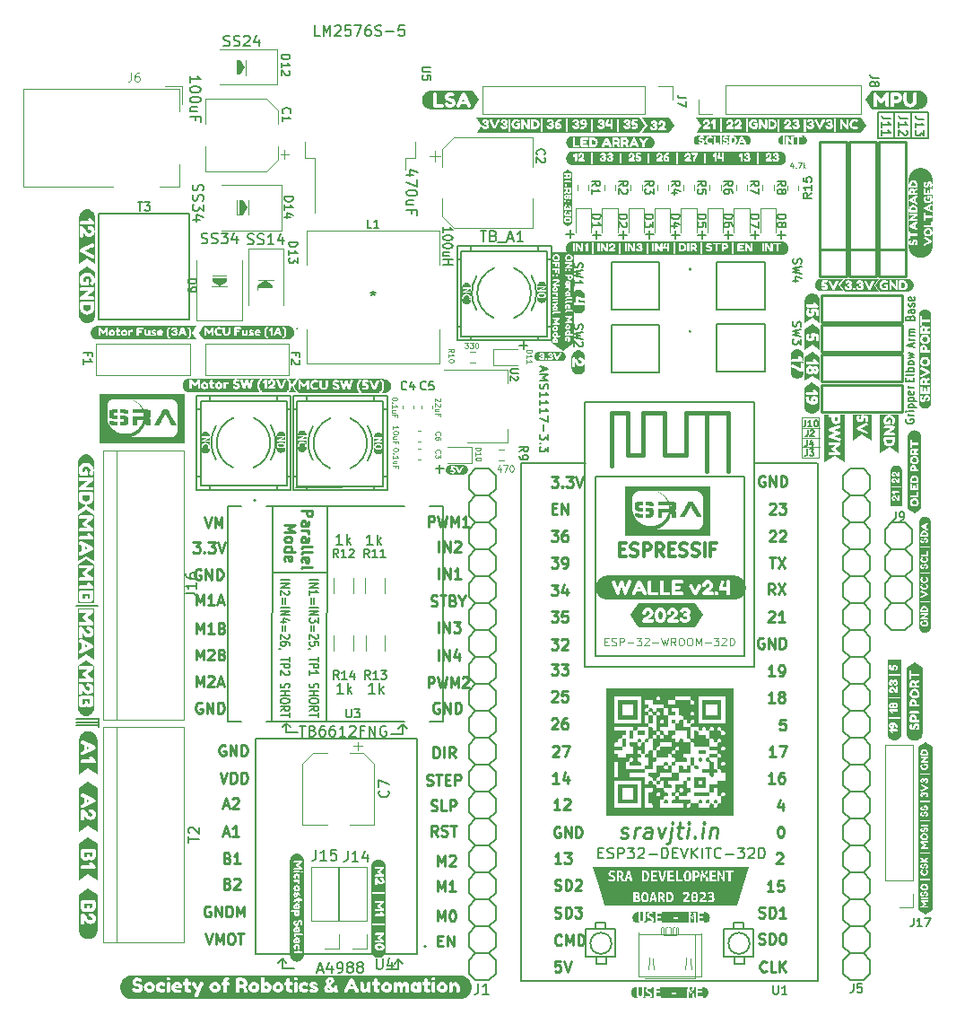
<source format=gbr>
%TF.GenerationSoftware,KiCad,Pcbnew,6.0.11-2627ca5db0~126~ubuntu22.04.1*%
%TF.CreationDate,2023-02-21T15:55:07+05:30*%
%TF.ProjectId,sra_dev_board_2023,7372615f-6465-4765-9f62-6f6172645f32,rev?*%
%TF.SameCoordinates,Original*%
%TF.FileFunction,Legend,Top*%
%TF.FilePolarity,Positive*%
%FSLAX46Y46*%
G04 Gerber Fmt 4.6, Leading zero omitted, Abs format (unit mm)*
G04 Created by KiCad (PCBNEW 6.0.11-2627ca5db0~126~ubuntu22.04.1) date 2023-02-21 15:55:07*
%MOMM*%
%LPD*%
G01*
G04 APERTURE LIST*
%ADD10C,0.150000*%
%ADD11C,0.060000*%
%ADD12C,0.100000*%
%ADD13C,0.250000*%
%ADD14C,0.175000*%
%ADD15C,0.200000*%
%ADD16C,0.125000*%
%ADD17C,0.130000*%
%ADD18C,0.300000*%
%ADD19C,0.120000*%
%ADD20C,0.254000*%
%ADD21C,0.127000*%
%ADD22C,0.152400*%
%ADD23C,0.406400*%
G04 APERTURE END LIST*
D10*
X93600000Y-75200000D02*
X93500000Y-95400000D01*
X89700000Y-95600000D02*
X89300000Y-96000000D01*
X145600000Y-40450000D02*
X150300000Y-40450000D01*
X145600000Y-37950000D02*
X145600000Y-40450000D01*
X100700000Y-95700000D02*
X100300000Y-96100000D01*
X89700000Y-96500000D02*
X89700000Y-95600000D01*
X99600000Y-96600000D02*
X100700000Y-96600000D01*
X148700000Y-37950000D02*
X148700000Y-40450000D01*
D11*
X138350000Y-68710000D02*
X140020000Y-68710000D01*
X140020000Y-68710000D02*
X140020000Y-68710000D01*
X140020000Y-68710000D02*
X138350000Y-68710000D01*
X138350000Y-68710000D02*
X138350000Y-68710000D01*
D10*
X89300000Y-117800000D02*
X89700000Y-118200000D01*
D11*
X138360000Y-69580000D02*
X140030000Y-69580000D01*
X140030000Y-69580000D02*
X140030000Y-69580000D01*
X140030000Y-69580000D02*
X138360000Y-69580000D01*
X138360000Y-69580000D02*
X138360000Y-69580000D01*
D10*
X150300000Y-40450000D02*
X150300000Y-37950000D01*
X100700000Y-95700000D02*
X101100000Y-96100000D01*
X147100000Y-37950000D02*
X147100000Y-40450000D01*
X88400000Y-81400000D02*
X93500000Y-81400000D01*
X90400000Y-118700000D02*
X89300000Y-118700000D01*
X99200000Y-118800000D02*
X100300000Y-118800000D01*
X69900000Y-84500000D02*
X71900000Y-84500000D01*
X71960000Y-95079497D02*
X71960000Y-95963750D01*
X90620000Y-73370000D02*
X94930000Y-73355000D01*
X100300000Y-117900000D02*
X99900000Y-118300000D01*
X88400000Y-75200000D02*
X88300000Y-95400000D01*
X89300000Y-117800000D02*
X88900000Y-118200000D01*
D12*
X138365000Y-66760000D02*
X140005000Y-66760000D01*
X140005000Y-66760000D02*
X140005000Y-70560000D01*
X140005000Y-70560000D02*
X138365000Y-70560000D01*
X138365000Y-70560000D02*
X138365000Y-66760000D01*
D10*
X100300000Y-117900000D02*
X100700000Y-118300000D01*
X100300000Y-118800000D02*
X100300000Y-117900000D01*
X89300000Y-118700000D02*
X89300000Y-117800000D01*
D11*
X138345000Y-67790000D02*
X140015000Y-67790000D01*
X140015000Y-67790000D02*
X140015000Y-67790000D01*
X140015000Y-67790000D02*
X138345000Y-67790000D01*
X138345000Y-67790000D02*
X138345000Y-67790000D01*
D10*
X150300000Y-37950000D02*
X145600000Y-37950000D01*
X89700000Y-95600000D02*
X90100000Y-96000000D01*
X69900000Y-95800000D02*
X72000000Y-95800000D01*
X69900000Y-95500000D02*
X71900000Y-95500000D01*
X100700000Y-96600000D02*
X100700000Y-95700000D01*
X69900000Y-95200000D02*
X71900000Y-95200000D01*
X90800000Y-96500000D02*
X89700000Y-96500000D01*
D13*
X114705357Y-77452380D02*
X115324404Y-77452380D01*
X114991071Y-77833333D01*
X115133928Y-77833333D01*
X115229166Y-77880952D01*
X115276785Y-77928571D01*
X115324404Y-78023809D01*
X115324404Y-78261904D01*
X115276785Y-78357142D01*
X115229166Y-78404761D01*
X115133928Y-78452380D01*
X114848214Y-78452380D01*
X114752976Y-78404761D01*
X114705357Y-78357142D01*
X116181547Y-77452380D02*
X115991071Y-77452380D01*
X115895833Y-77500000D01*
X115848214Y-77547619D01*
X115752976Y-77690476D01*
X115705357Y-77880952D01*
X115705357Y-78261904D01*
X115752976Y-78357142D01*
X115800595Y-78404761D01*
X115895833Y-78452380D01*
X116086309Y-78452380D01*
X116181547Y-78404761D01*
X116229166Y-78357142D01*
X116276785Y-78261904D01*
X116276785Y-78023809D01*
X116229166Y-77928571D01*
X116181547Y-77880952D01*
X116086309Y-77833333D01*
X115895833Y-77833333D01*
X115800595Y-77880952D01*
X115752976Y-77928571D01*
X115705357Y-78023809D01*
X104050595Y-87052380D02*
X104050595Y-86052380D01*
X104526785Y-87052380D02*
X104526785Y-86052380D01*
X105098214Y-87052380D01*
X105098214Y-86052380D01*
X105479166Y-86052380D02*
X106098214Y-86052380D01*
X105764880Y-86433333D01*
X105907738Y-86433333D01*
X106002976Y-86480952D01*
X106050595Y-86528571D01*
X106098214Y-86623809D01*
X106098214Y-86861904D01*
X106050595Y-86957142D01*
X106002976Y-87004761D01*
X105907738Y-87052380D01*
X105622023Y-87052380D01*
X105526785Y-87004761D01*
X105479166Y-86957142D01*
X114705357Y-82552380D02*
X115324404Y-82552380D01*
X114991071Y-82933333D01*
X115133928Y-82933333D01*
X115229166Y-82980952D01*
X115276785Y-83028571D01*
X115324404Y-83123809D01*
X115324404Y-83361904D01*
X115276785Y-83457142D01*
X115229166Y-83504761D01*
X115133928Y-83552380D01*
X114848214Y-83552380D01*
X114752976Y-83504761D01*
X114705357Y-83457142D01*
X116181547Y-82885714D02*
X116181547Y-83552380D01*
X115943452Y-82504761D02*
X115705357Y-83219047D01*
X116324404Y-83219047D01*
X103352976Y-84504761D02*
X103495833Y-84552380D01*
X103733928Y-84552380D01*
X103829166Y-84504761D01*
X103876785Y-84457142D01*
X103924404Y-84361904D01*
X103924404Y-84266666D01*
X103876785Y-84171428D01*
X103829166Y-84123809D01*
X103733928Y-84076190D01*
X103543452Y-84028571D01*
X103448214Y-83980952D01*
X103400595Y-83933333D01*
X103352976Y-83838095D01*
X103352976Y-83742857D01*
X103400595Y-83647619D01*
X103448214Y-83600000D01*
X103543452Y-83552380D01*
X103781547Y-83552380D01*
X103924404Y-83600000D01*
X104210119Y-83552380D02*
X104781547Y-83552380D01*
X104495833Y-84552380D02*
X104495833Y-83552380D01*
X105448214Y-84028571D02*
X105591071Y-84076190D01*
X105638690Y-84123809D01*
X105686309Y-84219047D01*
X105686309Y-84361904D01*
X105638690Y-84457142D01*
X105591071Y-84504761D01*
X105495833Y-84552380D01*
X105114880Y-84552380D01*
X105114880Y-83552380D01*
X105448214Y-83552380D01*
X105543452Y-83600000D01*
X105591071Y-83647619D01*
X105638690Y-83742857D01*
X105638690Y-83838095D01*
X105591071Y-83933333D01*
X105543452Y-83980952D01*
X105448214Y-84028571D01*
X105114880Y-84028571D01*
X106305357Y-84076190D02*
X106305357Y-84552380D01*
X105972023Y-83552380D02*
X106305357Y-84076190D01*
X106638690Y-83552380D01*
X103100595Y-92252380D02*
X103100595Y-91252380D01*
X103481547Y-91252380D01*
X103576785Y-91300000D01*
X103624404Y-91347619D01*
X103672023Y-91442857D01*
X103672023Y-91585714D01*
X103624404Y-91680952D01*
X103576785Y-91728571D01*
X103481547Y-91776190D01*
X103100595Y-91776190D01*
X104005357Y-91252380D02*
X104243452Y-92252380D01*
X104433928Y-91538095D01*
X104624404Y-92252380D01*
X104862500Y-91252380D01*
X105243452Y-92252380D02*
X105243452Y-91252380D01*
X105576785Y-91966666D01*
X105910119Y-91252380D01*
X105910119Y-92252380D01*
X106338690Y-91347619D02*
X106386309Y-91300000D01*
X106481547Y-91252380D01*
X106719642Y-91252380D01*
X106814880Y-91300000D01*
X106862500Y-91347619D01*
X106910119Y-91442857D01*
X106910119Y-91538095D01*
X106862500Y-91680952D01*
X106291071Y-92252380D01*
X106910119Y-92252380D01*
X115672023Y-116457142D02*
X115624404Y-116504761D01*
X115481547Y-116552380D01*
X115386309Y-116552380D01*
X115243452Y-116504761D01*
X115148214Y-116409523D01*
X115100595Y-116314285D01*
X115052976Y-116123809D01*
X115052976Y-115980952D01*
X115100595Y-115790476D01*
X115148214Y-115695238D01*
X115243452Y-115600000D01*
X115386309Y-115552380D01*
X115481547Y-115552380D01*
X115624404Y-115600000D01*
X115672023Y-115647619D01*
X116100595Y-116552380D02*
X116100595Y-115552380D01*
X116433928Y-116266666D01*
X116767261Y-115552380D01*
X116767261Y-116552380D01*
X117243452Y-116552380D02*
X117243452Y-115552380D01*
X117481547Y-115552380D01*
X117624404Y-115600000D01*
X117719642Y-115695238D01*
X117767261Y-115790476D01*
X117814880Y-115980952D01*
X117814880Y-116123809D01*
X117767261Y-116314285D01*
X117719642Y-116409523D01*
X117624404Y-116504761D01*
X117481547Y-116552380D01*
X117243452Y-116552380D01*
X102952976Y-101404761D02*
X103095833Y-101452380D01*
X103333928Y-101452380D01*
X103429166Y-101404761D01*
X103476785Y-101357142D01*
X103524404Y-101261904D01*
X103524404Y-101166666D01*
X103476785Y-101071428D01*
X103429166Y-101023809D01*
X103333928Y-100976190D01*
X103143452Y-100928571D01*
X103048214Y-100880952D01*
X103000595Y-100833333D01*
X102952976Y-100738095D01*
X102952976Y-100642857D01*
X103000595Y-100547619D01*
X103048214Y-100500000D01*
X103143452Y-100452380D01*
X103381547Y-100452380D01*
X103524404Y-100500000D01*
X103810119Y-100452380D02*
X104381547Y-100452380D01*
X104095833Y-101452380D02*
X104095833Y-100452380D01*
X104714880Y-100928571D02*
X105048214Y-100928571D01*
X105191071Y-101452380D02*
X104714880Y-101452380D01*
X104714880Y-100452380D01*
X105191071Y-100452380D01*
X105619642Y-101452380D02*
X105619642Y-100452380D01*
X106000595Y-100452380D01*
X106095833Y-100500000D01*
X106143452Y-100547619D01*
X106191071Y-100642857D01*
X106191071Y-100785714D01*
X106143452Y-100880952D01*
X106095833Y-100928571D01*
X106000595Y-100976190D01*
X105619642Y-100976190D01*
X103972023Y-106252380D02*
X103638690Y-105776190D01*
X103400595Y-106252380D02*
X103400595Y-105252380D01*
X103781547Y-105252380D01*
X103876785Y-105300000D01*
X103924404Y-105347619D01*
X103972023Y-105442857D01*
X103972023Y-105585714D01*
X103924404Y-105680952D01*
X103876785Y-105728571D01*
X103781547Y-105776190D01*
X103400595Y-105776190D01*
X104352976Y-106204761D02*
X104495833Y-106252380D01*
X104733928Y-106252380D01*
X104829166Y-106204761D01*
X104876785Y-106157142D01*
X104924404Y-106061904D01*
X104924404Y-105966666D01*
X104876785Y-105871428D01*
X104829166Y-105823809D01*
X104733928Y-105776190D01*
X104543452Y-105728571D01*
X104448214Y-105680952D01*
X104400595Y-105633333D01*
X104352976Y-105538095D01*
X104352976Y-105442857D01*
X104400595Y-105347619D01*
X104448214Y-105300000D01*
X104543452Y-105252380D01*
X104781547Y-105252380D01*
X104924404Y-105300000D01*
X105210119Y-105252380D02*
X105781547Y-105252380D01*
X105495833Y-106252380D02*
X105495833Y-105252380D01*
X136313690Y-105352380D02*
X136408928Y-105352380D01*
X136504166Y-105400000D01*
X136551785Y-105447619D01*
X136599404Y-105542857D01*
X136647023Y-105733333D01*
X136647023Y-105971428D01*
X136599404Y-106161904D01*
X136551785Y-106257142D01*
X136504166Y-106304761D01*
X136408928Y-106352380D01*
X136313690Y-106352380D01*
X136218452Y-106304761D01*
X136170833Y-106257142D01*
X136123214Y-106161904D01*
X136075595Y-105971428D01*
X136075595Y-105733333D01*
X136123214Y-105542857D01*
X136170833Y-105447619D01*
X136218452Y-105400000D01*
X136313690Y-105352380D01*
X81957738Y-76152380D02*
X82291071Y-77152380D01*
X82624404Y-76152380D01*
X82957738Y-77152380D02*
X82957738Y-76152380D01*
X83291071Y-76866666D01*
X83624404Y-76152380D01*
X83624404Y-77152380D01*
X82057738Y-115452380D02*
X82391071Y-116452380D01*
X82724404Y-115452380D01*
X83057738Y-116452380D02*
X83057738Y-115452380D01*
X83391071Y-116166666D01*
X83724404Y-115452380D01*
X83724404Y-116452380D01*
X84391071Y-115452380D02*
X84581547Y-115452380D01*
X84676785Y-115500000D01*
X84772023Y-115595238D01*
X84819642Y-115785714D01*
X84819642Y-116119047D01*
X84772023Y-116309523D01*
X84676785Y-116404761D01*
X84581547Y-116452380D01*
X84391071Y-116452380D01*
X84295833Y-116404761D01*
X84200595Y-116309523D01*
X84152976Y-116119047D01*
X84152976Y-115785714D01*
X84200595Y-115595238D01*
X84295833Y-115500000D01*
X84391071Y-115452380D01*
X85105357Y-115452380D02*
X85676785Y-115452380D01*
X85391071Y-116452380D02*
X85391071Y-115452380D01*
X135323214Y-74947619D02*
X135370833Y-74900000D01*
X135466071Y-74852380D01*
X135704166Y-74852380D01*
X135799404Y-74900000D01*
X135847023Y-74947619D01*
X135894642Y-75042857D01*
X135894642Y-75138095D01*
X135847023Y-75280952D01*
X135275595Y-75852380D01*
X135894642Y-75852380D01*
X136227976Y-74852380D02*
X136847023Y-74852380D01*
X136513690Y-75233333D01*
X136656547Y-75233333D01*
X136751785Y-75280952D01*
X136799404Y-75328571D01*
X136847023Y-75423809D01*
X136847023Y-75661904D01*
X136799404Y-75757142D01*
X136751785Y-75804761D01*
X136656547Y-75852380D01*
X136370833Y-75852380D01*
X136275595Y-75804761D01*
X136227976Y-75757142D01*
X136799404Y-95252380D02*
X136323214Y-95252380D01*
X136275595Y-95728571D01*
X136323214Y-95680952D01*
X136418452Y-95633333D01*
X136656547Y-95633333D01*
X136751785Y-95680952D01*
X136799404Y-95728571D01*
X136847023Y-95823809D01*
X136847023Y-96061904D01*
X136799404Y-96157142D01*
X136751785Y-96204761D01*
X136656547Y-96252380D01*
X136418452Y-96252380D01*
X136323214Y-96204761D01*
X136275595Y-96157142D01*
X115052976Y-111304761D02*
X115195833Y-111352380D01*
X115433928Y-111352380D01*
X115529166Y-111304761D01*
X115576785Y-111257142D01*
X115624404Y-111161904D01*
X115624404Y-111066666D01*
X115576785Y-110971428D01*
X115529166Y-110923809D01*
X115433928Y-110876190D01*
X115243452Y-110828571D01*
X115148214Y-110780952D01*
X115100595Y-110733333D01*
X115052976Y-110638095D01*
X115052976Y-110542857D01*
X115100595Y-110447619D01*
X115148214Y-110400000D01*
X115243452Y-110352380D01*
X115481547Y-110352380D01*
X115624404Y-110400000D01*
X116052976Y-111352380D02*
X116052976Y-110352380D01*
X116291071Y-110352380D01*
X116433928Y-110400000D01*
X116529166Y-110495238D01*
X116576785Y-110590476D01*
X116624404Y-110780952D01*
X116624404Y-110923809D01*
X116576785Y-111114285D01*
X116529166Y-111209523D01*
X116433928Y-111304761D01*
X116291071Y-111352380D01*
X116052976Y-111352380D01*
X117005357Y-110447619D02*
X117052976Y-110400000D01*
X117148214Y-110352380D01*
X117386309Y-110352380D01*
X117481547Y-110400000D01*
X117529166Y-110447619D01*
X117576785Y-110542857D01*
X117576785Y-110638095D01*
X117529166Y-110780952D01*
X116957738Y-111352380D01*
X117576785Y-111352380D01*
X81200595Y-89642380D02*
X81200595Y-88642380D01*
X81533928Y-89356666D01*
X81867261Y-88642380D01*
X81867261Y-89642380D01*
X82295833Y-88737619D02*
X82343452Y-88690000D01*
X82438690Y-88642380D01*
X82676785Y-88642380D01*
X82772023Y-88690000D01*
X82819642Y-88737619D01*
X82867261Y-88832857D01*
X82867261Y-88928095D01*
X82819642Y-89070952D01*
X82248214Y-89642380D01*
X82867261Y-89642380D01*
X83629166Y-89118571D02*
X83772023Y-89166190D01*
X83819642Y-89213809D01*
X83867261Y-89309047D01*
X83867261Y-89451904D01*
X83819642Y-89547142D01*
X83772023Y-89594761D01*
X83676785Y-89642380D01*
X83295833Y-89642380D01*
X83295833Y-88642380D01*
X83629166Y-88642380D01*
X83724404Y-88690000D01*
X83772023Y-88737619D01*
X83819642Y-88832857D01*
X83819642Y-88928095D01*
X83772023Y-89023333D01*
X83724404Y-89070952D01*
X83629166Y-89118571D01*
X83295833Y-89118571D01*
X104000595Y-111452380D02*
X104000595Y-110452380D01*
X104333928Y-111166666D01*
X104667261Y-110452380D01*
X104667261Y-111452380D01*
X105667261Y-111452380D02*
X105095833Y-111452380D01*
X105381547Y-111452380D02*
X105381547Y-110452380D01*
X105286309Y-110595238D01*
X105191071Y-110690476D01*
X105095833Y-110738095D01*
X104000595Y-109052380D02*
X104000595Y-108052380D01*
X104333928Y-108766666D01*
X104667261Y-108052380D01*
X104667261Y-109052380D01*
X105095833Y-108147619D02*
X105143452Y-108100000D01*
X105238690Y-108052380D01*
X105476785Y-108052380D01*
X105572023Y-108100000D01*
X105619642Y-108147619D01*
X105667261Y-108242857D01*
X105667261Y-108338095D01*
X105619642Y-108480952D01*
X105048214Y-109052380D01*
X105667261Y-109052380D01*
D14*
X91883976Y-82066666D02*
X92733976Y-82066666D01*
X91883976Y-82400000D02*
X92733976Y-82400000D01*
X91883976Y-82800000D01*
X92733976Y-82800000D01*
X91883976Y-83500000D02*
X91883976Y-83100000D01*
X91883976Y-83300000D02*
X92733976Y-83300000D01*
X92612547Y-83233333D01*
X92531595Y-83166666D01*
X92491119Y-83100000D01*
X92329214Y-83800000D02*
X92329214Y-84333333D01*
X92086357Y-84333333D02*
X92086357Y-83800000D01*
X91883976Y-84666666D02*
X92733976Y-84666666D01*
X91883976Y-85000000D02*
X92733976Y-85000000D01*
X91883976Y-85400000D01*
X92733976Y-85400000D01*
X92733976Y-85666666D02*
X92733976Y-86100000D01*
X92410166Y-85866666D01*
X92410166Y-85966666D01*
X92369690Y-86033333D01*
X92329214Y-86066666D01*
X92248261Y-86100000D01*
X92045880Y-86100000D01*
X91964928Y-86066666D01*
X91924452Y-86033333D01*
X91883976Y-85966666D01*
X91883976Y-85766666D01*
X91924452Y-85700000D01*
X91964928Y-85666666D01*
X92329214Y-86400000D02*
X92329214Y-86933333D01*
X92086357Y-86933333D02*
X92086357Y-86400000D01*
X92653023Y-87233333D02*
X92693500Y-87266666D01*
X92733976Y-87333333D01*
X92733976Y-87500000D01*
X92693500Y-87566666D01*
X92653023Y-87600000D01*
X92572071Y-87633333D01*
X92491119Y-87633333D01*
X92369690Y-87600000D01*
X91883976Y-87200000D01*
X91883976Y-87633333D01*
X92733976Y-88266666D02*
X92733976Y-87933333D01*
X92329214Y-87900000D01*
X92369690Y-87933333D01*
X92410166Y-88000000D01*
X92410166Y-88166666D01*
X92369690Y-88233333D01*
X92329214Y-88266666D01*
X92248261Y-88300000D01*
X92045880Y-88300000D01*
X91964928Y-88266666D01*
X91924452Y-88233333D01*
X91883976Y-88166666D01*
X91883976Y-88000000D01*
X91924452Y-87933333D01*
X91964928Y-87900000D01*
X91924452Y-88633333D02*
X91883976Y-88633333D01*
X91803023Y-88600000D01*
X91762547Y-88566666D01*
X92733976Y-89366666D02*
X92733976Y-89766666D01*
X91883976Y-89566666D02*
X92733976Y-89566666D01*
X91883976Y-90000000D02*
X92733976Y-90000000D01*
X92733976Y-90266666D01*
X92693500Y-90333333D01*
X92653023Y-90366666D01*
X92572071Y-90400000D01*
X92450642Y-90400000D01*
X92369690Y-90366666D01*
X92329214Y-90333333D01*
X92288738Y-90266666D01*
X92288738Y-90000000D01*
X91883976Y-91066666D02*
X91883976Y-90666666D01*
X91883976Y-90866666D02*
X92733976Y-90866666D01*
X92612547Y-90800000D01*
X92531595Y-90733333D01*
X92491119Y-90666666D01*
X91924452Y-91866666D02*
X91883976Y-91966666D01*
X91883976Y-92133333D01*
X91924452Y-92200000D01*
X91964928Y-92233333D01*
X92045880Y-92266666D01*
X92126833Y-92266666D01*
X92207785Y-92233333D01*
X92248261Y-92200000D01*
X92288738Y-92133333D01*
X92329214Y-92000000D01*
X92369690Y-91933333D01*
X92410166Y-91900000D01*
X92491119Y-91866666D01*
X92572071Y-91866666D01*
X92653023Y-91900000D01*
X92693500Y-91933333D01*
X92733976Y-92000000D01*
X92733976Y-92166666D01*
X92693500Y-92266666D01*
X91883976Y-92566666D02*
X92733976Y-92566666D01*
X92329214Y-92566666D02*
X92329214Y-92966666D01*
X91883976Y-92966666D02*
X92733976Y-92966666D01*
X92733976Y-93433333D02*
X92733976Y-93566666D01*
X92693500Y-93633333D01*
X92612547Y-93700000D01*
X92450642Y-93733333D01*
X92167309Y-93733333D01*
X92005404Y-93700000D01*
X91924452Y-93633333D01*
X91883976Y-93566666D01*
X91883976Y-93433333D01*
X91924452Y-93366666D01*
X92005404Y-93300000D01*
X92167309Y-93266666D01*
X92450642Y-93266666D01*
X92612547Y-93300000D01*
X92693500Y-93366666D01*
X92733976Y-93433333D01*
X91883976Y-94433333D02*
X92288738Y-94200000D01*
X91883976Y-94033333D02*
X92733976Y-94033333D01*
X92733976Y-94300000D01*
X92693500Y-94366666D01*
X92653023Y-94400000D01*
X92572071Y-94433333D01*
X92450642Y-94433333D01*
X92369690Y-94400000D01*
X92329214Y-94366666D01*
X92288738Y-94300000D01*
X92288738Y-94033333D01*
X92733976Y-94633333D02*
X92733976Y-95033333D01*
X91883976Y-94833333D02*
X92733976Y-94833333D01*
X89146976Y-82066666D02*
X89996976Y-82066666D01*
X89146976Y-82400000D02*
X89996976Y-82400000D01*
X89146976Y-82800000D01*
X89996976Y-82800000D01*
X89916023Y-83100000D02*
X89956500Y-83133333D01*
X89996976Y-83200000D01*
X89996976Y-83366666D01*
X89956500Y-83433333D01*
X89916023Y-83466666D01*
X89835071Y-83500000D01*
X89754119Y-83500000D01*
X89632690Y-83466666D01*
X89146976Y-83066666D01*
X89146976Y-83500000D01*
X89592214Y-83800000D02*
X89592214Y-84333333D01*
X89349357Y-84333333D02*
X89349357Y-83800000D01*
X89146976Y-84666666D02*
X89996976Y-84666666D01*
X89146976Y-85000000D02*
X89996976Y-85000000D01*
X89146976Y-85400000D01*
X89996976Y-85400000D01*
X89713642Y-86033333D02*
X89146976Y-86033333D01*
X90037452Y-85866666D02*
X89430309Y-85700000D01*
X89430309Y-86133333D01*
X89592214Y-86400000D02*
X89592214Y-86933333D01*
X89349357Y-86933333D02*
X89349357Y-86400000D01*
X89916023Y-87233333D02*
X89956500Y-87266666D01*
X89996976Y-87333333D01*
X89996976Y-87500000D01*
X89956500Y-87566666D01*
X89916023Y-87600000D01*
X89835071Y-87633333D01*
X89754119Y-87633333D01*
X89632690Y-87600000D01*
X89146976Y-87200000D01*
X89146976Y-87633333D01*
X89996976Y-88233333D02*
X89996976Y-88100000D01*
X89956500Y-88033333D01*
X89916023Y-88000000D01*
X89794595Y-87933333D01*
X89632690Y-87900000D01*
X89308880Y-87900000D01*
X89227928Y-87933333D01*
X89187452Y-87966666D01*
X89146976Y-88033333D01*
X89146976Y-88166666D01*
X89187452Y-88233333D01*
X89227928Y-88266666D01*
X89308880Y-88300000D01*
X89511261Y-88300000D01*
X89592214Y-88266666D01*
X89632690Y-88233333D01*
X89673166Y-88166666D01*
X89673166Y-88033333D01*
X89632690Y-87966666D01*
X89592214Y-87933333D01*
X89511261Y-87900000D01*
X89187452Y-88633333D02*
X89146976Y-88633333D01*
X89066023Y-88600000D01*
X89025547Y-88566666D01*
X89996976Y-89366666D02*
X89996976Y-89766666D01*
X89146976Y-89566666D02*
X89996976Y-89566666D01*
X89146976Y-90000000D02*
X89996976Y-90000000D01*
X89996976Y-90266666D01*
X89956500Y-90333333D01*
X89916023Y-90366666D01*
X89835071Y-90400000D01*
X89713642Y-90400000D01*
X89632690Y-90366666D01*
X89592214Y-90333333D01*
X89551738Y-90266666D01*
X89551738Y-90000000D01*
X89916023Y-90666666D02*
X89956500Y-90700000D01*
X89996976Y-90766666D01*
X89996976Y-90933333D01*
X89956500Y-91000000D01*
X89916023Y-91033333D01*
X89835071Y-91066666D01*
X89754119Y-91066666D01*
X89632690Y-91033333D01*
X89146976Y-90633333D01*
X89146976Y-91066666D01*
X89187452Y-91866666D02*
X89146976Y-91966666D01*
X89146976Y-92133333D01*
X89187452Y-92200000D01*
X89227928Y-92233333D01*
X89308880Y-92266666D01*
X89389833Y-92266666D01*
X89470785Y-92233333D01*
X89511261Y-92200000D01*
X89551738Y-92133333D01*
X89592214Y-92000000D01*
X89632690Y-91933333D01*
X89673166Y-91900000D01*
X89754119Y-91866666D01*
X89835071Y-91866666D01*
X89916023Y-91900000D01*
X89956500Y-91933333D01*
X89996976Y-92000000D01*
X89996976Y-92166666D01*
X89956500Y-92266666D01*
X89146976Y-92566666D02*
X89996976Y-92566666D01*
X89592214Y-92566666D02*
X89592214Y-92966666D01*
X89146976Y-92966666D02*
X89996976Y-92966666D01*
X89996976Y-93433333D02*
X89996976Y-93566666D01*
X89956500Y-93633333D01*
X89875547Y-93700000D01*
X89713642Y-93733333D01*
X89430309Y-93733333D01*
X89268404Y-93700000D01*
X89187452Y-93633333D01*
X89146976Y-93566666D01*
X89146976Y-93433333D01*
X89187452Y-93366666D01*
X89268404Y-93300000D01*
X89430309Y-93266666D01*
X89713642Y-93266666D01*
X89875547Y-93300000D01*
X89956500Y-93366666D01*
X89996976Y-93433333D01*
X89146976Y-94433333D02*
X89551738Y-94200000D01*
X89146976Y-94033333D02*
X89996976Y-94033333D01*
X89996976Y-94300000D01*
X89956500Y-94366666D01*
X89916023Y-94400000D01*
X89835071Y-94433333D01*
X89713642Y-94433333D01*
X89632690Y-94400000D01*
X89592214Y-94366666D01*
X89551738Y-94300000D01*
X89551738Y-94033333D01*
X89996976Y-94633333D02*
X89996976Y-95033333D01*
X89146976Y-94833333D02*
X89996976Y-94833333D01*
D15*
X124350952Y-49511428D02*
X123589047Y-49511428D01*
X123970000Y-49892380D02*
X123970000Y-49130476D01*
D13*
X135223214Y-85147619D02*
X135270833Y-85100000D01*
X135366071Y-85052380D01*
X135604166Y-85052380D01*
X135699404Y-85100000D01*
X135747023Y-85147619D01*
X135794642Y-85242857D01*
X135794642Y-85338095D01*
X135747023Y-85480952D01*
X135175595Y-86052380D01*
X135794642Y-86052380D01*
X136747023Y-86052380D02*
X136175595Y-86052380D01*
X136461309Y-86052380D02*
X136461309Y-85052380D01*
X136366071Y-85195238D01*
X136270833Y-85290476D01*
X136175595Y-85338095D01*
X115524404Y-103752380D02*
X114952976Y-103752380D01*
X115238690Y-103752380D02*
X115238690Y-102752380D01*
X115143452Y-102895238D01*
X115048214Y-102990476D01*
X114952976Y-103038095D01*
X115905357Y-102847619D02*
X115952976Y-102800000D01*
X116048214Y-102752380D01*
X116286309Y-102752380D01*
X116381547Y-102800000D01*
X116429166Y-102847619D01*
X116476785Y-102942857D01*
X116476785Y-103038095D01*
X116429166Y-103180952D01*
X115857738Y-103752380D01*
X116476785Y-103752380D01*
X121256071Y-106397142D02*
X121390000Y-106468571D01*
X121675714Y-106468571D01*
X121827500Y-106397142D01*
X121916785Y-106254285D01*
X121925714Y-106182857D01*
X121872142Y-106040000D01*
X121738214Y-105968571D01*
X121523928Y-105968571D01*
X121390000Y-105897142D01*
X121336428Y-105754285D01*
X121345357Y-105682857D01*
X121434642Y-105540000D01*
X121586428Y-105468571D01*
X121800714Y-105468571D01*
X121934642Y-105540000D01*
X122532857Y-106468571D02*
X122657857Y-105468571D01*
X122622142Y-105754285D02*
X122711428Y-105611428D01*
X122791785Y-105540000D01*
X122943571Y-105468571D01*
X123086428Y-105468571D01*
X124104285Y-106468571D02*
X124202500Y-105682857D01*
X124148928Y-105540000D01*
X124015000Y-105468571D01*
X123729285Y-105468571D01*
X123577500Y-105540000D01*
X124113214Y-106397142D02*
X123961428Y-106468571D01*
X123604285Y-106468571D01*
X123470357Y-106397142D01*
X123416785Y-106254285D01*
X123434642Y-106111428D01*
X123523928Y-105968571D01*
X123675714Y-105897142D01*
X124032857Y-105897142D01*
X124184642Y-105825714D01*
X124800714Y-105468571D02*
X125032857Y-106468571D01*
X125515000Y-105468571D01*
X126086428Y-105468571D02*
X125925714Y-106754285D01*
X125836428Y-106897142D01*
X125684642Y-106968571D01*
X125613214Y-106968571D01*
X126148928Y-104968571D02*
X126068571Y-105040000D01*
X126131071Y-105111428D01*
X126211428Y-105040000D01*
X126148928Y-104968571D01*
X126131071Y-105111428D01*
X126586428Y-105468571D02*
X127157857Y-105468571D01*
X126863214Y-104968571D02*
X126702500Y-106254285D01*
X126756071Y-106397142D01*
X126890000Y-106468571D01*
X127032857Y-106468571D01*
X127532857Y-106468571D02*
X127657857Y-105468571D01*
X127720357Y-104968571D02*
X127640000Y-105040000D01*
X127702500Y-105111428D01*
X127782857Y-105040000D01*
X127720357Y-104968571D01*
X127702500Y-105111428D01*
X128265000Y-106325714D02*
X128327500Y-106397142D01*
X128247142Y-106468571D01*
X128184642Y-106397142D01*
X128265000Y-106325714D01*
X128247142Y-106468571D01*
X128961428Y-106468571D02*
X129086428Y-105468571D01*
X129148928Y-104968571D02*
X129068571Y-105040000D01*
X129131071Y-105111428D01*
X129211428Y-105040000D01*
X129148928Y-104968571D01*
X129131071Y-105111428D01*
X129800714Y-105468571D02*
X129675714Y-106468571D01*
X129782857Y-105611428D02*
X129863214Y-105540000D01*
X130015000Y-105468571D01*
X130229285Y-105468571D01*
X130363214Y-105540000D01*
X130416785Y-105682857D01*
X130318571Y-106468571D01*
X135894642Y-98752380D02*
X135323214Y-98752380D01*
X135608928Y-98752380D02*
X135608928Y-97752380D01*
X135513690Y-97895238D01*
X135418452Y-97990476D01*
X135323214Y-98038095D01*
X136227976Y-97752380D02*
X136894642Y-97752380D01*
X136466071Y-98752380D01*
X134751785Y-87600000D02*
X134656547Y-87552380D01*
X134513690Y-87552380D01*
X134370833Y-87600000D01*
X134275595Y-87695238D01*
X134227976Y-87790476D01*
X134180357Y-87980952D01*
X134180357Y-88123809D01*
X134227976Y-88314285D01*
X134275595Y-88409523D01*
X134370833Y-88504761D01*
X134513690Y-88552380D01*
X134608928Y-88552380D01*
X134751785Y-88504761D01*
X134799404Y-88457142D01*
X134799404Y-88123809D01*
X134608928Y-88123809D01*
X135227976Y-88552380D02*
X135227976Y-87552380D01*
X135799404Y-88552380D01*
X135799404Y-87552380D01*
X136275595Y-88552380D02*
X136275595Y-87552380D01*
X136513690Y-87552380D01*
X136656547Y-87600000D01*
X136751785Y-87695238D01*
X136799404Y-87790476D01*
X136847023Y-87980952D01*
X136847023Y-88123809D01*
X136799404Y-88314285D01*
X136751785Y-88409523D01*
X136656547Y-88504761D01*
X136513690Y-88552380D01*
X136275595Y-88552380D01*
X83752976Y-105966666D02*
X84229166Y-105966666D01*
X83657738Y-106252380D02*
X83991071Y-105252380D01*
X84324404Y-106252380D01*
X85181547Y-106252380D02*
X84610119Y-106252380D01*
X84895833Y-106252380D02*
X84895833Y-105252380D01*
X84800595Y-105395238D01*
X84705357Y-105490476D01*
X84610119Y-105538095D01*
X134323214Y-113904761D02*
X134466071Y-113952380D01*
X134704166Y-113952380D01*
X134799404Y-113904761D01*
X134847023Y-113857142D01*
X134894642Y-113761904D01*
X134894642Y-113666666D01*
X134847023Y-113571428D01*
X134799404Y-113523809D01*
X134704166Y-113476190D01*
X134513690Y-113428571D01*
X134418452Y-113380952D01*
X134370833Y-113333333D01*
X134323214Y-113238095D01*
X134323214Y-113142857D01*
X134370833Y-113047619D01*
X134418452Y-113000000D01*
X134513690Y-112952380D01*
X134751785Y-112952380D01*
X134894642Y-113000000D01*
X135323214Y-113952380D02*
X135323214Y-112952380D01*
X135561309Y-112952380D01*
X135704166Y-113000000D01*
X135799404Y-113095238D01*
X135847023Y-113190476D01*
X135894642Y-113380952D01*
X135894642Y-113523809D01*
X135847023Y-113714285D01*
X135799404Y-113809523D01*
X135704166Y-113904761D01*
X135561309Y-113952380D01*
X135323214Y-113952380D01*
X136847023Y-113952380D02*
X136275595Y-113952380D01*
X136561309Y-113952380D02*
X136561309Y-112952380D01*
X136466071Y-113095238D01*
X136370833Y-113190476D01*
X136275595Y-113238095D01*
X135794642Y-83452380D02*
X135461309Y-82976190D01*
X135223214Y-83452380D02*
X135223214Y-82452380D01*
X135604166Y-82452380D01*
X135699404Y-82500000D01*
X135747023Y-82547619D01*
X135794642Y-82642857D01*
X135794642Y-82785714D01*
X135747023Y-82880952D01*
X135699404Y-82928571D01*
X135604166Y-82976190D01*
X135223214Y-82976190D01*
X136127976Y-82452380D02*
X136794642Y-83452380D01*
X136794642Y-82452380D02*
X136127976Y-83452380D01*
X135318452Y-79952380D02*
X135889880Y-79952380D01*
X135604166Y-80952380D02*
X135604166Y-79952380D01*
X136127976Y-79952380D02*
X136794642Y-80952380D01*
X136794642Y-79952380D02*
X136127976Y-80952380D01*
X135794642Y-101252380D02*
X135223214Y-101252380D01*
X135508928Y-101252380D02*
X135508928Y-100252380D01*
X135413690Y-100395238D01*
X135318452Y-100490476D01*
X135223214Y-100538095D01*
X136651785Y-100252380D02*
X136461309Y-100252380D01*
X136366071Y-100300000D01*
X136318452Y-100347619D01*
X136223214Y-100490476D01*
X136175595Y-100680952D01*
X136175595Y-101061904D01*
X136223214Y-101157142D01*
X136270833Y-101204761D01*
X136366071Y-101252380D01*
X136556547Y-101252380D01*
X136651785Y-101204761D01*
X136699404Y-101157142D01*
X136747023Y-101061904D01*
X136747023Y-100823809D01*
X136699404Y-100728571D01*
X136651785Y-100680952D01*
X136556547Y-100633333D01*
X136366071Y-100633333D01*
X136270833Y-100680952D01*
X136223214Y-100728571D01*
X136175595Y-100823809D01*
X103600595Y-98852380D02*
X103600595Y-97852380D01*
X103838690Y-97852380D01*
X103981547Y-97900000D01*
X104076785Y-97995238D01*
X104124404Y-98090476D01*
X104172023Y-98280952D01*
X104172023Y-98423809D01*
X104124404Y-98614285D01*
X104076785Y-98709523D01*
X103981547Y-98804761D01*
X103838690Y-98852380D01*
X103600595Y-98852380D01*
X104600595Y-98852380D02*
X104600595Y-97852380D01*
X105648214Y-98852380D02*
X105314880Y-98376190D01*
X105076785Y-98852380D02*
X105076785Y-97852380D01*
X105457738Y-97852380D01*
X105552976Y-97900000D01*
X105600595Y-97947619D01*
X105648214Y-98042857D01*
X105648214Y-98185714D01*
X105600595Y-98280952D01*
X105552976Y-98328571D01*
X105457738Y-98376190D01*
X105076785Y-98376190D01*
X115576785Y-118052380D02*
X115100595Y-118052380D01*
X115052976Y-118528571D01*
X115100595Y-118480952D01*
X115195833Y-118433333D01*
X115433928Y-118433333D01*
X115529166Y-118480952D01*
X115576785Y-118528571D01*
X115624404Y-118623809D01*
X115624404Y-118861904D01*
X115576785Y-118957142D01*
X115529166Y-119004761D01*
X115433928Y-119052380D01*
X115195833Y-119052380D01*
X115100595Y-119004761D01*
X115052976Y-118957142D01*
X115910119Y-118052380D02*
X116243452Y-119052380D01*
X116576785Y-118052380D01*
D15*
X116870952Y-49461428D02*
X116109047Y-49461428D01*
X116490000Y-49842380D02*
X116490000Y-49080476D01*
D16*
X88485714Y-53770000D02*
X87057142Y-53770000D01*
D13*
X135975595Y-107947619D02*
X136023214Y-107900000D01*
X136118452Y-107852380D01*
X136356547Y-107852380D01*
X136451785Y-107900000D01*
X136499404Y-107947619D01*
X136547023Y-108042857D01*
X136547023Y-108138095D01*
X136499404Y-108280952D01*
X135927976Y-108852380D01*
X136547023Y-108852380D01*
X135794642Y-91152380D02*
X135223214Y-91152380D01*
X135508928Y-91152380D02*
X135508928Y-90152380D01*
X135413690Y-90295238D01*
X135318452Y-90390476D01*
X135223214Y-90438095D01*
X136270833Y-91152380D02*
X136461309Y-91152380D01*
X136556547Y-91104761D01*
X136604166Y-91057142D01*
X136699404Y-90914285D01*
X136747023Y-90723809D01*
X136747023Y-90342857D01*
X136699404Y-90247619D01*
X136651785Y-90200000D01*
X136556547Y-90152380D01*
X136366071Y-90152380D01*
X136270833Y-90200000D01*
X136223214Y-90247619D01*
X136175595Y-90342857D01*
X136175595Y-90580952D01*
X136223214Y-90676190D01*
X136270833Y-90723809D01*
X136366071Y-90771428D01*
X136556547Y-90771428D01*
X136651785Y-90723809D01*
X136699404Y-90676190D01*
X136747023Y-90580952D01*
X104000595Y-116128571D02*
X104333928Y-116128571D01*
X104476785Y-116652380D02*
X104000595Y-116652380D01*
X104000595Y-115652380D01*
X104476785Y-115652380D01*
X104905357Y-116652380D02*
X104905357Y-115652380D01*
X105476785Y-116652380D01*
X105476785Y-115652380D01*
X104100595Y-79452380D02*
X104100595Y-78452380D01*
X104576785Y-79452380D02*
X104576785Y-78452380D01*
X105148214Y-79452380D01*
X105148214Y-78452380D01*
X105576785Y-78547619D02*
X105624404Y-78500000D01*
X105719642Y-78452380D01*
X105957738Y-78452380D01*
X106052976Y-78500000D01*
X106100595Y-78547619D01*
X106148214Y-78642857D01*
X106148214Y-78738095D01*
X106100595Y-78880952D01*
X105529166Y-79452380D01*
X106148214Y-79452380D01*
X114705357Y-72352380D02*
X115324404Y-72352380D01*
X114991071Y-72733333D01*
X115133928Y-72733333D01*
X115229166Y-72780952D01*
X115276785Y-72828571D01*
X115324404Y-72923809D01*
X115324404Y-73161904D01*
X115276785Y-73257142D01*
X115229166Y-73304761D01*
X115133928Y-73352380D01*
X114848214Y-73352380D01*
X114752976Y-73304761D01*
X114705357Y-73257142D01*
X115752976Y-73257142D02*
X115800595Y-73304761D01*
X115752976Y-73352380D01*
X115705357Y-73304761D01*
X115752976Y-73257142D01*
X115752976Y-73352380D01*
X116133928Y-72352380D02*
X116752976Y-72352380D01*
X116419642Y-72733333D01*
X116562500Y-72733333D01*
X116657738Y-72780952D01*
X116705357Y-72828571D01*
X116752976Y-72923809D01*
X116752976Y-73161904D01*
X116705357Y-73257142D01*
X116657738Y-73304761D01*
X116562500Y-73352380D01*
X116276785Y-73352380D01*
X116181547Y-73304761D01*
X116133928Y-73257142D01*
X117038690Y-72352380D02*
X117372023Y-73352380D01*
X117705357Y-72352380D01*
X135323214Y-77547619D02*
X135370833Y-77500000D01*
X135466071Y-77452380D01*
X135704166Y-77452380D01*
X135799404Y-77500000D01*
X135847023Y-77547619D01*
X135894642Y-77642857D01*
X135894642Y-77738095D01*
X135847023Y-77880952D01*
X135275595Y-78452380D01*
X135894642Y-78452380D01*
X136275595Y-77547619D02*
X136323214Y-77500000D01*
X136418452Y-77452380D01*
X136656547Y-77452380D01*
X136751785Y-77500000D01*
X136799404Y-77547619D01*
X136847023Y-77642857D01*
X136847023Y-77738095D01*
X136799404Y-77880952D01*
X136227976Y-78452380D01*
X136847023Y-78452380D01*
D15*
X121870952Y-49521428D02*
X121109047Y-49521428D01*
X121490000Y-49902380D02*
X121490000Y-49140476D01*
D13*
X104050595Y-89652380D02*
X104050595Y-88652380D01*
X104526785Y-89652380D02*
X104526785Y-88652380D01*
X105098214Y-89652380D01*
X105098214Y-88652380D01*
X106002976Y-88985714D02*
X106002976Y-89652380D01*
X105764880Y-88604761D02*
X105526785Y-89319047D01*
X106145833Y-89319047D01*
X81200595Y-92142380D02*
X81200595Y-91142380D01*
X81533928Y-91856666D01*
X81867261Y-91142380D01*
X81867261Y-92142380D01*
X82295833Y-91237619D02*
X82343452Y-91190000D01*
X82438690Y-91142380D01*
X82676785Y-91142380D01*
X82772023Y-91190000D01*
X82819642Y-91237619D01*
X82867261Y-91332857D01*
X82867261Y-91428095D01*
X82819642Y-91570952D01*
X82248214Y-92142380D01*
X82867261Y-92142380D01*
X83248214Y-91856666D02*
X83724404Y-91856666D01*
X83152976Y-92142380D02*
X83486309Y-91142380D01*
X83819642Y-92142380D01*
X115524404Y-105400000D02*
X115429166Y-105352380D01*
X115286309Y-105352380D01*
X115143452Y-105400000D01*
X115048214Y-105495238D01*
X115000595Y-105590476D01*
X114952976Y-105780952D01*
X114952976Y-105923809D01*
X115000595Y-106114285D01*
X115048214Y-106209523D01*
X115143452Y-106304761D01*
X115286309Y-106352380D01*
X115381547Y-106352380D01*
X115524404Y-106304761D01*
X115572023Y-106257142D01*
X115572023Y-105923809D01*
X115381547Y-105923809D01*
X116000595Y-106352380D02*
X116000595Y-105352380D01*
X116572023Y-106352380D01*
X116572023Y-105352380D01*
X117048214Y-106352380D02*
X117048214Y-105352380D01*
X117286309Y-105352380D01*
X117429166Y-105400000D01*
X117524404Y-105495238D01*
X117572023Y-105590476D01*
X117619642Y-105780952D01*
X117619642Y-105923809D01*
X117572023Y-106114285D01*
X117524404Y-106209523D01*
X117429166Y-106304761D01*
X117286309Y-106352380D01*
X117048214Y-106352380D01*
X114705357Y-87652380D02*
X115324404Y-87652380D01*
X114991071Y-88033333D01*
X115133928Y-88033333D01*
X115229166Y-88080952D01*
X115276785Y-88128571D01*
X115324404Y-88223809D01*
X115324404Y-88461904D01*
X115276785Y-88557142D01*
X115229166Y-88604761D01*
X115133928Y-88652380D01*
X114848214Y-88652380D01*
X114752976Y-88604761D01*
X114705357Y-88557142D01*
X115705357Y-87747619D02*
X115752976Y-87700000D01*
X115848214Y-87652380D01*
X116086309Y-87652380D01*
X116181547Y-87700000D01*
X116229166Y-87747619D01*
X116276785Y-87842857D01*
X116276785Y-87938095D01*
X116229166Y-88080952D01*
X115657738Y-88652380D01*
X116276785Y-88652380D01*
X104100595Y-81952380D02*
X104100595Y-80952380D01*
X104576785Y-81952380D02*
X104576785Y-80952380D01*
X105148214Y-81952380D01*
X105148214Y-80952380D01*
X106148214Y-81952380D02*
X105576785Y-81952380D01*
X105862500Y-81952380D02*
X105862500Y-80952380D01*
X105767261Y-81095238D01*
X105672023Y-81190476D01*
X105576785Y-81238095D01*
X114752976Y-95247619D02*
X114800595Y-95200000D01*
X114895833Y-95152380D01*
X115133928Y-95152380D01*
X115229166Y-95200000D01*
X115276785Y-95247619D01*
X115324404Y-95342857D01*
X115324404Y-95438095D01*
X115276785Y-95580952D01*
X114705357Y-96152380D01*
X115324404Y-96152380D01*
X116181547Y-95152380D02*
X115991071Y-95152380D01*
X115895833Y-95200000D01*
X115848214Y-95247619D01*
X115752976Y-95390476D01*
X115705357Y-95580952D01*
X115705357Y-95961904D01*
X115752976Y-96057142D01*
X115800595Y-96104761D01*
X115895833Y-96152380D01*
X116086309Y-96152380D01*
X116181547Y-96104761D01*
X116229166Y-96057142D01*
X116276785Y-95961904D01*
X116276785Y-95723809D01*
X116229166Y-95628571D01*
X116181547Y-95580952D01*
X116086309Y-95533333D01*
X115895833Y-95533333D01*
X115800595Y-95580952D01*
X115752976Y-95628571D01*
X115705357Y-95723809D01*
D15*
X126840952Y-49521428D02*
X126079047Y-49521428D01*
X126460000Y-49902380D02*
X126460000Y-49140476D01*
D13*
X83924404Y-97700000D02*
X83829166Y-97652380D01*
X83686309Y-97652380D01*
X83543452Y-97700000D01*
X83448214Y-97795238D01*
X83400595Y-97890476D01*
X83352976Y-98080952D01*
X83352976Y-98223809D01*
X83400595Y-98414285D01*
X83448214Y-98509523D01*
X83543452Y-98604761D01*
X83686309Y-98652380D01*
X83781547Y-98652380D01*
X83924404Y-98604761D01*
X83972023Y-98557142D01*
X83972023Y-98223809D01*
X83781547Y-98223809D01*
X84400595Y-98652380D02*
X84400595Y-97652380D01*
X84972023Y-98652380D01*
X84972023Y-97652380D01*
X85448214Y-98652380D02*
X85448214Y-97652380D01*
X85686309Y-97652380D01*
X85829166Y-97700000D01*
X85924404Y-97795238D01*
X85972023Y-97890476D01*
X86019642Y-98080952D01*
X86019642Y-98223809D01*
X85972023Y-98414285D01*
X85924404Y-98509523D01*
X85829166Y-98604761D01*
X85686309Y-98652380D01*
X85448214Y-98652380D01*
D16*
X85830000Y-34465714D02*
X85830000Y-33037142D01*
D15*
X104171428Y-71980952D02*
X104171428Y-71219047D01*
X104552380Y-71600000D02*
X103790476Y-71600000D01*
D14*
X148522857Y-63393333D02*
X148522857Y-63160000D01*
X148941904Y-63060000D02*
X148941904Y-63393333D01*
X148141904Y-63393333D01*
X148141904Y-63060000D01*
X148941904Y-62660000D02*
X148903809Y-62726666D01*
X148827619Y-62760000D01*
X148141904Y-62760000D01*
X148941904Y-62393333D02*
X148141904Y-62393333D01*
X148446666Y-62393333D02*
X148408571Y-62326666D01*
X148408571Y-62193333D01*
X148446666Y-62126666D01*
X148484761Y-62093333D01*
X148560952Y-62060000D01*
X148789523Y-62060000D01*
X148865714Y-62093333D01*
X148903809Y-62126666D01*
X148941904Y-62193333D01*
X148941904Y-62326666D01*
X148903809Y-62393333D01*
X148941904Y-61660000D02*
X148903809Y-61726666D01*
X148865714Y-61760000D01*
X148789523Y-61793333D01*
X148560952Y-61793333D01*
X148484761Y-61760000D01*
X148446666Y-61726666D01*
X148408571Y-61660000D01*
X148408571Y-61560000D01*
X148446666Y-61493333D01*
X148484761Y-61460000D01*
X148560952Y-61426666D01*
X148789523Y-61426666D01*
X148865714Y-61460000D01*
X148903809Y-61493333D01*
X148941904Y-61560000D01*
X148941904Y-61660000D01*
X148408571Y-61193333D02*
X148941904Y-61060000D01*
X148560952Y-60926666D01*
X148941904Y-60793333D01*
X148408571Y-60660000D01*
D13*
X81624404Y-81100000D02*
X81529166Y-81052380D01*
X81386309Y-81052380D01*
X81243452Y-81100000D01*
X81148214Y-81195238D01*
X81100595Y-81290476D01*
X81052976Y-81480952D01*
X81052976Y-81623809D01*
X81100595Y-81814285D01*
X81148214Y-81909523D01*
X81243452Y-82004761D01*
X81386309Y-82052380D01*
X81481547Y-82052380D01*
X81624404Y-82004761D01*
X81672023Y-81957142D01*
X81672023Y-81623809D01*
X81481547Y-81623809D01*
X82100595Y-82052380D02*
X82100595Y-81052380D01*
X82672023Y-82052380D01*
X82672023Y-81052380D01*
X83148214Y-82052380D02*
X83148214Y-81052380D01*
X83386309Y-81052380D01*
X83529166Y-81100000D01*
X83624404Y-81195238D01*
X83672023Y-81290476D01*
X83719642Y-81480952D01*
X83719642Y-81623809D01*
X83672023Y-81814285D01*
X83624404Y-81909523D01*
X83529166Y-82004761D01*
X83386309Y-82052380D01*
X83148214Y-82052380D01*
X104124404Y-93700000D02*
X104029166Y-93652380D01*
X103886309Y-93652380D01*
X103743452Y-93700000D01*
X103648214Y-93795238D01*
X103600595Y-93890476D01*
X103552976Y-94080952D01*
X103552976Y-94223809D01*
X103600595Y-94414285D01*
X103648214Y-94509523D01*
X103743452Y-94604761D01*
X103886309Y-94652380D01*
X103981547Y-94652380D01*
X104124404Y-94604761D01*
X104172023Y-94557142D01*
X104172023Y-94223809D01*
X103981547Y-94223809D01*
X104600595Y-94652380D02*
X104600595Y-93652380D01*
X105172023Y-94652380D01*
X105172023Y-93652380D01*
X105648214Y-94652380D02*
X105648214Y-93652380D01*
X105886309Y-93652380D01*
X106029166Y-93700000D01*
X106124404Y-93795238D01*
X106172023Y-93890476D01*
X106219642Y-94080952D01*
X106219642Y-94223809D01*
X106172023Y-94414285D01*
X106124404Y-94509523D01*
X106029166Y-94604761D01*
X105886309Y-94652380D01*
X105648214Y-94652380D01*
X114800595Y-75328571D02*
X115133928Y-75328571D01*
X115276785Y-75852380D02*
X114800595Y-75852380D01*
X114800595Y-74852380D01*
X115276785Y-74852380D01*
X115705357Y-75852380D02*
X115705357Y-74852380D01*
X116276785Y-75852380D01*
X116276785Y-74852380D01*
X103100595Y-77052380D02*
X103100595Y-76052380D01*
X103481547Y-76052380D01*
X103576785Y-76100000D01*
X103624404Y-76147619D01*
X103672023Y-76242857D01*
X103672023Y-76385714D01*
X103624404Y-76480952D01*
X103576785Y-76528571D01*
X103481547Y-76576190D01*
X103100595Y-76576190D01*
X104005357Y-76052380D02*
X104243452Y-77052380D01*
X104433928Y-76338095D01*
X104624404Y-77052380D01*
X104862500Y-76052380D01*
X105243452Y-77052380D02*
X105243452Y-76052380D01*
X105576785Y-76766666D01*
X105910119Y-76052380D01*
X105910119Y-77052380D01*
X106910119Y-77052380D02*
X106338690Y-77052380D01*
X106624404Y-77052380D02*
X106624404Y-76052380D01*
X106529166Y-76195238D01*
X106433928Y-76290476D01*
X106338690Y-76338095D01*
X114705357Y-90052380D02*
X115324404Y-90052380D01*
X114991071Y-90433333D01*
X115133928Y-90433333D01*
X115229166Y-90480952D01*
X115276785Y-90528571D01*
X115324404Y-90623809D01*
X115324404Y-90861904D01*
X115276785Y-90957142D01*
X115229166Y-91004761D01*
X115133928Y-91052380D01*
X114848214Y-91052380D01*
X114752976Y-91004761D01*
X114705357Y-90957142D01*
X115657738Y-90052380D02*
X116276785Y-90052380D01*
X115943452Y-90433333D01*
X116086309Y-90433333D01*
X116181547Y-90480952D01*
X116229166Y-90528571D01*
X116276785Y-90623809D01*
X116276785Y-90861904D01*
X116229166Y-90957142D01*
X116181547Y-91004761D01*
X116086309Y-91052380D01*
X115800595Y-91052380D01*
X115705357Y-91004761D01*
X115657738Y-90957142D01*
X115052976Y-113904761D02*
X115195833Y-113952380D01*
X115433928Y-113952380D01*
X115529166Y-113904761D01*
X115576785Y-113857142D01*
X115624404Y-113761904D01*
X115624404Y-113666666D01*
X115576785Y-113571428D01*
X115529166Y-113523809D01*
X115433928Y-113476190D01*
X115243452Y-113428571D01*
X115148214Y-113380952D01*
X115100595Y-113333333D01*
X115052976Y-113238095D01*
X115052976Y-113142857D01*
X115100595Y-113047619D01*
X115148214Y-113000000D01*
X115243452Y-112952380D01*
X115481547Y-112952380D01*
X115624404Y-113000000D01*
X116052976Y-113952380D02*
X116052976Y-112952380D01*
X116291071Y-112952380D01*
X116433928Y-113000000D01*
X116529166Y-113095238D01*
X116576785Y-113190476D01*
X116624404Y-113380952D01*
X116624404Y-113523809D01*
X116576785Y-113714285D01*
X116529166Y-113809523D01*
X116433928Y-113904761D01*
X116291071Y-113952380D01*
X116052976Y-113952380D01*
X116957738Y-112952380D02*
X117576785Y-112952380D01*
X117243452Y-113333333D01*
X117386309Y-113333333D01*
X117481547Y-113380952D01*
X117529166Y-113428571D01*
X117576785Y-113523809D01*
X117576785Y-113761904D01*
X117529166Y-113857142D01*
X117481547Y-113904761D01*
X117386309Y-113952380D01*
X117100595Y-113952380D01*
X117005357Y-113904761D01*
X116957738Y-113857142D01*
D14*
X148813333Y-60100000D02*
X148813333Y-59766666D01*
X149041904Y-60166666D02*
X148241904Y-59933333D01*
X149041904Y-59700000D01*
X149041904Y-59466666D02*
X148508571Y-59466666D01*
X148660952Y-59466666D02*
X148584761Y-59433333D01*
X148546666Y-59400000D01*
X148508571Y-59333333D01*
X148508571Y-59266666D01*
X149041904Y-59033333D02*
X148508571Y-59033333D01*
X148584761Y-59033333D02*
X148546666Y-59000000D01*
X148508571Y-58933333D01*
X148508571Y-58833333D01*
X148546666Y-58766666D01*
X148622857Y-58733333D01*
X149041904Y-58733333D01*
X148622857Y-58733333D02*
X148546666Y-58700000D01*
X148508571Y-58633333D01*
X148508571Y-58533333D01*
X148546666Y-58466666D01*
X148622857Y-58433333D01*
X149041904Y-58433333D01*
D13*
X103352976Y-103804761D02*
X103495833Y-103852380D01*
X103733928Y-103852380D01*
X103829166Y-103804761D01*
X103876785Y-103757142D01*
X103924404Y-103661904D01*
X103924404Y-103566666D01*
X103876785Y-103471428D01*
X103829166Y-103423809D01*
X103733928Y-103376190D01*
X103543452Y-103328571D01*
X103448214Y-103280952D01*
X103400595Y-103233333D01*
X103352976Y-103138095D01*
X103352976Y-103042857D01*
X103400595Y-102947619D01*
X103448214Y-102900000D01*
X103543452Y-102852380D01*
X103781547Y-102852380D01*
X103924404Y-102900000D01*
X104829166Y-103852380D02*
X104352976Y-103852380D01*
X104352976Y-102852380D01*
X105162500Y-103852380D02*
X105162500Y-102852380D01*
X105543452Y-102852380D01*
X105638690Y-102900000D01*
X105686309Y-102947619D01*
X105733928Y-103042857D01*
X105733928Y-103185714D01*
X105686309Y-103280952D01*
X105638690Y-103328571D01*
X105543452Y-103376190D01*
X105162500Y-103376190D01*
D15*
X111719047Y-59971428D02*
X112480952Y-59971428D01*
X112100000Y-60352380D02*
X112100000Y-59590476D01*
D13*
X135694642Y-111452380D02*
X135123214Y-111452380D01*
X135408928Y-111452380D02*
X135408928Y-110452380D01*
X135313690Y-110595238D01*
X135218452Y-110690476D01*
X135123214Y-110738095D01*
X136599404Y-110452380D02*
X136123214Y-110452380D01*
X136075595Y-110928571D01*
X136123214Y-110880952D01*
X136218452Y-110833333D01*
X136456547Y-110833333D01*
X136551785Y-110880952D01*
X136599404Y-110928571D01*
X136647023Y-111023809D01*
X136647023Y-111261904D01*
X136599404Y-111357142D01*
X136551785Y-111404761D01*
X136456547Y-111452380D01*
X136218452Y-111452380D01*
X136123214Y-111404761D01*
X136075595Y-111357142D01*
X136551785Y-103185714D02*
X136551785Y-103852380D01*
X136313690Y-102804761D02*
X136075595Y-103519047D01*
X136694642Y-103519047D01*
X114752976Y-92647619D02*
X114800595Y-92600000D01*
X114895833Y-92552380D01*
X115133928Y-92552380D01*
X115229166Y-92600000D01*
X115276785Y-92647619D01*
X115324404Y-92742857D01*
X115324404Y-92838095D01*
X115276785Y-92980952D01*
X114705357Y-93552380D01*
X115324404Y-93552380D01*
X116229166Y-92552380D02*
X115752976Y-92552380D01*
X115705357Y-93028571D01*
X115752976Y-92980952D01*
X115848214Y-92933333D01*
X116086309Y-92933333D01*
X116181547Y-92980952D01*
X116229166Y-93028571D01*
X116276785Y-93123809D01*
X116276785Y-93361904D01*
X116229166Y-93457142D01*
X116181547Y-93504761D01*
X116086309Y-93552380D01*
X115848214Y-93552380D01*
X115752976Y-93504761D01*
X115705357Y-93457142D01*
X134323214Y-116404761D02*
X134466071Y-116452380D01*
X134704166Y-116452380D01*
X134799404Y-116404761D01*
X134847023Y-116357142D01*
X134894642Y-116261904D01*
X134894642Y-116166666D01*
X134847023Y-116071428D01*
X134799404Y-116023809D01*
X134704166Y-115976190D01*
X134513690Y-115928571D01*
X134418452Y-115880952D01*
X134370833Y-115833333D01*
X134323214Y-115738095D01*
X134323214Y-115642857D01*
X134370833Y-115547619D01*
X134418452Y-115500000D01*
X134513690Y-115452380D01*
X134751785Y-115452380D01*
X134894642Y-115500000D01*
X135323214Y-116452380D02*
X135323214Y-115452380D01*
X135561309Y-115452380D01*
X135704166Y-115500000D01*
X135799404Y-115595238D01*
X135847023Y-115690476D01*
X135894642Y-115880952D01*
X135894642Y-116023809D01*
X135847023Y-116214285D01*
X135799404Y-116309523D01*
X135704166Y-116404761D01*
X135561309Y-116452380D01*
X135323214Y-116452380D01*
X136513690Y-115452380D02*
X136608928Y-115452380D01*
X136704166Y-115500000D01*
X136751785Y-115547619D01*
X136799404Y-115642857D01*
X136847023Y-115833333D01*
X136847023Y-116071428D01*
X136799404Y-116261904D01*
X136751785Y-116357142D01*
X136704166Y-116404761D01*
X136608928Y-116452380D01*
X136513690Y-116452380D01*
X136418452Y-116404761D01*
X136370833Y-116357142D01*
X136323214Y-116261904D01*
X136275595Y-116071428D01*
X136275595Y-115833333D01*
X136323214Y-115642857D01*
X136370833Y-115547619D01*
X136418452Y-115500000D01*
X136513690Y-115452380D01*
X81200595Y-87142380D02*
X81200595Y-86142380D01*
X81533928Y-86856666D01*
X81867261Y-86142380D01*
X81867261Y-87142380D01*
X82867261Y-87142380D02*
X82295833Y-87142380D01*
X82581547Y-87142380D02*
X82581547Y-86142380D01*
X82486309Y-86285238D01*
X82391071Y-86380476D01*
X82295833Y-86428095D01*
X83629166Y-86618571D02*
X83772023Y-86666190D01*
X83819642Y-86713809D01*
X83867261Y-86809047D01*
X83867261Y-86951904D01*
X83819642Y-87047142D01*
X83772023Y-87094761D01*
X83676785Y-87142380D01*
X83295833Y-87142380D01*
X83295833Y-86142380D01*
X83629166Y-86142380D01*
X83724404Y-86190000D01*
X83772023Y-86237619D01*
X83819642Y-86332857D01*
X83819642Y-86428095D01*
X83772023Y-86523333D01*
X83724404Y-86570952D01*
X83629166Y-86618571D01*
X83295833Y-86618571D01*
D15*
X136830952Y-49521428D02*
X136069047Y-49521428D01*
X136450000Y-49902380D02*
X136450000Y-49140476D01*
D13*
X81200595Y-84452380D02*
X81200595Y-83452380D01*
X81533928Y-84166666D01*
X81867261Y-83452380D01*
X81867261Y-84452380D01*
X82867261Y-84452380D02*
X82295833Y-84452380D01*
X82581547Y-84452380D02*
X82581547Y-83452380D01*
X82486309Y-83595238D01*
X82391071Y-83690476D01*
X82295833Y-83738095D01*
X83248214Y-84166666D02*
X83724404Y-84166666D01*
X83152976Y-84452380D02*
X83486309Y-83452380D01*
X83819642Y-84452380D01*
X80905357Y-78552380D02*
X81524404Y-78552380D01*
X81191071Y-78933333D01*
X81333928Y-78933333D01*
X81429166Y-78980952D01*
X81476785Y-79028571D01*
X81524404Y-79123809D01*
X81524404Y-79361904D01*
X81476785Y-79457142D01*
X81429166Y-79504761D01*
X81333928Y-79552380D01*
X81048214Y-79552380D01*
X80952976Y-79504761D01*
X80905357Y-79457142D01*
X81952976Y-79457142D02*
X82000595Y-79504761D01*
X81952976Y-79552380D01*
X81905357Y-79504761D01*
X81952976Y-79457142D01*
X81952976Y-79552380D01*
X82333928Y-78552380D02*
X82952976Y-78552380D01*
X82619642Y-78933333D01*
X82762500Y-78933333D01*
X82857738Y-78980952D01*
X82905357Y-79028571D01*
X82952976Y-79123809D01*
X82952976Y-79361904D01*
X82905357Y-79457142D01*
X82857738Y-79504761D01*
X82762500Y-79552380D01*
X82476785Y-79552380D01*
X82381547Y-79504761D01*
X82333928Y-79457142D01*
X83238690Y-78552380D02*
X83572023Y-79552380D01*
X83905357Y-78552380D01*
X114705357Y-79952380D02*
X115324404Y-79952380D01*
X114991071Y-80333333D01*
X115133928Y-80333333D01*
X115229166Y-80380952D01*
X115276785Y-80428571D01*
X115324404Y-80523809D01*
X115324404Y-80761904D01*
X115276785Y-80857142D01*
X115229166Y-80904761D01*
X115133928Y-80952380D01*
X114848214Y-80952380D01*
X114752976Y-80904761D01*
X114705357Y-80857142D01*
X115800595Y-80952380D02*
X115991071Y-80952380D01*
X116086309Y-80904761D01*
X116133928Y-80857142D01*
X116229166Y-80714285D01*
X116276785Y-80523809D01*
X116276785Y-80142857D01*
X116229166Y-80047619D01*
X116181547Y-80000000D01*
X116086309Y-79952380D01*
X115895833Y-79952380D01*
X115800595Y-80000000D01*
X115752976Y-80047619D01*
X115705357Y-80142857D01*
X115705357Y-80380952D01*
X115752976Y-80476190D01*
X115800595Y-80523809D01*
X115895833Y-80571428D01*
X116086309Y-80571428D01*
X116181547Y-80523809D01*
X116229166Y-80476190D01*
X116276785Y-80380952D01*
X91152619Y-75528571D02*
X92152619Y-75528571D01*
X92152619Y-75909523D01*
X92105000Y-76004761D01*
X92057380Y-76052380D01*
X91962142Y-76100000D01*
X91819285Y-76100000D01*
X91724047Y-76052380D01*
X91676428Y-76004761D01*
X91628809Y-75909523D01*
X91628809Y-75528571D01*
X91152619Y-76957142D02*
X91676428Y-76957142D01*
X91771666Y-76909523D01*
X91819285Y-76814285D01*
X91819285Y-76623809D01*
X91771666Y-76528571D01*
X91200238Y-76957142D02*
X91152619Y-76861904D01*
X91152619Y-76623809D01*
X91200238Y-76528571D01*
X91295476Y-76480952D01*
X91390714Y-76480952D01*
X91485952Y-76528571D01*
X91533571Y-76623809D01*
X91533571Y-76861904D01*
X91581190Y-76957142D01*
X91152619Y-77433333D02*
X91819285Y-77433333D01*
X91628809Y-77433333D02*
X91724047Y-77480952D01*
X91771666Y-77528571D01*
X91819285Y-77623809D01*
X91819285Y-77719047D01*
X91152619Y-78480952D02*
X91676428Y-78480952D01*
X91771666Y-78433333D01*
X91819285Y-78338095D01*
X91819285Y-78147619D01*
X91771666Y-78052380D01*
X91200238Y-78480952D02*
X91152619Y-78385714D01*
X91152619Y-78147619D01*
X91200238Y-78052380D01*
X91295476Y-78004761D01*
X91390714Y-78004761D01*
X91485952Y-78052380D01*
X91533571Y-78147619D01*
X91533571Y-78385714D01*
X91581190Y-78480952D01*
X91152619Y-79100000D02*
X91200238Y-79004761D01*
X91295476Y-78957142D01*
X92152619Y-78957142D01*
X91152619Y-79623809D02*
X91200238Y-79528571D01*
X91295476Y-79480952D01*
X92152619Y-79480952D01*
X91200238Y-80385714D02*
X91152619Y-80290476D01*
X91152619Y-80100000D01*
X91200238Y-80004761D01*
X91295476Y-79957142D01*
X91676428Y-79957142D01*
X91771666Y-80004761D01*
X91819285Y-80100000D01*
X91819285Y-80290476D01*
X91771666Y-80385714D01*
X91676428Y-80433333D01*
X91581190Y-80433333D01*
X91485952Y-79957142D01*
X91152619Y-81004761D02*
X91200238Y-80909523D01*
X91295476Y-80861904D01*
X92152619Y-80861904D01*
X89542619Y-76933333D02*
X90542619Y-76933333D01*
X89828333Y-77266666D01*
X90542619Y-77600000D01*
X89542619Y-77600000D01*
X89542619Y-78219047D02*
X89590238Y-78123809D01*
X89637857Y-78076190D01*
X89733095Y-78028571D01*
X90018809Y-78028571D01*
X90114047Y-78076190D01*
X90161666Y-78123809D01*
X90209285Y-78219047D01*
X90209285Y-78361904D01*
X90161666Y-78457142D01*
X90114047Y-78504761D01*
X90018809Y-78552380D01*
X89733095Y-78552380D01*
X89637857Y-78504761D01*
X89590238Y-78457142D01*
X89542619Y-78361904D01*
X89542619Y-78219047D01*
X89542619Y-79409523D02*
X90542619Y-79409523D01*
X89590238Y-79409523D02*
X89542619Y-79314285D01*
X89542619Y-79123809D01*
X89590238Y-79028571D01*
X89637857Y-78980952D01*
X89733095Y-78933333D01*
X90018809Y-78933333D01*
X90114047Y-78980952D01*
X90161666Y-79028571D01*
X90209285Y-79123809D01*
X90209285Y-79314285D01*
X90161666Y-79409523D01*
X89590238Y-80266666D02*
X89542619Y-80171428D01*
X89542619Y-79980952D01*
X89590238Y-79885714D01*
X89685476Y-79838095D01*
X90066428Y-79838095D01*
X90161666Y-79885714D01*
X90209285Y-79980952D01*
X90209285Y-80171428D01*
X90161666Y-80266666D01*
X90066428Y-80314285D01*
X89971190Y-80314285D01*
X89875952Y-79838095D01*
X81724404Y-93700000D02*
X81629166Y-93652380D01*
X81486309Y-93652380D01*
X81343452Y-93700000D01*
X81248214Y-93795238D01*
X81200595Y-93890476D01*
X81152976Y-94080952D01*
X81152976Y-94223809D01*
X81200595Y-94414285D01*
X81248214Y-94509523D01*
X81343452Y-94604761D01*
X81486309Y-94652380D01*
X81581547Y-94652380D01*
X81724404Y-94604761D01*
X81772023Y-94557142D01*
X81772023Y-94223809D01*
X81581547Y-94223809D01*
X82200595Y-94652380D02*
X82200595Y-93652380D01*
X82772023Y-94652380D01*
X82772023Y-93652380D01*
X83248214Y-94652380D02*
X83248214Y-93652380D01*
X83486309Y-93652380D01*
X83629166Y-93700000D01*
X83724404Y-93795238D01*
X83772023Y-93890476D01*
X83819642Y-94080952D01*
X83819642Y-94223809D01*
X83772023Y-94414285D01*
X83724404Y-94509523D01*
X83629166Y-94604761D01*
X83486309Y-94652380D01*
X83248214Y-94652380D01*
D15*
X129320952Y-49521428D02*
X128559047Y-49521428D01*
X128940000Y-49902380D02*
X128940000Y-49140476D01*
D13*
X83752976Y-103366666D02*
X84229166Y-103366666D01*
X83657738Y-103652380D02*
X83991071Y-102652380D01*
X84324404Y-103652380D01*
X84610119Y-102747619D02*
X84657738Y-102700000D01*
X84752976Y-102652380D01*
X84991071Y-102652380D01*
X85086309Y-102700000D01*
X85133928Y-102747619D01*
X85181547Y-102842857D01*
X85181547Y-102938095D01*
X85133928Y-103080952D01*
X84562500Y-103652380D01*
X85181547Y-103652380D01*
D16*
X84085714Y-54400000D02*
X82657142Y-54400000D01*
X86090000Y-47655714D02*
X86090000Y-46227142D01*
D13*
X115424404Y-101252380D02*
X114852976Y-101252380D01*
X115138690Y-101252380D02*
X115138690Y-100252380D01*
X115043452Y-100395238D01*
X114948214Y-100490476D01*
X114852976Y-100538095D01*
X116281547Y-100585714D02*
X116281547Y-101252380D01*
X116043452Y-100204761D02*
X115805357Y-100919047D01*
X116424404Y-100919047D01*
X84133928Y-108328571D02*
X84276785Y-108376190D01*
X84324404Y-108423809D01*
X84372023Y-108519047D01*
X84372023Y-108661904D01*
X84324404Y-108757142D01*
X84276785Y-108804761D01*
X84181547Y-108852380D01*
X83800595Y-108852380D01*
X83800595Y-107852380D01*
X84133928Y-107852380D01*
X84229166Y-107900000D01*
X84276785Y-107947619D01*
X84324404Y-108042857D01*
X84324404Y-108138095D01*
X84276785Y-108233333D01*
X84229166Y-108280952D01*
X84133928Y-108328571D01*
X83800595Y-108328571D01*
X85324404Y-108852380D02*
X84752976Y-108852380D01*
X85038690Y-108852380D02*
X85038690Y-107852380D01*
X84943452Y-107995238D01*
X84848214Y-108090476D01*
X84752976Y-108138095D01*
D14*
X148592857Y-57370000D02*
X148630952Y-57270000D01*
X148669047Y-57236666D01*
X148745238Y-57203333D01*
X148859523Y-57203333D01*
X148935714Y-57236666D01*
X148973809Y-57270000D01*
X149011904Y-57336666D01*
X149011904Y-57603333D01*
X148211904Y-57603333D01*
X148211904Y-57370000D01*
X148250000Y-57303333D01*
X148288095Y-57270000D01*
X148364285Y-57236666D01*
X148440476Y-57236666D01*
X148516666Y-57270000D01*
X148554761Y-57303333D01*
X148592857Y-57370000D01*
X148592857Y-57603333D01*
X149011904Y-56603333D02*
X148592857Y-56603333D01*
X148516666Y-56636666D01*
X148478571Y-56703333D01*
X148478571Y-56836666D01*
X148516666Y-56903333D01*
X148973809Y-56603333D02*
X149011904Y-56670000D01*
X149011904Y-56836666D01*
X148973809Y-56903333D01*
X148897619Y-56936666D01*
X148821428Y-56936666D01*
X148745238Y-56903333D01*
X148707142Y-56836666D01*
X148707142Y-56670000D01*
X148669047Y-56603333D01*
X148973809Y-56303333D02*
X149011904Y-56236666D01*
X149011904Y-56103333D01*
X148973809Y-56036666D01*
X148897619Y-56003333D01*
X148859523Y-56003333D01*
X148783333Y-56036666D01*
X148745238Y-56103333D01*
X148745238Y-56203333D01*
X148707142Y-56270000D01*
X148630952Y-56303333D01*
X148592857Y-56303333D01*
X148516666Y-56270000D01*
X148478571Y-56203333D01*
X148478571Y-56103333D01*
X148516666Y-56036666D01*
X148973809Y-55436666D02*
X149011904Y-55503333D01*
X149011904Y-55636666D01*
X148973809Y-55703333D01*
X148897619Y-55736666D01*
X148592857Y-55736666D01*
X148516666Y-55703333D01*
X148478571Y-55636666D01*
X148478571Y-55503333D01*
X148516666Y-55436666D01*
X148592857Y-55403333D01*
X148669047Y-55403333D01*
X148745238Y-55736666D01*
X148200000Y-66940000D02*
X148161904Y-67006666D01*
X148161904Y-67106666D01*
X148200000Y-67206666D01*
X148276190Y-67273333D01*
X148352380Y-67306666D01*
X148504761Y-67340000D01*
X148619047Y-67340000D01*
X148771428Y-67306666D01*
X148847619Y-67273333D01*
X148923809Y-67206666D01*
X148961904Y-67106666D01*
X148961904Y-67040000D01*
X148923809Y-66940000D01*
X148885714Y-66906666D01*
X148619047Y-66906666D01*
X148619047Y-67040000D01*
X148961904Y-66606666D02*
X148428571Y-66606666D01*
X148580952Y-66606666D02*
X148504761Y-66573333D01*
X148466666Y-66540000D01*
X148428571Y-66473333D01*
X148428571Y-66406666D01*
X148961904Y-66173333D02*
X148428571Y-66173333D01*
X148161904Y-66173333D02*
X148200000Y-66206666D01*
X148238095Y-66173333D01*
X148200000Y-66140000D01*
X148161904Y-66173333D01*
X148238095Y-66173333D01*
X148428571Y-65840000D02*
X149228571Y-65840000D01*
X148466666Y-65840000D02*
X148428571Y-65773333D01*
X148428571Y-65640000D01*
X148466666Y-65573333D01*
X148504761Y-65540000D01*
X148580952Y-65506666D01*
X148809523Y-65506666D01*
X148885714Y-65540000D01*
X148923809Y-65573333D01*
X148961904Y-65640000D01*
X148961904Y-65773333D01*
X148923809Y-65840000D01*
X148428571Y-65206666D02*
X149228571Y-65206666D01*
X148466666Y-65206666D02*
X148428571Y-65140000D01*
X148428571Y-65006666D01*
X148466666Y-64940000D01*
X148504761Y-64906666D01*
X148580952Y-64873333D01*
X148809523Y-64873333D01*
X148885714Y-64906666D01*
X148923809Y-64940000D01*
X148961904Y-65006666D01*
X148961904Y-65140000D01*
X148923809Y-65206666D01*
X148923809Y-64306666D02*
X148961904Y-64373333D01*
X148961904Y-64506666D01*
X148923809Y-64573333D01*
X148847619Y-64606666D01*
X148542857Y-64606666D01*
X148466666Y-64573333D01*
X148428571Y-64506666D01*
X148428571Y-64373333D01*
X148466666Y-64306666D01*
X148542857Y-64273333D01*
X148619047Y-64273333D01*
X148695238Y-64606666D01*
X148961904Y-63973333D02*
X148428571Y-63973333D01*
X148580952Y-63973333D02*
X148504761Y-63940000D01*
X148466666Y-63906666D01*
X148428571Y-63840000D01*
X148428571Y-63773333D01*
D13*
X135037500Y-118957142D02*
X134989880Y-119004761D01*
X134847023Y-119052380D01*
X134751785Y-119052380D01*
X134608928Y-119004761D01*
X134513690Y-118909523D01*
X134466071Y-118814285D01*
X134418452Y-118623809D01*
X134418452Y-118480952D01*
X134466071Y-118290476D01*
X134513690Y-118195238D01*
X134608928Y-118100000D01*
X134751785Y-118052380D01*
X134847023Y-118052380D01*
X134989880Y-118100000D01*
X135037500Y-118147619D01*
X135942261Y-119052380D02*
X135466071Y-119052380D01*
X135466071Y-118052380D01*
X136275595Y-119052380D02*
X136275595Y-118052380D01*
X136847023Y-119052380D02*
X136418452Y-118480952D01*
X136847023Y-118052380D02*
X136275595Y-118623809D01*
D15*
X131810952Y-49521428D02*
X131049047Y-49521428D01*
X131430000Y-49902380D02*
X131430000Y-49140476D01*
D13*
X84133928Y-110728571D02*
X84276785Y-110776190D01*
X84324404Y-110823809D01*
X84372023Y-110919047D01*
X84372023Y-111061904D01*
X84324404Y-111157142D01*
X84276785Y-111204761D01*
X84181547Y-111252380D01*
X83800595Y-111252380D01*
X83800595Y-110252380D01*
X84133928Y-110252380D01*
X84229166Y-110300000D01*
X84276785Y-110347619D01*
X84324404Y-110442857D01*
X84324404Y-110538095D01*
X84276785Y-110633333D01*
X84229166Y-110680952D01*
X84133928Y-110728571D01*
X83800595Y-110728571D01*
X84752976Y-110347619D02*
X84800595Y-110300000D01*
X84895833Y-110252380D01*
X85133928Y-110252380D01*
X85229166Y-110300000D01*
X85276785Y-110347619D01*
X85324404Y-110442857D01*
X85324404Y-110538095D01*
X85276785Y-110680952D01*
X84705357Y-111252380D01*
X85324404Y-111252380D01*
X83457738Y-100252380D02*
X83791071Y-101252380D01*
X84124404Y-100252380D01*
X84457738Y-101252380D02*
X84457738Y-100252380D01*
X84695833Y-100252380D01*
X84838690Y-100300000D01*
X84933928Y-100395238D01*
X84981547Y-100490476D01*
X85029166Y-100680952D01*
X85029166Y-100823809D01*
X84981547Y-101014285D01*
X84933928Y-101109523D01*
X84838690Y-101204761D01*
X84695833Y-101252380D01*
X84457738Y-101252380D01*
X85457738Y-101252380D02*
X85457738Y-100252380D01*
X85695833Y-100252380D01*
X85838690Y-100300000D01*
X85933928Y-100395238D01*
X85981547Y-100490476D01*
X86029166Y-100680952D01*
X86029166Y-100823809D01*
X85981547Y-101014285D01*
X85933928Y-101109523D01*
X85838690Y-101204761D01*
X85695833Y-101252380D01*
X85457738Y-101252380D01*
X82524404Y-112900000D02*
X82429166Y-112852380D01*
X82286309Y-112852380D01*
X82143452Y-112900000D01*
X82048214Y-112995238D01*
X82000595Y-113090476D01*
X81952976Y-113280952D01*
X81952976Y-113423809D01*
X82000595Y-113614285D01*
X82048214Y-113709523D01*
X82143452Y-113804761D01*
X82286309Y-113852380D01*
X82381547Y-113852380D01*
X82524404Y-113804761D01*
X82572023Y-113757142D01*
X82572023Y-113423809D01*
X82381547Y-113423809D01*
X83000595Y-113852380D02*
X83000595Y-112852380D01*
X83572023Y-113852380D01*
X83572023Y-112852380D01*
X84048214Y-113852380D02*
X84048214Y-112852380D01*
X84286309Y-112852380D01*
X84429166Y-112900000D01*
X84524404Y-112995238D01*
X84572023Y-113090476D01*
X84619642Y-113280952D01*
X84619642Y-113423809D01*
X84572023Y-113614285D01*
X84524404Y-113709523D01*
X84429166Y-113804761D01*
X84286309Y-113852380D01*
X84048214Y-113852380D01*
X85048214Y-113852380D02*
X85048214Y-112852380D01*
X85381547Y-113566666D01*
X85714880Y-112852380D01*
X85714880Y-113852380D01*
D15*
X119380952Y-49521428D02*
X118619047Y-49521428D01*
X119000000Y-49902380D02*
X119000000Y-49140476D01*
D13*
X104000595Y-114252380D02*
X104000595Y-113252380D01*
X104333928Y-113966666D01*
X104667261Y-113252380D01*
X104667261Y-114252380D01*
X105333928Y-113252380D02*
X105429166Y-113252380D01*
X105524404Y-113300000D01*
X105572023Y-113347619D01*
X105619642Y-113442857D01*
X105667261Y-113633333D01*
X105667261Y-113871428D01*
X105619642Y-114061904D01*
X105572023Y-114157142D01*
X105524404Y-114204761D01*
X105429166Y-114252380D01*
X105333928Y-114252380D01*
X105238690Y-114204761D01*
X105191071Y-114157142D01*
X105143452Y-114061904D01*
X105095833Y-113871428D01*
X105095833Y-113633333D01*
X105143452Y-113442857D01*
X105191071Y-113347619D01*
X105238690Y-113300000D01*
X105333928Y-113252380D01*
X134851785Y-72300000D02*
X134756547Y-72252380D01*
X134613690Y-72252380D01*
X134470833Y-72300000D01*
X134375595Y-72395238D01*
X134327976Y-72490476D01*
X134280357Y-72680952D01*
X134280357Y-72823809D01*
X134327976Y-73014285D01*
X134375595Y-73109523D01*
X134470833Y-73204761D01*
X134613690Y-73252380D01*
X134708928Y-73252380D01*
X134851785Y-73204761D01*
X134899404Y-73157142D01*
X134899404Y-72823809D01*
X134708928Y-72823809D01*
X135327976Y-73252380D02*
X135327976Y-72252380D01*
X135899404Y-73252380D01*
X135899404Y-72252380D01*
X136375595Y-73252380D02*
X136375595Y-72252380D01*
X136613690Y-72252380D01*
X136756547Y-72300000D01*
X136851785Y-72395238D01*
X136899404Y-72490476D01*
X136947023Y-72680952D01*
X136947023Y-72823809D01*
X136899404Y-73014285D01*
X136851785Y-73109523D01*
X136756547Y-73204761D01*
X136613690Y-73252380D01*
X136375595Y-73252380D01*
X135794642Y-93652380D02*
X135223214Y-93652380D01*
X135508928Y-93652380D02*
X135508928Y-92652380D01*
X135413690Y-92795238D01*
X135318452Y-92890476D01*
X135223214Y-92938095D01*
X136366071Y-93080952D02*
X136270833Y-93033333D01*
X136223214Y-92985714D01*
X136175595Y-92890476D01*
X136175595Y-92842857D01*
X136223214Y-92747619D01*
X136270833Y-92700000D01*
X136366071Y-92652380D01*
X136556547Y-92652380D01*
X136651785Y-92700000D01*
X136699404Y-92747619D01*
X136747023Y-92842857D01*
X136747023Y-92890476D01*
X136699404Y-92985714D01*
X136651785Y-93033333D01*
X136556547Y-93080952D01*
X136366071Y-93080952D01*
X136270833Y-93128571D01*
X136223214Y-93176190D01*
X136175595Y-93271428D01*
X136175595Y-93461904D01*
X136223214Y-93557142D01*
X136270833Y-93604761D01*
X136366071Y-93652380D01*
X136556547Y-93652380D01*
X136651785Y-93604761D01*
X136699404Y-93557142D01*
X136747023Y-93461904D01*
X136747023Y-93271428D01*
X136699404Y-93176190D01*
X136651785Y-93128571D01*
X136556547Y-93080952D01*
D15*
X134310952Y-49521428D02*
X133549047Y-49521428D01*
X133930000Y-49902380D02*
X133930000Y-49140476D01*
D13*
X114705357Y-85052380D02*
X115324404Y-85052380D01*
X114991071Y-85433333D01*
X115133928Y-85433333D01*
X115229166Y-85480952D01*
X115276785Y-85528571D01*
X115324404Y-85623809D01*
X115324404Y-85861904D01*
X115276785Y-85957142D01*
X115229166Y-86004761D01*
X115133928Y-86052380D01*
X114848214Y-86052380D01*
X114752976Y-86004761D01*
X114705357Y-85957142D01*
X116229166Y-85052380D02*
X115752976Y-85052380D01*
X115705357Y-85528571D01*
X115752976Y-85480952D01*
X115848214Y-85433333D01*
X116086309Y-85433333D01*
X116181547Y-85480952D01*
X116229166Y-85528571D01*
X116276785Y-85623809D01*
X116276785Y-85861904D01*
X116229166Y-85957142D01*
X116181547Y-86004761D01*
X116086309Y-86052380D01*
X115848214Y-86052380D01*
X115752976Y-86004761D01*
X115705357Y-85957142D01*
X115624404Y-108852380D02*
X115052976Y-108852380D01*
X115338690Y-108852380D02*
X115338690Y-107852380D01*
X115243452Y-107995238D01*
X115148214Y-108090476D01*
X115052976Y-108138095D01*
X115957738Y-107852380D02*
X116576785Y-107852380D01*
X116243452Y-108233333D01*
X116386309Y-108233333D01*
X116481547Y-108280952D01*
X116529166Y-108328571D01*
X116576785Y-108423809D01*
X116576785Y-108661904D01*
X116529166Y-108757142D01*
X116481547Y-108804761D01*
X116386309Y-108852380D01*
X116100595Y-108852380D01*
X116005357Y-108804761D01*
X115957738Y-108757142D01*
D15*
X92657142Y-118866666D02*
X93133333Y-118866666D01*
X92561904Y-119152380D02*
X92895238Y-118152380D01*
X93228571Y-119152380D01*
X93990476Y-118485714D02*
X93990476Y-119152380D01*
X93752380Y-118104761D02*
X93514285Y-118819047D01*
X94133333Y-118819047D01*
X94561904Y-119152380D02*
X94752380Y-119152380D01*
X94847619Y-119104761D01*
X94895238Y-119057142D01*
X94990476Y-118914285D01*
X95038095Y-118723809D01*
X95038095Y-118342857D01*
X94990476Y-118247619D01*
X94942857Y-118200000D01*
X94847619Y-118152380D01*
X94657142Y-118152380D01*
X94561904Y-118200000D01*
X94514285Y-118247619D01*
X94466666Y-118342857D01*
X94466666Y-118580952D01*
X94514285Y-118676190D01*
X94561904Y-118723809D01*
X94657142Y-118771428D01*
X94847619Y-118771428D01*
X94942857Y-118723809D01*
X94990476Y-118676190D01*
X95038095Y-118580952D01*
X95609523Y-118580952D02*
X95514285Y-118533333D01*
X95466666Y-118485714D01*
X95419047Y-118390476D01*
X95419047Y-118342857D01*
X95466666Y-118247619D01*
X95514285Y-118200000D01*
X95609523Y-118152380D01*
X95800000Y-118152380D01*
X95895238Y-118200000D01*
X95942857Y-118247619D01*
X95990476Y-118342857D01*
X95990476Y-118390476D01*
X95942857Y-118485714D01*
X95895238Y-118533333D01*
X95800000Y-118580952D01*
X95609523Y-118580952D01*
X95514285Y-118628571D01*
X95466666Y-118676190D01*
X95419047Y-118771428D01*
X95419047Y-118961904D01*
X95466666Y-119057142D01*
X95514285Y-119104761D01*
X95609523Y-119152380D01*
X95800000Y-119152380D01*
X95895238Y-119104761D01*
X95942857Y-119057142D01*
X95990476Y-118961904D01*
X95990476Y-118771428D01*
X95942857Y-118676190D01*
X95895238Y-118628571D01*
X95800000Y-118580952D01*
X96561904Y-118580952D02*
X96466666Y-118533333D01*
X96419047Y-118485714D01*
X96371428Y-118390476D01*
X96371428Y-118342857D01*
X96419047Y-118247619D01*
X96466666Y-118200000D01*
X96561904Y-118152380D01*
X96752380Y-118152380D01*
X96847619Y-118200000D01*
X96895238Y-118247619D01*
X96942857Y-118342857D01*
X96942857Y-118390476D01*
X96895238Y-118485714D01*
X96847619Y-118533333D01*
X96752380Y-118580952D01*
X96561904Y-118580952D01*
X96466666Y-118628571D01*
X96419047Y-118676190D01*
X96371428Y-118771428D01*
X96371428Y-118961904D01*
X96419047Y-119057142D01*
X96466666Y-119104761D01*
X96561904Y-119152380D01*
X96752380Y-119152380D01*
X96847619Y-119104761D01*
X96895238Y-119057142D01*
X96942857Y-118961904D01*
X96942857Y-118771428D01*
X96895238Y-118676190D01*
X96847619Y-118628571D01*
X96752380Y-118580952D01*
D13*
X114852976Y-97847619D02*
X114900595Y-97800000D01*
X114995833Y-97752380D01*
X115233928Y-97752380D01*
X115329166Y-97800000D01*
X115376785Y-97847619D01*
X115424404Y-97942857D01*
X115424404Y-98038095D01*
X115376785Y-98180952D01*
X114805357Y-98752380D01*
X115424404Y-98752380D01*
X115757738Y-97752380D02*
X116424404Y-97752380D01*
X115995833Y-98752380D01*
D10*
%TO.C,R7*%
X133508095Y-44906666D02*
X133889047Y-44640000D01*
X133508095Y-44449523D02*
X134308095Y-44449523D01*
X134308095Y-44754285D01*
X134270000Y-44830476D01*
X134231904Y-44868571D01*
X134155714Y-44906666D01*
X134041428Y-44906666D01*
X133965238Y-44868571D01*
X133927142Y-44830476D01*
X133889047Y-44754285D01*
X133889047Y-44449523D01*
X134308095Y-45173333D02*
X134308095Y-45706666D01*
X133508095Y-45363809D01*
%TO.C,J10*%
X138726785Y-67011428D02*
X138726785Y-67440000D01*
X138698214Y-67525714D01*
X138641071Y-67582857D01*
X138555357Y-67611428D01*
X138498214Y-67611428D01*
X139326785Y-67611428D02*
X138983928Y-67611428D01*
X139155357Y-67611428D02*
X139155357Y-67011428D01*
X139098214Y-67097142D01*
X139041071Y-67154285D01*
X138983928Y-67182857D01*
X139698214Y-67011428D02*
X139755357Y-67011428D01*
X139812500Y-67040000D01*
X139841071Y-67068571D01*
X139869642Y-67125714D01*
X139898214Y-67240000D01*
X139898214Y-67382857D01*
X139869642Y-67497142D01*
X139841071Y-67554285D01*
X139812500Y-67582857D01*
X139755357Y-67611428D01*
X139698214Y-67611428D01*
X139641071Y-67582857D01*
X139612500Y-67554285D01*
X139583928Y-67497142D01*
X139555357Y-67382857D01*
X139555357Y-67240000D01*
X139583928Y-67125714D01*
X139612500Y-67068571D01*
X139641071Y-67040000D01*
X139698214Y-67011428D01*
%TO.C,T3*%
X75673690Y-46461904D02*
X76130833Y-46461904D01*
X75902261Y-47261904D02*
X75902261Y-46461904D01*
X76321309Y-46461904D02*
X76816547Y-46461904D01*
X76549880Y-46766666D01*
X76664166Y-46766666D01*
X76740357Y-46804761D01*
X76778452Y-46842857D01*
X76816547Y-46919047D01*
X76816547Y-47109523D01*
X76778452Y-47185714D01*
X76740357Y-47223809D01*
X76664166Y-47261904D01*
X76435595Y-47261904D01*
X76359404Y-47223809D01*
X76321309Y-47185714D01*
%TO.C,J5*%
X143266547Y-120191904D02*
X143266547Y-120763333D01*
X143228452Y-120877619D01*
X143152261Y-120953809D01*
X143037976Y-120991904D01*
X142961785Y-120991904D01*
X144028452Y-120191904D02*
X143647500Y-120191904D01*
X143609404Y-120572857D01*
X143647500Y-120534761D01*
X143723690Y-120496666D01*
X143914166Y-120496666D01*
X143990357Y-120534761D01*
X144028452Y-120572857D01*
X144066547Y-120649047D01*
X144066547Y-120839523D01*
X144028452Y-120915714D01*
X143990357Y-120953809D01*
X143914166Y-120991904D01*
X143723690Y-120991904D01*
X143647500Y-120953809D01*
X143609404Y-120915714D01*
%TO.C,U4*%
X98213095Y-117787380D02*
X98213095Y-118596904D01*
X98260714Y-118692142D01*
X98308333Y-118739761D01*
X98403571Y-118787380D01*
X98594047Y-118787380D01*
X98689285Y-118739761D01*
X98736904Y-118692142D01*
X98784523Y-118596904D01*
X98784523Y-117787380D01*
X99689285Y-118120714D02*
X99689285Y-118787380D01*
X99451190Y-117739761D02*
X99213095Y-118454047D01*
X99832142Y-118454047D01*
%TO.C,J16*%
X80202380Y-83349523D02*
X80916666Y-83349523D01*
X81059523Y-83397142D01*
X81154761Y-83492380D01*
X81202380Y-83635238D01*
X81202380Y-83730476D01*
X81202380Y-82349523D02*
X81202380Y-82920952D01*
X81202380Y-82635238D02*
X80202380Y-82635238D01*
X80345238Y-82730476D01*
X80440476Y-82825714D01*
X80488095Y-82920952D01*
X80202380Y-81492380D02*
X80202380Y-81682857D01*
X80250000Y-81778095D01*
X80297619Y-81825714D01*
X80440476Y-81920952D01*
X80630952Y-81968571D01*
X81011904Y-81968571D01*
X81107142Y-81920952D01*
X81154761Y-81873333D01*
X81202380Y-81778095D01*
X81202380Y-81587619D01*
X81154761Y-81492380D01*
X81107142Y-81444761D01*
X81011904Y-81397142D01*
X80773809Y-81397142D01*
X80678571Y-81444761D01*
X80630952Y-81492380D01*
X80583333Y-81587619D01*
X80583333Y-81778095D01*
X80630952Y-81873333D01*
X80678571Y-81920952D01*
X80773809Y-81968571D01*
%TO.C,J17*%
X148912380Y-113981904D02*
X148912380Y-114553333D01*
X148874285Y-114667619D01*
X148798095Y-114743809D01*
X148683809Y-114781904D01*
X148607619Y-114781904D01*
X149712380Y-114781904D02*
X149255238Y-114781904D01*
X149483809Y-114781904D02*
X149483809Y-113981904D01*
X149407619Y-114096190D01*
X149331428Y-114172380D01*
X149255238Y-114210476D01*
X149979047Y-113981904D02*
X150512380Y-113981904D01*
X150169523Y-114781904D01*
%TO.C,R1*%
X118538095Y-44916666D02*
X118919047Y-44650000D01*
X118538095Y-44459523D02*
X119338095Y-44459523D01*
X119338095Y-44764285D01*
X119300000Y-44840476D01*
X119261904Y-44878571D01*
X119185714Y-44916666D01*
X119071428Y-44916666D01*
X118995238Y-44878571D01*
X118957142Y-44840476D01*
X118919047Y-44764285D01*
X118919047Y-44459523D01*
X118538095Y-45678571D02*
X118538095Y-45221428D01*
X118538095Y-45450000D02*
X119338095Y-45450000D01*
X119223809Y-45373809D01*
X119147619Y-45297619D01*
X119109523Y-45221428D01*
%TO.C,J11*%
X146738095Y-38566547D02*
X146166666Y-38566547D01*
X146052380Y-38528452D01*
X145976190Y-38452261D01*
X145938095Y-38337976D01*
X145938095Y-38261785D01*
X145938095Y-39366547D02*
X145938095Y-38909404D01*
X145938095Y-39137976D02*
X146738095Y-39137976D01*
X146623809Y-39061785D01*
X146547619Y-38985595D01*
X146509523Y-38909404D01*
X145938095Y-40128452D02*
X145938095Y-39671309D01*
X145938095Y-39899880D02*
X146738095Y-39899880D01*
X146623809Y-39823690D01*
X146547619Y-39747500D01*
X146509523Y-39671309D01*
%TO.C,C5*%
X102866666Y-64085714D02*
X102828571Y-64123809D01*
X102714285Y-64161904D01*
X102638095Y-64161904D01*
X102523809Y-64123809D01*
X102447619Y-64047619D01*
X102409523Y-63971428D01*
X102371428Y-63819047D01*
X102371428Y-63704761D01*
X102409523Y-63552380D01*
X102447619Y-63476190D01*
X102523809Y-63400000D01*
X102638095Y-63361904D01*
X102714285Y-63361904D01*
X102828571Y-63400000D01*
X102866666Y-63438095D01*
X103590476Y-63361904D02*
X103209523Y-63361904D01*
X103171428Y-63742857D01*
X103209523Y-63704761D01*
X103285714Y-63666666D01*
X103476190Y-63666666D01*
X103552380Y-63704761D01*
X103590476Y-63742857D01*
X103628571Y-63819047D01*
X103628571Y-64009523D01*
X103590476Y-64085714D01*
X103552380Y-64123809D01*
X103476190Y-64161904D01*
X103285714Y-64161904D01*
X103209523Y-64123809D01*
X103171428Y-64085714D01*
D16*
X104226190Y-64978571D02*
X104250000Y-65002380D01*
X104273809Y-65050000D01*
X104273809Y-65169047D01*
X104250000Y-65216666D01*
X104226190Y-65240476D01*
X104178571Y-65264285D01*
X104130952Y-65264285D01*
X104059523Y-65240476D01*
X103773809Y-64954761D01*
X103773809Y-65264285D01*
X104226190Y-65454761D02*
X104250000Y-65478571D01*
X104273809Y-65526190D01*
X104273809Y-65645238D01*
X104250000Y-65692857D01*
X104226190Y-65716666D01*
X104178571Y-65740476D01*
X104130952Y-65740476D01*
X104059523Y-65716666D01*
X103773809Y-65430952D01*
X103773809Y-65740476D01*
X104107142Y-66169047D02*
X103773809Y-66169047D01*
X104107142Y-65954761D02*
X103845238Y-65954761D01*
X103797619Y-65978571D01*
X103773809Y-66026190D01*
X103773809Y-66097619D01*
X103797619Y-66145238D01*
X103821428Y-66169047D01*
X104035714Y-66573809D02*
X104035714Y-66407142D01*
X103773809Y-66407142D02*
X104273809Y-66407142D01*
X104273809Y-66645238D01*
D10*
%TO.C,C7*%
X99307142Y-101966666D02*
X99354761Y-102014285D01*
X99402380Y-102157142D01*
X99402380Y-102252380D01*
X99354761Y-102395238D01*
X99259523Y-102490476D01*
X99164285Y-102538095D01*
X98973809Y-102585714D01*
X98830952Y-102585714D01*
X98640476Y-102538095D01*
X98545238Y-102490476D01*
X98450000Y-102395238D01*
X98402380Y-102252380D01*
X98402380Y-102157142D01*
X98450000Y-102014285D01*
X98497619Y-101966666D01*
X98402380Y-101633333D02*
X98402380Y-100966666D01*
X99402380Y-101395238D01*
%TO.C,D13*%
X89938095Y-50228571D02*
X90738095Y-50228571D01*
X90738095Y-50419047D01*
X90700000Y-50533333D01*
X90623809Y-50609523D01*
X90547619Y-50647619D01*
X90395238Y-50685714D01*
X90280952Y-50685714D01*
X90128571Y-50647619D01*
X90052380Y-50609523D01*
X89976190Y-50533333D01*
X89938095Y-50419047D01*
X89938095Y-50228571D01*
X89938095Y-51447619D02*
X89938095Y-50990476D01*
X89938095Y-51219047D02*
X90738095Y-51219047D01*
X90623809Y-51142857D01*
X90547619Y-51066666D01*
X90509523Y-50990476D01*
X90738095Y-51714285D02*
X90738095Y-52209523D01*
X90433333Y-51942857D01*
X90433333Y-52057142D01*
X90395238Y-52133333D01*
X90357142Y-52171428D01*
X90280952Y-52209523D01*
X90090476Y-52209523D01*
X90014285Y-52171428D01*
X89976190Y-52133333D01*
X89938095Y-52057142D01*
X89938095Y-51828571D01*
X89976190Y-51752380D01*
X90014285Y-51714285D01*
D15*
X86046861Y-50374761D02*
X86189718Y-50422380D01*
X86427813Y-50422380D01*
X86523051Y-50374761D01*
X86570670Y-50327142D01*
X86618289Y-50231904D01*
X86618289Y-50136666D01*
X86570670Y-50041428D01*
X86523051Y-49993809D01*
X86427813Y-49946190D01*
X86237337Y-49898571D01*
X86142099Y-49850952D01*
X86094480Y-49803333D01*
X86046861Y-49708095D01*
X86046861Y-49612857D01*
X86094480Y-49517619D01*
X86142099Y-49470000D01*
X86237337Y-49422380D01*
X86475432Y-49422380D01*
X86618289Y-49470000D01*
X86999242Y-50374761D02*
X87142099Y-50422380D01*
X87380194Y-50422380D01*
X87475432Y-50374761D01*
X87523051Y-50327142D01*
X87570670Y-50231904D01*
X87570670Y-50136666D01*
X87523051Y-50041428D01*
X87475432Y-49993809D01*
X87380194Y-49946190D01*
X87189718Y-49898571D01*
X87094480Y-49850952D01*
X87046861Y-49803333D01*
X86999242Y-49708095D01*
X86999242Y-49612857D01*
X87046861Y-49517619D01*
X87094480Y-49470000D01*
X87189718Y-49422380D01*
X87427813Y-49422380D01*
X87570670Y-49470000D01*
X88523051Y-50422380D02*
X87951623Y-50422380D01*
X88237337Y-50422380D02*
X88237337Y-49422380D01*
X88142099Y-49565238D01*
X88046861Y-49660476D01*
X87951623Y-49708095D01*
X89380194Y-49755714D02*
X89380194Y-50422380D01*
X89142099Y-49374761D02*
X88904004Y-50089047D01*
X89523051Y-50089047D01*
D10*
%TO.C,T2*%
X80452380Y-106841904D02*
X80452380Y-106270476D01*
X81452380Y-106556190D02*
X80452380Y-106556190D01*
X80547619Y-105984761D02*
X80500000Y-105937142D01*
X80452380Y-105841904D01*
X80452380Y-105603809D01*
X80500000Y-105508571D01*
X80547619Y-105460952D01*
X80642857Y-105413333D01*
X80738095Y-105413333D01*
X80880952Y-105460952D01*
X81452380Y-106032380D01*
X81452380Y-105413333D01*
%TO.C,D2*%
X121068095Y-47609523D02*
X121868095Y-47609523D01*
X121868095Y-47800000D01*
X121830000Y-47914285D01*
X121753809Y-47990476D01*
X121677619Y-48028571D01*
X121525238Y-48066666D01*
X121410952Y-48066666D01*
X121258571Y-48028571D01*
X121182380Y-47990476D01*
X121106190Y-47914285D01*
X121068095Y-47800000D01*
X121068095Y-47609523D01*
X121791904Y-48371428D02*
X121830000Y-48409523D01*
X121868095Y-48485714D01*
X121868095Y-48676190D01*
X121830000Y-48752380D01*
X121791904Y-48790476D01*
X121715714Y-48828571D01*
X121639523Y-48828571D01*
X121525238Y-48790476D01*
X121068095Y-48333333D01*
X121068095Y-48828571D01*
%TO.C,J8*%
X145638095Y-34733333D02*
X145066666Y-34733333D01*
X144952380Y-34695238D01*
X144876190Y-34619047D01*
X144838095Y-34504761D01*
X144838095Y-34428571D01*
X145295238Y-35228571D02*
X145333333Y-35152380D01*
X145371428Y-35114285D01*
X145447619Y-35076190D01*
X145485714Y-35076190D01*
X145561904Y-35114285D01*
X145600000Y-35152380D01*
X145638095Y-35228571D01*
X145638095Y-35380952D01*
X145600000Y-35457142D01*
X145561904Y-35495238D01*
X145485714Y-35533333D01*
X145447619Y-35533333D01*
X145371428Y-35495238D01*
X145333333Y-35457142D01*
X145295238Y-35380952D01*
X145295238Y-35228571D01*
X145257142Y-35152380D01*
X145219047Y-35114285D01*
X145142857Y-35076190D01*
X144990476Y-35076190D01*
X144914285Y-35114285D01*
X144876190Y-35152380D01*
X144838095Y-35228571D01*
X144838095Y-35380952D01*
X144876190Y-35457142D01*
X144914285Y-35495238D01*
X144990476Y-35533333D01*
X145142857Y-35533333D01*
X145219047Y-35495238D01*
X145257142Y-35457142D01*
X145295238Y-35380952D01*
%TO.C,U3*%
X95390476Y-94261904D02*
X95390476Y-94909523D01*
X95428571Y-94985714D01*
X95466666Y-95023809D01*
X95542857Y-95061904D01*
X95695238Y-95061904D01*
X95771428Y-95023809D01*
X95809523Y-94985714D01*
X95847619Y-94909523D01*
X95847619Y-94261904D01*
X96152380Y-94261904D02*
X96647619Y-94261904D01*
X96380952Y-94566666D01*
X96495238Y-94566666D01*
X96571428Y-94604761D01*
X96609523Y-94642857D01*
X96647619Y-94719047D01*
X96647619Y-94909523D01*
X96609523Y-94985714D01*
X96571428Y-95023809D01*
X96495238Y-95061904D01*
X96266666Y-95061904D01*
X96190476Y-95023809D01*
X96152380Y-94985714D01*
D15*
X90957142Y-95852380D02*
X91528571Y-95852380D01*
X91242857Y-96852380D02*
X91242857Y-95852380D01*
X92195238Y-96328571D02*
X92338095Y-96376190D01*
X92385714Y-96423809D01*
X92433333Y-96519047D01*
X92433333Y-96661904D01*
X92385714Y-96757142D01*
X92338095Y-96804761D01*
X92242857Y-96852380D01*
X91861904Y-96852380D01*
X91861904Y-95852380D01*
X92195238Y-95852380D01*
X92290476Y-95900000D01*
X92338095Y-95947619D01*
X92385714Y-96042857D01*
X92385714Y-96138095D01*
X92338095Y-96233333D01*
X92290476Y-96280952D01*
X92195238Y-96328571D01*
X91861904Y-96328571D01*
X93290476Y-95852380D02*
X93100000Y-95852380D01*
X93004761Y-95900000D01*
X92957142Y-95947619D01*
X92861904Y-96090476D01*
X92814285Y-96280952D01*
X92814285Y-96661904D01*
X92861904Y-96757142D01*
X92909523Y-96804761D01*
X93004761Y-96852380D01*
X93195238Y-96852380D01*
X93290476Y-96804761D01*
X93338095Y-96757142D01*
X93385714Y-96661904D01*
X93385714Y-96423809D01*
X93338095Y-96328571D01*
X93290476Y-96280952D01*
X93195238Y-96233333D01*
X93004761Y-96233333D01*
X92909523Y-96280952D01*
X92861904Y-96328571D01*
X92814285Y-96423809D01*
X94242857Y-95852380D02*
X94052380Y-95852380D01*
X93957142Y-95900000D01*
X93909523Y-95947619D01*
X93814285Y-96090476D01*
X93766666Y-96280952D01*
X93766666Y-96661904D01*
X93814285Y-96757142D01*
X93861904Y-96804761D01*
X93957142Y-96852380D01*
X94147619Y-96852380D01*
X94242857Y-96804761D01*
X94290476Y-96757142D01*
X94338095Y-96661904D01*
X94338095Y-96423809D01*
X94290476Y-96328571D01*
X94242857Y-96280952D01*
X94147619Y-96233333D01*
X93957142Y-96233333D01*
X93861904Y-96280952D01*
X93814285Y-96328571D01*
X93766666Y-96423809D01*
X95290476Y-96852380D02*
X94719047Y-96852380D01*
X95004761Y-96852380D02*
X95004761Y-95852380D01*
X94909523Y-95995238D01*
X94814285Y-96090476D01*
X94719047Y-96138095D01*
X95671428Y-95947619D02*
X95719047Y-95900000D01*
X95814285Y-95852380D01*
X96052380Y-95852380D01*
X96147619Y-95900000D01*
X96195238Y-95947619D01*
X96242857Y-96042857D01*
X96242857Y-96138095D01*
X96195238Y-96280952D01*
X95623809Y-96852380D01*
X96242857Y-96852380D01*
X97004761Y-96328571D02*
X96671428Y-96328571D01*
X96671428Y-96852380D02*
X96671428Y-95852380D01*
X97147619Y-95852380D01*
X97528571Y-96852380D02*
X97528571Y-95852380D01*
X98100000Y-96852380D01*
X98100000Y-95852380D01*
X99100000Y-95900000D02*
X99004761Y-95852380D01*
X98861904Y-95852380D01*
X98719047Y-95900000D01*
X98623809Y-95995238D01*
X98576190Y-96090476D01*
X98528571Y-96280952D01*
X98528571Y-96423809D01*
X98576190Y-96614285D01*
X98623809Y-96709523D01*
X98719047Y-96804761D01*
X98861904Y-96852380D01*
X98957142Y-96852380D01*
X99100000Y-96804761D01*
X99147619Y-96757142D01*
X99147619Y-96423809D01*
X98957142Y-96423809D01*
D10*
%TO.C,J13*%
X149915551Y-38610547D02*
X149344122Y-38610547D01*
X149229836Y-38572452D01*
X149153646Y-38496261D01*
X149115551Y-38381976D01*
X149115551Y-38305785D01*
X149115551Y-39410547D02*
X149115551Y-38953404D01*
X149115551Y-39181976D02*
X149915551Y-39181976D01*
X149801265Y-39105785D01*
X149725075Y-39029595D01*
X149686979Y-38953404D01*
X149915551Y-39677214D02*
X149915551Y-40172452D01*
X149610789Y-39905785D01*
X149610789Y-40020071D01*
X149572694Y-40096261D01*
X149534598Y-40134357D01*
X149458408Y-40172452D01*
X149267932Y-40172452D01*
X149191741Y-40134357D01*
X149153646Y-40096261D01*
X149115551Y-40020071D01*
X149115551Y-39791500D01*
X149153646Y-39715309D01*
X149191741Y-39677214D01*
%TO.C,D9*%
X80438095Y-53709523D02*
X81238095Y-53709523D01*
X81238095Y-53900000D01*
X81200000Y-54014285D01*
X81123809Y-54090476D01*
X81047619Y-54128571D01*
X80895238Y-54166666D01*
X80780952Y-54166666D01*
X80628571Y-54128571D01*
X80552380Y-54090476D01*
X80476190Y-54014285D01*
X80438095Y-53900000D01*
X80438095Y-53709523D01*
X80438095Y-54547619D02*
X80438095Y-54700000D01*
X80476190Y-54776190D01*
X80514285Y-54814285D01*
X80628571Y-54890476D01*
X80780952Y-54928571D01*
X81085714Y-54928571D01*
X81161904Y-54890476D01*
X81200000Y-54852380D01*
X81238095Y-54776190D01*
X81238095Y-54623809D01*
X81200000Y-54547619D01*
X81161904Y-54509523D01*
X81085714Y-54471428D01*
X80895238Y-54471428D01*
X80819047Y-54509523D01*
X80780952Y-54547619D01*
X80742857Y-54623809D01*
X80742857Y-54776190D01*
X80780952Y-54852380D01*
X80819047Y-54890476D01*
X80895238Y-54928571D01*
D15*
X81685714Y-50304761D02*
X81828571Y-50352380D01*
X82066666Y-50352380D01*
X82161904Y-50304761D01*
X82209523Y-50257142D01*
X82257142Y-50161904D01*
X82257142Y-50066666D01*
X82209523Y-49971428D01*
X82161904Y-49923809D01*
X82066666Y-49876190D01*
X81876190Y-49828571D01*
X81780952Y-49780952D01*
X81733333Y-49733333D01*
X81685714Y-49638095D01*
X81685714Y-49542857D01*
X81733333Y-49447619D01*
X81780952Y-49400000D01*
X81876190Y-49352380D01*
X82114285Y-49352380D01*
X82257142Y-49400000D01*
X82638095Y-50304761D02*
X82780952Y-50352380D01*
X83019047Y-50352380D01*
X83114285Y-50304761D01*
X83161904Y-50257142D01*
X83209523Y-50161904D01*
X83209523Y-50066666D01*
X83161904Y-49971428D01*
X83114285Y-49923809D01*
X83019047Y-49876190D01*
X82828571Y-49828571D01*
X82733333Y-49780952D01*
X82685714Y-49733333D01*
X82638095Y-49638095D01*
X82638095Y-49542857D01*
X82685714Y-49447619D01*
X82733333Y-49400000D01*
X82828571Y-49352380D01*
X83066666Y-49352380D01*
X83209523Y-49400000D01*
X83542857Y-49352380D02*
X84161904Y-49352380D01*
X83828571Y-49733333D01*
X83971428Y-49733333D01*
X84066666Y-49780952D01*
X84114285Y-49828571D01*
X84161904Y-49923809D01*
X84161904Y-50161904D01*
X84114285Y-50257142D01*
X84066666Y-50304761D01*
X83971428Y-50352380D01*
X83685714Y-50352380D01*
X83590476Y-50304761D01*
X83542857Y-50257142D01*
X85019047Y-49685714D02*
X85019047Y-50352380D01*
X84780952Y-49304761D02*
X84542857Y-50019047D01*
X85161904Y-50019047D01*
D10*
%TO.C,D4*%
X126038095Y-47609523D02*
X126838095Y-47609523D01*
X126838095Y-47800000D01*
X126800000Y-47914285D01*
X126723809Y-47990476D01*
X126647619Y-48028571D01*
X126495238Y-48066666D01*
X126380952Y-48066666D01*
X126228571Y-48028571D01*
X126152380Y-47990476D01*
X126076190Y-47914285D01*
X126038095Y-47800000D01*
X126038095Y-47609523D01*
X126571428Y-48752380D02*
X126038095Y-48752380D01*
X126876190Y-48561904D02*
X126304761Y-48371428D01*
X126304761Y-48866666D01*
%TO.C,R15*%
X139291904Y-45614285D02*
X138910952Y-45880952D01*
X139291904Y-46071428D02*
X138491904Y-46071428D01*
X138491904Y-45766666D01*
X138530000Y-45690476D01*
X138568095Y-45652380D01*
X138644285Y-45614285D01*
X138758571Y-45614285D01*
X138834761Y-45652380D01*
X138872857Y-45690476D01*
X138910952Y-45766666D01*
X138910952Y-46071428D01*
X139291904Y-44852380D02*
X139291904Y-45309523D01*
X139291904Y-45080952D02*
X138491904Y-45080952D01*
X138606190Y-45157142D01*
X138682380Y-45233333D01*
X138720476Y-45309523D01*
X138491904Y-44128571D02*
X138491904Y-44509523D01*
X138872857Y-44547619D01*
X138834761Y-44509523D01*
X138796666Y-44433333D01*
X138796666Y-44242857D01*
X138834761Y-44166666D01*
X138872857Y-44128571D01*
X138949047Y-44090476D01*
X139139523Y-44090476D01*
X139215714Y-44128571D01*
X139253809Y-44166666D01*
X139291904Y-44242857D01*
X139291904Y-44433333D01*
X139253809Y-44509523D01*
X139215714Y-44547619D01*
D16*
X137535714Y-42892857D02*
X137535714Y-43226190D01*
X137416666Y-42702380D02*
X137297619Y-43059523D01*
X137607142Y-43059523D01*
X137797619Y-43178571D02*
X137821428Y-43202380D01*
X137797619Y-43226190D01*
X137773809Y-43202380D01*
X137797619Y-43178571D01*
X137797619Y-43226190D01*
X137988095Y-42726190D02*
X138321428Y-42726190D01*
X138107142Y-43226190D01*
X138511904Y-43226190D02*
X138511904Y-42726190D01*
X138559523Y-43035714D02*
X138702380Y-43226190D01*
X138702380Y-42892857D02*
X138511904Y-43083333D01*
D10*
%TO.C,C2*%
X113414285Y-41966666D02*
X113376190Y-41928571D01*
X113338095Y-41814285D01*
X113338095Y-41738095D01*
X113376190Y-41623809D01*
X113452380Y-41547619D01*
X113528571Y-41509523D01*
X113680952Y-41471428D01*
X113795238Y-41471428D01*
X113947619Y-41509523D01*
X114023809Y-41547619D01*
X114100000Y-41623809D01*
X114138095Y-41738095D01*
X114138095Y-41814285D01*
X114100000Y-41928571D01*
X114061904Y-41966666D01*
X114061904Y-42271428D02*
X114100000Y-42309523D01*
X114138095Y-42385714D01*
X114138095Y-42576190D01*
X114100000Y-42652380D01*
X114061904Y-42690476D01*
X113985714Y-42728571D01*
X113909523Y-42728571D01*
X113795238Y-42690476D01*
X113338095Y-42233333D01*
X113338095Y-42728571D01*
D15*
X101714285Y-43857142D02*
X101047619Y-43857142D01*
X102095238Y-43619047D02*
X101380952Y-43380952D01*
X101380952Y-44000000D01*
X102047619Y-44285714D02*
X102047619Y-44952380D01*
X101047619Y-44523809D01*
X102047619Y-45523809D02*
X102047619Y-45619047D01*
X102000000Y-45714285D01*
X101952380Y-45761904D01*
X101857142Y-45809523D01*
X101666666Y-45857142D01*
X101428571Y-45857142D01*
X101238095Y-45809523D01*
X101142857Y-45761904D01*
X101095238Y-45714285D01*
X101047619Y-45619047D01*
X101047619Y-45523809D01*
X101095238Y-45428571D01*
X101142857Y-45380952D01*
X101238095Y-45333333D01*
X101428571Y-45285714D01*
X101666666Y-45285714D01*
X101857142Y-45333333D01*
X101952380Y-45380952D01*
X102000000Y-45428571D01*
X102047619Y-45523809D01*
X101714285Y-46714285D02*
X101047619Y-46714285D01*
X101714285Y-46285714D02*
X101190476Y-46285714D01*
X101095238Y-46333333D01*
X101047619Y-46428571D01*
X101047619Y-46571428D01*
X101095238Y-46666666D01*
X101142857Y-46714285D01*
X101571428Y-47523809D02*
X101571428Y-47190476D01*
X101047619Y-47190476D02*
X102047619Y-47190476D01*
X102047619Y-47666666D01*
D10*
%TO.C,D14*%
X89528095Y-45958571D02*
X90328095Y-45958571D01*
X90328095Y-46149047D01*
X90290000Y-46263333D01*
X90213809Y-46339523D01*
X90137619Y-46377619D01*
X89985238Y-46415714D01*
X89870952Y-46415714D01*
X89718571Y-46377619D01*
X89642380Y-46339523D01*
X89566190Y-46263333D01*
X89528095Y-46149047D01*
X89528095Y-45958571D01*
X89528095Y-47177619D02*
X89528095Y-46720476D01*
X89528095Y-46949047D02*
X90328095Y-46949047D01*
X90213809Y-46872857D01*
X90137619Y-46796666D01*
X90099523Y-46720476D01*
X90061428Y-47863333D02*
X89528095Y-47863333D01*
X90366190Y-47672857D02*
X89794761Y-47482380D01*
X89794761Y-47977619D01*
D15*
X80895238Y-44785714D02*
X80847619Y-44928571D01*
X80847619Y-45166666D01*
X80895238Y-45261904D01*
X80942857Y-45309523D01*
X81038095Y-45357142D01*
X81133333Y-45357142D01*
X81228571Y-45309523D01*
X81276190Y-45261904D01*
X81323809Y-45166666D01*
X81371428Y-44976190D01*
X81419047Y-44880952D01*
X81466666Y-44833333D01*
X81561904Y-44785714D01*
X81657142Y-44785714D01*
X81752380Y-44833333D01*
X81800000Y-44880952D01*
X81847619Y-44976190D01*
X81847619Y-45214285D01*
X81800000Y-45357142D01*
X80895238Y-45738095D02*
X80847619Y-45880952D01*
X80847619Y-46119047D01*
X80895238Y-46214285D01*
X80942857Y-46261904D01*
X81038095Y-46309523D01*
X81133333Y-46309523D01*
X81228571Y-46261904D01*
X81276190Y-46214285D01*
X81323809Y-46119047D01*
X81371428Y-45928571D01*
X81419047Y-45833333D01*
X81466666Y-45785714D01*
X81561904Y-45738095D01*
X81657142Y-45738095D01*
X81752380Y-45785714D01*
X81800000Y-45833333D01*
X81847619Y-45928571D01*
X81847619Y-46166666D01*
X81800000Y-46309523D01*
X81847619Y-46642857D02*
X81847619Y-47261904D01*
X81466666Y-46928571D01*
X81466666Y-47071428D01*
X81419047Y-47166666D01*
X81371428Y-47214285D01*
X81276190Y-47261904D01*
X81038095Y-47261904D01*
X80942857Y-47214285D01*
X80895238Y-47166666D01*
X80847619Y-47071428D01*
X80847619Y-46785714D01*
X80895238Y-46690476D01*
X80942857Y-46642857D01*
X81514285Y-48119047D02*
X80847619Y-48119047D01*
X81895238Y-47880952D02*
X81180952Y-47642857D01*
X81180952Y-48261904D01*
D10*
%TO.C,R6*%
X131028095Y-44916666D02*
X131409047Y-44650000D01*
X131028095Y-44459523D02*
X131828095Y-44459523D01*
X131828095Y-44764285D01*
X131790000Y-44840476D01*
X131751904Y-44878571D01*
X131675714Y-44916666D01*
X131561428Y-44916666D01*
X131485238Y-44878571D01*
X131447142Y-44840476D01*
X131409047Y-44764285D01*
X131409047Y-44459523D01*
X131828095Y-45602380D02*
X131828095Y-45450000D01*
X131790000Y-45373809D01*
X131751904Y-45335714D01*
X131637619Y-45259523D01*
X131485238Y-45221428D01*
X131180476Y-45221428D01*
X131104285Y-45259523D01*
X131066190Y-45297619D01*
X131028095Y-45373809D01*
X131028095Y-45526190D01*
X131066190Y-45602380D01*
X131104285Y-45640476D01*
X131180476Y-45678571D01*
X131370952Y-45678571D01*
X131447142Y-45640476D01*
X131485238Y-45602380D01*
X131523333Y-45526190D01*
X131523333Y-45373809D01*
X131485238Y-45297619D01*
X131447142Y-45259523D01*
X131370952Y-45221428D01*
%TO.C,SW2*%
X116926190Y-57953333D02*
X116888095Y-58067619D01*
X116888095Y-58258095D01*
X116926190Y-58334285D01*
X116964285Y-58372380D01*
X117040476Y-58410476D01*
X117116666Y-58410476D01*
X117192857Y-58372380D01*
X117230952Y-58334285D01*
X117269047Y-58258095D01*
X117307142Y-58105714D01*
X117345238Y-58029523D01*
X117383333Y-57991428D01*
X117459523Y-57953333D01*
X117535714Y-57953333D01*
X117611904Y-57991428D01*
X117650000Y-58029523D01*
X117688095Y-58105714D01*
X117688095Y-58296190D01*
X117650000Y-58410476D01*
X117688095Y-58677142D02*
X116888095Y-58867619D01*
X117459523Y-59020000D01*
X116888095Y-59172380D01*
X117688095Y-59362857D01*
X117611904Y-59629523D02*
X117650000Y-59667619D01*
X117688095Y-59743809D01*
X117688095Y-59934285D01*
X117650000Y-60010476D01*
X117611904Y-60048571D01*
X117535714Y-60086666D01*
X117459523Y-60086666D01*
X117345238Y-60048571D01*
X116888095Y-59591428D01*
X116888095Y-60086666D01*
%TO.C,R4*%
X126058095Y-44916666D02*
X126439047Y-44650000D01*
X126058095Y-44459523D02*
X126858095Y-44459523D01*
X126858095Y-44764285D01*
X126820000Y-44840476D01*
X126781904Y-44878571D01*
X126705714Y-44916666D01*
X126591428Y-44916666D01*
X126515238Y-44878571D01*
X126477142Y-44840476D01*
X126439047Y-44764285D01*
X126439047Y-44459523D01*
X126591428Y-45602380D02*
X126058095Y-45602380D01*
X126896190Y-45411904D02*
X126324761Y-45221428D01*
X126324761Y-45716666D01*
%TO.C,F2*%
X90607142Y-60923333D02*
X90607142Y-60656666D01*
X90188095Y-60656666D02*
X90988095Y-60656666D01*
X90988095Y-61037619D01*
X90911904Y-61304285D02*
X90950000Y-61342380D01*
X90988095Y-61418571D01*
X90988095Y-61609047D01*
X90950000Y-61685238D01*
X90911904Y-61723333D01*
X90835714Y-61761428D01*
X90759523Y-61761428D01*
X90645238Y-61723333D01*
X90188095Y-61266190D01*
X90188095Y-61761428D01*
%TO.C,J3*%
X138856785Y-69751428D02*
X138856785Y-70180000D01*
X138828214Y-70265714D01*
X138771071Y-70322857D01*
X138685357Y-70351428D01*
X138628214Y-70351428D01*
X139085357Y-69751428D02*
X139456785Y-69751428D01*
X139256785Y-69980000D01*
X139342500Y-69980000D01*
X139399642Y-70008571D01*
X139428214Y-70037142D01*
X139456785Y-70094285D01*
X139456785Y-70237142D01*
X139428214Y-70294285D01*
X139399642Y-70322857D01*
X139342500Y-70351428D01*
X139171071Y-70351428D01*
X139113928Y-70322857D01*
X139085357Y-70294285D01*
%TO.C,D6*%
X131038095Y-47609523D02*
X131838095Y-47609523D01*
X131838095Y-47800000D01*
X131800000Y-47914285D01*
X131723809Y-47990476D01*
X131647619Y-48028571D01*
X131495238Y-48066666D01*
X131380952Y-48066666D01*
X131228571Y-48028571D01*
X131152380Y-47990476D01*
X131076190Y-47914285D01*
X131038095Y-47800000D01*
X131038095Y-47609523D01*
X131838095Y-48752380D02*
X131838095Y-48600000D01*
X131800000Y-48523809D01*
X131761904Y-48485714D01*
X131647619Y-48409523D01*
X131495238Y-48371428D01*
X131190476Y-48371428D01*
X131114285Y-48409523D01*
X131076190Y-48447619D01*
X131038095Y-48523809D01*
X131038095Y-48676190D01*
X131076190Y-48752380D01*
X131114285Y-48790476D01*
X131190476Y-48828571D01*
X131380952Y-48828571D01*
X131457142Y-48790476D01*
X131495238Y-48752380D01*
X131533333Y-48676190D01*
X131533333Y-48523809D01*
X131495238Y-48447619D01*
X131457142Y-48409523D01*
X131380952Y-48371428D01*
%TO.C,D1*%
X118588095Y-47609523D02*
X119388095Y-47609523D01*
X119388095Y-47800000D01*
X119350000Y-47914285D01*
X119273809Y-47990476D01*
X119197619Y-48028571D01*
X119045238Y-48066666D01*
X118930952Y-48066666D01*
X118778571Y-48028571D01*
X118702380Y-47990476D01*
X118626190Y-47914285D01*
X118588095Y-47800000D01*
X118588095Y-47609523D01*
X118588095Y-48828571D02*
X118588095Y-48371428D01*
X118588095Y-48600000D02*
X119388095Y-48600000D01*
X119273809Y-48523809D01*
X119197619Y-48447619D01*
X119159523Y-48371428D01*
%TO.C,R2*%
X121098095Y-44916666D02*
X121479047Y-44650000D01*
X121098095Y-44459523D02*
X121898095Y-44459523D01*
X121898095Y-44764285D01*
X121860000Y-44840476D01*
X121821904Y-44878571D01*
X121745714Y-44916666D01*
X121631428Y-44916666D01*
X121555238Y-44878571D01*
X121517142Y-44840476D01*
X121479047Y-44764285D01*
X121479047Y-44459523D01*
X121821904Y-45221428D02*
X121860000Y-45259523D01*
X121898095Y-45335714D01*
X121898095Y-45526190D01*
X121860000Y-45602380D01*
X121821904Y-45640476D01*
X121745714Y-45678571D01*
X121669523Y-45678571D01*
X121555238Y-45640476D01*
X121098095Y-45183333D01*
X121098095Y-45678571D01*
%TO.C,J14*%
X95490476Y-107652380D02*
X95490476Y-108366666D01*
X95442857Y-108509523D01*
X95347619Y-108604761D01*
X95204761Y-108652380D01*
X95109523Y-108652380D01*
X96490476Y-108652380D02*
X95919047Y-108652380D01*
X96204761Y-108652380D02*
X96204761Y-107652380D01*
X96109523Y-107795238D01*
X96014285Y-107890476D01*
X95919047Y-107938095D01*
X97347619Y-107985714D02*
X97347619Y-108652380D01*
X97109523Y-107604761D02*
X96871428Y-108319047D01*
X97490476Y-108319047D01*
%TO.C,D7*%
X133528095Y-47609523D02*
X134328095Y-47609523D01*
X134328095Y-47800000D01*
X134290000Y-47914285D01*
X134213809Y-47990476D01*
X134137619Y-48028571D01*
X133985238Y-48066666D01*
X133870952Y-48066666D01*
X133718571Y-48028571D01*
X133642380Y-47990476D01*
X133566190Y-47914285D01*
X133528095Y-47800000D01*
X133528095Y-47609523D01*
X134328095Y-48333333D02*
X134328095Y-48866666D01*
X133528095Y-48523809D01*
D16*
%TO.C,D11*%
X112373809Y-60392857D02*
X112873809Y-60392857D01*
X112873809Y-60511904D01*
X112850000Y-60583333D01*
X112802380Y-60630952D01*
X112754761Y-60654761D01*
X112659523Y-60678571D01*
X112588095Y-60678571D01*
X112492857Y-60654761D01*
X112445238Y-60630952D01*
X112397619Y-60583333D01*
X112373809Y-60511904D01*
X112373809Y-60392857D01*
X112373809Y-61154761D02*
X112373809Y-60869047D01*
X112373809Y-61011904D02*
X112873809Y-61011904D01*
X112802380Y-60964285D01*
X112754761Y-60916666D01*
X112730952Y-60869047D01*
X112373809Y-61630952D02*
X112373809Y-61345238D01*
X112373809Y-61488095D02*
X112873809Y-61488095D01*
X112802380Y-61440476D01*
X112754761Y-61392857D01*
X112730952Y-61345238D01*
D10*
%TO.C,F1*%
X70997142Y-60883333D02*
X70997142Y-60616666D01*
X70578095Y-60616666D02*
X71378095Y-60616666D01*
X71378095Y-60997619D01*
X70578095Y-61721428D02*
X70578095Y-61264285D01*
X70578095Y-61492857D02*
X71378095Y-61492857D01*
X71263809Y-61416666D01*
X71187619Y-61340476D01*
X71149523Y-61264285D01*
%TO.C,R3*%
X123568095Y-44916666D02*
X123949047Y-44650000D01*
X123568095Y-44459523D02*
X124368095Y-44459523D01*
X124368095Y-44764285D01*
X124330000Y-44840476D01*
X124291904Y-44878571D01*
X124215714Y-44916666D01*
X124101428Y-44916666D01*
X124025238Y-44878571D01*
X123987142Y-44840476D01*
X123949047Y-44764285D01*
X123949047Y-44459523D01*
X124368095Y-45183333D02*
X124368095Y-45678571D01*
X124063333Y-45411904D01*
X124063333Y-45526190D01*
X124025238Y-45602380D01*
X123987142Y-45640476D01*
X123910952Y-45678571D01*
X123720476Y-45678571D01*
X123644285Y-45640476D01*
X123606190Y-45602380D01*
X123568095Y-45526190D01*
X123568095Y-45297619D01*
X123606190Y-45221428D01*
X123644285Y-45183333D01*
%TO.C,J2*%
X138916785Y-67941428D02*
X138916785Y-68370000D01*
X138888214Y-68455714D01*
X138831071Y-68512857D01*
X138745357Y-68541428D01*
X138688214Y-68541428D01*
X139173928Y-67998571D02*
X139202500Y-67970000D01*
X139259642Y-67941428D01*
X139402500Y-67941428D01*
X139459642Y-67970000D01*
X139488214Y-67998571D01*
X139516785Y-68055714D01*
X139516785Y-68112857D01*
X139488214Y-68198571D01*
X139145357Y-68541428D01*
X139516785Y-68541428D01*
%TO.C,R8*%
X136048095Y-44916666D02*
X136429047Y-44650000D01*
X136048095Y-44459523D02*
X136848095Y-44459523D01*
X136848095Y-44764285D01*
X136810000Y-44840476D01*
X136771904Y-44878571D01*
X136695714Y-44916666D01*
X136581428Y-44916666D01*
X136505238Y-44878571D01*
X136467142Y-44840476D01*
X136429047Y-44764285D01*
X136429047Y-44459523D01*
X136505238Y-45373809D02*
X136543333Y-45297619D01*
X136581428Y-45259523D01*
X136657619Y-45221428D01*
X136695714Y-45221428D01*
X136771904Y-45259523D01*
X136810000Y-45297619D01*
X136848095Y-45373809D01*
X136848095Y-45526190D01*
X136810000Y-45602380D01*
X136771904Y-45640476D01*
X136695714Y-45678571D01*
X136657619Y-45678571D01*
X136581428Y-45640476D01*
X136543333Y-45602380D01*
X136505238Y-45526190D01*
X136505238Y-45373809D01*
X136467142Y-45297619D01*
X136429047Y-45259523D01*
X136352857Y-45221428D01*
X136200476Y-45221428D01*
X136124285Y-45259523D01*
X136086190Y-45297619D01*
X136048095Y-45373809D01*
X136048095Y-45526190D01*
X136086190Y-45602380D01*
X136124285Y-45640476D01*
X136200476Y-45678571D01*
X136352857Y-45678571D01*
X136429047Y-45640476D01*
X136467142Y-45602380D01*
X136505238Y-45526190D01*
%TO.C,J9*%
X147216547Y-75661904D02*
X147216547Y-76233333D01*
X147178452Y-76347619D01*
X147102261Y-76423809D01*
X146987976Y-76461904D01*
X146911785Y-76461904D01*
X147635595Y-76461904D02*
X147787976Y-76461904D01*
X147864166Y-76423809D01*
X147902261Y-76385714D01*
X147978452Y-76271428D01*
X148016547Y-76119047D01*
X148016547Y-75814285D01*
X147978452Y-75738095D01*
X147940357Y-75700000D01*
X147864166Y-75661904D01*
X147711785Y-75661904D01*
X147635595Y-75700000D01*
X147597500Y-75738095D01*
X147559404Y-75814285D01*
X147559404Y-76004761D01*
X147597500Y-76080952D01*
X147635595Y-76119047D01*
X147711785Y-76157142D01*
X147864166Y-76157142D01*
X147940357Y-76119047D01*
X147978452Y-76080952D01*
X148016547Y-76004761D01*
%TO.C,SW4*%
X137566190Y-51793333D02*
X137528095Y-51907619D01*
X137528095Y-52098095D01*
X137566190Y-52174285D01*
X137604285Y-52212380D01*
X137680476Y-52250476D01*
X137756666Y-52250476D01*
X137832857Y-52212380D01*
X137870952Y-52174285D01*
X137909047Y-52098095D01*
X137947142Y-51945714D01*
X137985238Y-51869523D01*
X138023333Y-51831428D01*
X138099523Y-51793333D01*
X138175714Y-51793333D01*
X138251904Y-51831428D01*
X138290000Y-51869523D01*
X138328095Y-51945714D01*
X138328095Y-52136190D01*
X138290000Y-52250476D01*
X138328095Y-52517142D02*
X137528095Y-52707619D01*
X138099523Y-52860000D01*
X137528095Y-53012380D01*
X138328095Y-53202857D01*
X138061428Y-53850476D02*
X137528095Y-53850476D01*
X138366190Y-53660000D02*
X137794761Y-53469523D01*
X137794761Y-53964761D01*
%TO.C,D3*%
X123548095Y-47609523D02*
X124348095Y-47609523D01*
X124348095Y-47800000D01*
X124310000Y-47914285D01*
X124233809Y-47990476D01*
X124157619Y-48028571D01*
X124005238Y-48066666D01*
X123890952Y-48066666D01*
X123738571Y-48028571D01*
X123662380Y-47990476D01*
X123586190Y-47914285D01*
X123548095Y-47800000D01*
X123548095Y-47609523D01*
X124348095Y-48333333D02*
X124348095Y-48828571D01*
X124043333Y-48561904D01*
X124043333Y-48676190D01*
X124005238Y-48752380D01*
X123967142Y-48790476D01*
X123890952Y-48828571D01*
X123700476Y-48828571D01*
X123624285Y-48790476D01*
X123586190Y-48752380D01*
X123548095Y-48676190D01*
X123548095Y-48447619D01*
X123586190Y-48371428D01*
X123624285Y-48333333D01*
D16*
%TO.C,R10*%
X105023809Y-60598571D02*
X105261904Y-60431904D01*
X105023809Y-60312857D02*
X105523809Y-60312857D01*
X105523809Y-60503333D01*
X105500000Y-60550952D01*
X105476190Y-60574761D01*
X105428571Y-60598571D01*
X105357142Y-60598571D01*
X105309523Y-60574761D01*
X105285714Y-60550952D01*
X105261904Y-60503333D01*
X105261904Y-60312857D01*
X105023809Y-61074761D02*
X105023809Y-60789047D01*
X105023809Y-60931904D02*
X105523809Y-60931904D01*
X105452380Y-60884285D01*
X105404761Y-60836666D01*
X105380952Y-60789047D01*
X105523809Y-61384285D02*
X105523809Y-61431904D01*
X105500000Y-61479523D01*
X105476190Y-61503333D01*
X105428571Y-61527142D01*
X105333333Y-61550952D01*
X105214285Y-61550952D01*
X105119047Y-61527142D01*
X105071428Y-61503333D01*
X105047619Y-61479523D01*
X105023809Y-61431904D01*
X105023809Y-61384285D01*
X105047619Y-61336666D01*
X105071428Y-61312857D01*
X105119047Y-61289047D01*
X105214285Y-61265238D01*
X105333333Y-61265238D01*
X105428571Y-61289047D01*
X105476190Y-61312857D01*
X105500000Y-61336666D01*
X105523809Y-61384285D01*
X106557142Y-59726190D02*
X106866666Y-59726190D01*
X106700000Y-59916666D01*
X106771428Y-59916666D01*
X106819047Y-59940476D01*
X106842857Y-59964285D01*
X106866666Y-60011904D01*
X106866666Y-60130952D01*
X106842857Y-60178571D01*
X106819047Y-60202380D01*
X106771428Y-60226190D01*
X106628571Y-60226190D01*
X106580952Y-60202380D01*
X106557142Y-60178571D01*
X107033333Y-59726190D02*
X107342857Y-59726190D01*
X107176190Y-59916666D01*
X107247619Y-59916666D01*
X107295238Y-59940476D01*
X107319047Y-59964285D01*
X107342857Y-60011904D01*
X107342857Y-60130952D01*
X107319047Y-60178571D01*
X107295238Y-60202380D01*
X107247619Y-60226190D01*
X107104761Y-60226190D01*
X107057142Y-60202380D01*
X107033333Y-60178571D01*
X107652380Y-59726190D02*
X107700000Y-59726190D01*
X107747619Y-59750000D01*
X107771428Y-59773809D01*
X107795238Y-59821428D01*
X107819047Y-59916666D01*
X107819047Y-60035714D01*
X107795238Y-60130952D01*
X107771428Y-60178571D01*
X107747619Y-60202380D01*
X107700000Y-60226190D01*
X107652380Y-60226190D01*
X107604761Y-60202380D01*
X107580952Y-60178571D01*
X107557142Y-60130952D01*
X107533333Y-60035714D01*
X107533333Y-59916666D01*
X107557142Y-59821428D01*
X107580952Y-59773809D01*
X107604761Y-59750000D01*
X107652380Y-59726190D01*
D10*
%TO.C,R14*%
X94645714Y-91441904D02*
X94379047Y-91060952D01*
X94188571Y-91441904D02*
X94188571Y-90641904D01*
X94493333Y-90641904D01*
X94569523Y-90680000D01*
X94607619Y-90718095D01*
X94645714Y-90794285D01*
X94645714Y-90908571D01*
X94607619Y-90984761D01*
X94569523Y-91022857D01*
X94493333Y-91060952D01*
X94188571Y-91060952D01*
X95407619Y-91441904D02*
X94950476Y-91441904D01*
X95179047Y-91441904D02*
X95179047Y-90641904D01*
X95102857Y-90756190D01*
X95026666Y-90832380D01*
X94950476Y-90870476D01*
X96093333Y-90908571D02*
X96093333Y-91441904D01*
X95902857Y-90603809D02*
X95712380Y-91175238D01*
X96207619Y-91175238D01*
D15*
X95060952Y-92812380D02*
X94489523Y-92812380D01*
X94775238Y-92812380D02*
X94775238Y-91812380D01*
X94680000Y-91955238D01*
X94584761Y-92050476D01*
X94489523Y-92098095D01*
X95489523Y-92812380D02*
X95489523Y-91812380D01*
X95584761Y-92431428D02*
X95870476Y-92812380D01*
X95870476Y-92145714D02*
X95489523Y-92526666D01*
D10*
%TO.C,D8*%
X136078095Y-47609523D02*
X136878095Y-47609523D01*
X136878095Y-47800000D01*
X136840000Y-47914285D01*
X136763809Y-47990476D01*
X136687619Y-48028571D01*
X136535238Y-48066666D01*
X136420952Y-48066666D01*
X136268571Y-48028571D01*
X136192380Y-47990476D01*
X136116190Y-47914285D01*
X136078095Y-47800000D01*
X136078095Y-47609523D01*
X136535238Y-48523809D02*
X136573333Y-48447619D01*
X136611428Y-48409523D01*
X136687619Y-48371428D01*
X136725714Y-48371428D01*
X136801904Y-48409523D01*
X136840000Y-48447619D01*
X136878095Y-48523809D01*
X136878095Y-48676190D01*
X136840000Y-48752380D01*
X136801904Y-48790476D01*
X136725714Y-48828571D01*
X136687619Y-48828571D01*
X136611428Y-48790476D01*
X136573333Y-48752380D01*
X136535238Y-48676190D01*
X136535238Y-48523809D01*
X136497142Y-48447619D01*
X136459047Y-48409523D01*
X136382857Y-48371428D01*
X136230476Y-48371428D01*
X136154285Y-48409523D01*
X136116190Y-48447619D01*
X136078095Y-48523809D01*
X136078095Y-48676190D01*
X136116190Y-48752380D01*
X136154285Y-48790476D01*
X136230476Y-48828571D01*
X136382857Y-48828571D01*
X136459047Y-48790476D01*
X136497142Y-48752380D01*
X136535238Y-48676190D01*
D17*
%TO.C,SW1*%
X116906190Y-52153333D02*
X116868095Y-52267619D01*
X116868095Y-52458095D01*
X116906190Y-52534285D01*
X116944285Y-52572380D01*
X117020476Y-52610476D01*
X117096666Y-52610476D01*
X117172857Y-52572380D01*
X117210952Y-52534285D01*
X117249047Y-52458095D01*
X117287142Y-52305714D01*
X117325238Y-52229523D01*
X117363333Y-52191428D01*
X117439523Y-52153333D01*
X117515714Y-52153333D01*
X117591904Y-52191428D01*
X117630000Y-52229523D01*
X117668095Y-52305714D01*
X117668095Y-52496190D01*
X117630000Y-52610476D01*
X117668095Y-52877142D02*
X116868095Y-53067619D01*
X117439523Y-53220000D01*
X116868095Y-53372380D01*
X117668095Y-53562857D01*
X116868095Y-54286666D02*
X116868095Y-53829523D01*
X116868095Y-54058095D02*
X117668095Y-54058095D01*
X117553809Y-53981904D01*
X117477619Y-53905714D01*
X117439523Y-53829523D01*
D10*
%TO.C,R12*%
X94585714Y-79961904D02*
X94319047Y-79580952D01*
X94128571Y-79961904D02*
X94128571Y-79161904D01*
X94433333Y-79161904D01*
X94509523Y-79200000D01*
X94547619Y-79238095D01*
X94585714Y-79314285D01*
X94585714Y-79428571D01*
X94547619Y-79504761D01*
X94509523Y-79542857D01*
X94433333Y-79580952D01*
X94128571Y-79580952D01*
X95347619Y-79961904D02*
X94890476Y-79961904D01*
X95119047Y-79961904D02*
X95119047Y-79161904D01*
X95042857Y-79276190D01*
X94966666Y-79352380D01*
X94890476Y-79390476D01*
X95652380Y-79238095D02*
X95690476Y-79200000D01*
X95766666Y-79161904D01*
X95957142Y-79161904D01*
X96033333Y-79200000D01*
X96071428Y-79238095D01*
X96109523Y-79314285D01*
X96109523Y-79390476D01*
X96071428Y-79504761D01*
X95614285Y-79961904D01*
X96109523Y-79961904D01*
D15*
X94980952Y-78752380D02*
X94409523Y-78752380D01*
X94695238Y-78752380D02*
X94695238Y-77752380D01*
X94600000Y-77895238D01*
X94504761Y-77990476D01*
X94409523Y-78038095D01*
X95409523Y-78752380D02*
X95409523Y-77752380D01*
X95504761Y-78371428D02*
X95790476Y-78752380D01*
X95790476Y-78085714D02*
X95409523Y-78466666D01*
D10*
%TO.C,C4*%
X101056666Y-64085714D02*
X101018571Y-64123809D01*
X100904285Y-64161904D01*
X100828095Y-64161904D01*
X100713809Y-64123809D01*
X100637619Y-64047619D01*
X100599523Y-63971428D01*
X100561428Y-63819047D01*
X100561428Y-63704761D01*
X100599523Y-63552380D01*
X100637619Y-63476190D01*
X100713809Y-63400000D01*
X100828095Y-63361904D01*
X100904285Y-63361904D01*
X101018571Y-63400000D01*
X101056666Y-63438095D01*
X101742380Y-63628571D02*
X101742380Y-64161904D01*
X101551904Y-63323809D02*
X101361428Y-63895238D01*
X101856666Y-63895238D01*
D16*
X100173809Y-64978571D02*
X100173809Y-65026190D01*
X100150000Y-65073809D01*
X100126190Y-65097619D01*
X100078571Y-65121428D01*
X99983333Y-65145238D01*
X99864285Y-65145238D01*
X99769047Y-65121428D01*
X99721428Y-65097619D01*
X99697619Y-65073809D01*
X99673809Y-65026190D01*
X99673809Y-64978571D01*
X99697619Y-64930952D01*
X99721428Y-64907142D01*
X99769047Y-64883333D01*
X99864285Y-64859523D01*
X99983333Y-64859523D01*
X100078571Y-64883333D01*
X100126190Y-64907142D01*
X100150000Y-64930952D01*
X100173809Y-64978571D01*
X99721428Y-65359523D02*
X99697619Y-65383333D01*
X99673809Y-65359523D01*
X99697619Y-65335714D01*
X99721428Y-65359523D01*
X99673809Y-65359523D01*
X99673809Y-65859523D02*
X99673809Y-65573809D01*
X99673809Y-65716666D02*
X100173809Y-65716666D01*
X100102380Y-65669047D01*
X100054761Y-65621428D01*
X100030952Y-65573809D01*
X100007142Y-66288095D02*
X99673809Y-66288095D01*
X100007142Y-66073809D02*
X99745238Y-66073809D01*
X99697619Y-66097619D01*
X99673809Y-66145238D01*
X99673809Y-66216666D01*
X99697619Y-66264285D01*
X99721428Y-66288095D01*
X99935714Y-66692857D02*
X99935714Y-66526190D01*
X99673809Y-66526190D02*
X100173809Y-66526190D01*
X100173809Y-66764285D01*
%TO.C,J6*%
X75063333Y-34251904D02*
X75063333Y-34823333D01*
X75025238Y-34937619D01*
X74949047Y-35013809D01*
X74834761Y-35051904D01*
X74758571Y-35051904D01*
X75787142Y-34251904D02*
X75634761Y-34251904D01*
X75558571Y-34290000D01*
X75520476Y-34328095D01*
X75444285Y-34442380D01*
X75406190Y-34594761D01*
X75406190Y-34899523D01*
X75444285Y-34975714D01*
X75482380Y-35013809D01*
X75558571Y-35051904D01*
X75710952Y-35051904D01*
X75787142Y-35013809D01*
X75825238Y-34975714D01*
X75863333Y-34899523D01*
X75863333Y-34709047D01*
X75825238Y-34632857D01*
X75787142Y-34594761D01*
X75710952Y-34556666D01*
X75558571Y-34556666D01*
X75482380Y-34594761D01*
X75444285Y-34632857D01*
X75406190Y-34709047D01*
D10*
%TO.C,R9*%
X111708095Y-69966666D02*
X112089047Y-69700000D01*
X111708095Y-69509523D02*
X112508095Y-69509523D01*
X112508095Y-69814285D01*
X112470000Y-69890476D01*
X112431904Y-69928571D01*
X112355714Y-69966666D01*
X112241428Y-69966666D01*
X112165238Y-69928571D01*
X112127142Y-69890476D01*
X112089047Y-69814285D01*
X112089047Y-69509523D01*
X111708095Y-70347619D02*
X111708095Y-70500000D01*
X111746190Y-70576190D01*
X111784285Y-70614285D01*
X111898571Y-70690476D01*
X112050952Y-70728571D01*
X112355714Y-70728571D01*
X112431904Y-70690476D01*
X112470000Y-70652380D01*
X112508095Y-70576190D01*
X112508095Y-70423809D01*
X112470000Y-70347619D01*
X112431904Y-70309523D01*
X112355714Y-70271428D01*
X112165238Y-70271428D01*
X112089047Y-70309523D01*
X112050952Y-70347619D01*
X112012857Y-70423809D01*
X112012857Y-70576190D01*
X112050952Y-70652380D01*
X112089047Y-70690476D01*
X112165238Y-70728571D01*
D16*
X109942857Y-71471428D02*
X109942857Y-71871428D01*
X109800000Y-71242857D02*
X109657142Y-71671428D01*
X110028571Y-71671428D01*
X110200000Y-71271428D02*
X110600000Y-71271428D01*
X110342857Y-71871428D01*
X110942857Y-71271428D02*
X111000000Y-71271428D01*
X111057142Y-71300000D01*
X111085714Y-71328571D01*
X111114285Y-71385714D01*
X111142857Y-71500000D01*
X111142857Y-71642857D01*
X111114285Y-71757142D01*
X111085714Y-71814285D01*
X111057142Y-71842857D01*
X111000000Y-71871428D01*
X110942857Y-71871428D01*
X110885714Y-71842857D01*
X110857142Y-71814285D01*
X110828571Y-71757142D01*
X110800000Y-71642857D01*
X110800000Y-71500000D01*
X110828571Y-71385714D01*
X110857142Y-71328571D01*
X110885714Y-71300000D01*
X110942857Y-71271428D01*
D10*
%TO.C,C1*%
X89414285Y-38056666D02*
X89376190Y-38018571D01*
X89338095Y-37904285D01*
X89338095Y-37828095D01*
X89376190Y-37713809D01*
X89452380Y-37637619D01*
X89528571Y-37599523D01*
X89680952Y-37561428D01*
X89795238Y-37561428D01*
X89947619Y-37599523D01*
X90023809Y-37637619D01*
X90100000Y-37713809D01*
X90138095Y-37828095D01*
X90138095Y-37904285D01*
X90100000Y-38018571D01*
X90061904Y-38056666D01*
X89338095Y-38818571D02*
X89338095Y-38361428D01*
X89338095Y-38590000D02*
X90138095Y-38590000D01*
X90023809Y-38513809D01*
X89947619Y-38437619D01*
X89909523Y-38361428D01*
D15*
X80607619Y-35152380D02*
X80607619Y-34580952D01*
X80607619Y-34866666D02*
X81607619Y-34866666D01*
X81464761Y-34771428D01*
X81369523Y-34676190D01*
X81321904Y-34580952D01*
X81607619Y-35771428D02*
X81607619Y-35866666D01*
X81560000Y-35961904D01*
X81512380Y-36009523D01*
X81417142Y-36057142D01*
X81226666Y-36104761D01*
X80988571Y-36104761D01*
X80798095Y-36057142D01*
X80702857Y-36009523D01*
X80655238Y-35961904D01*
X80607619Y-35866666D01*
X80607619Y-35771428D01*
X80655238Y-35676190D01*
X80702857Y-35628571D01*
X80798095Y-35580952D01*
X80988571Y-35533333D01*
X81226666Y-35533333D01*
X81417142Y-35580952D01*
X81512380Y-35628571D01*
X81560000Y-35676190D01*
X81607619Y-35771428D01*
X81607619Y-36723809D02*
X81607619Y-36819047D01*
X81560000Y-36914285D01*
X81512380Y-36961904D01*
X81417142Y-37009523D01*
X81226666Y-37057142D01*
X80988571Y-37057142D01*
X80798095Y-37009523D01*
X80702857Y-36961904D01*
X80655238Y-36914285D01*
X80607619Y-36819047D01*
X80607619Y-36723809D01*
X80655238Y-36628571D01*
X80702857Y-36580952D01*
X80798095Y-36533333D01*
X80988571Y-36485714D01*
X81226666Y-36485714D01*
X81417142Y-36533333D01*
X81512380Y-36580952D01*
X81560000Y-36628571D01*
X81607619Y-36723809D01*
X81274285Y-37914285D02*
X80607619Y-37914285D01*
X81274285Y-37485714D02*
X80750476Y-37485714D01*
X80655238Y-37533333D01*
X80607619Y-37628571D01*
X80607619Y-37771428D01*
X80655238Y-37866666D01*
X80702857Y-37914285D01*
X81131428Y-38723809D02*
X81131428Y-38390476D01*
X80607619Y-38390476D02*
X81607619Y-38390476D01*
X81607619Y-38866666D01*
D10*
%TO.C,U1*%
X135687976Y-120361904D02*
X135687976Y-121009523D01*
X135726071Y-121085714D01*
X135764166Y-121123809D01*
X135840357Y-121161904D01*
X135992738Y-121161904D01*
X136068928Y-121123809D01*
X136107023Y-121085714D01*
X136145119Y-121009523D01*
X136145119Y-120361904D01*
X136945119Y-121161904D02*
X136487976Y-121161904D01*
X136716547Y-121161904D02*
X136716547Y-120361904D01*
X136640357Y-120476190D01*
X136564166Y-120552380D01*
X136487976Y-120590476D01*
D15*
X119168095Y-107828571D02*
X119501428Y-107828571D01*
X119644285Y-108352380D02*
X119168095Y-108352380D01*
X119168095Y-107352380D01*
X119644285Y-107352380D01*
X120025238Y-108304761D02*
X120168095Y-108352380D01*
X120406190Y-108352380D01*
X120501428Y-108304761D01*
X120549047Y-108257142D01*
X120596666Y-108161904D01*
X120596666Y-108066666D01*
X120549047Y-107971428D01*
X120501428Y-107923809D01*
X120406190Y-107876190D01*
X120215714Y-107828571D01*
X120120476Y-107780952D01*
X120072857Y-107733333D01*
X120025238Y-107638095D01*
X120025238Y-107542857D01*
X120072857Y-107447619D01*
X120120476Y-107400000D01*
X120215714Y-107352380D01*
X120453809Y-107352380D01*
X120596666Y-107400000D01*
X121025238Y-108352380D02*
X121025238Y-107352380D01*
X121406190Y-107352380D01*
X121501428Y-107400000D01*
X121549047Y-107447619D01*
X121596666Y-107542857D01*
X121596666Y-107685714D01*
X121549047Y-107780952D01*
X121501428Y-107828571D01*
X121406190Y-107876190D01*
X121025238Y-107876190D01*
X121930000Y-107352380D02*
X122549047Y-107352380D01*
X122215714Y-107733333D01*
X122358571Y-107733333D01*
X122453809Y-107780952D01*
X122501428Y-107828571D01*
X122549047Y-107923809D01*
X122549047Y-108161904D01*
X122501428Y-108257142D01*
X122453809Y-108304761D01*
X122358571Y-108352380D01*
X122072857Y-108352380D01*
X121977619Y-108304761D01*
X121930000Y-108257142D01*
X122930000Y-107447619D02*
X122977619Y-107400000D01*
X123072857Y-107352380D01*
X123310952Y-107352380D01*
X123406190Y-107400000D01*
X123453809Y-107447619D01*
X123501428Y-107542857D01*
X123501428Y-107638095D01*
X123453809Y-107780952D01*
X122882380Y-108352380D01*
X123501428Y-108352380D01*
X123930000Y-107971428D02*
X124691904Y-107971428D01*
X125168095Y-108352380D02*
X125168095Y-107352380D01*
X125406190Y-107352380D01*
X125549047Y-107400000D01*
X125644285Y-107495238D01*
X125691904Y-107590476D01*
X125739523Y-107780952D01*
X125739523Y-107923809D01*
X125691904Y-108114285D01*
X125644285Y-108209523D01*
X125549047Y-108304761D01*
X125406190Y-108352380D01*
X125168095Y-108352380D01*
X126168095Y-107828571D02*
X126501428Y-107828571D01*
X126644285Y-108352380D02*
X126168095Y-108352380D01*
X126168095Y-107352380D01*
X126644285Y-107352380D01*
X126930000Y-107352380D02*
X127263333Y-108352380D01*
X127596666Y-107352380D01*
X127930000Y-108352380D02*
X127930000Y-107352380D01*
X128501428Y-108352380D02*
X128072857Y-107780952D01*
X128501428Y-107352380D02*
X127930000Y-107923809D01*
X128930000Y-108352380D02*
X128930000Y-107352380D01*
X129263333Y-107352380D02*
X129834761Y-107352380D01*
X129549047Y-108352380D02*
X129549047Y-107352380D01*
X130739523Y-108257142D02*
X130691904Y-108304761D01*
X130549047Y-108352380D01*
X130453809Y-108352380D01*
X130310952Y-108304761D01*
X130215714Y-108209523D01*
X130168095Y-108114285D01*
X130120476Y-107923809D01*
X130120476Y-107780952D01*
X130168095Y-107590476D01*
X130215714Y-107495238D01*
X130310952Y-107400000D01*
X130453809Y-107352380D01*
X130549047Y-107352380D01*
X130691904Y-107400000D01*
X130739523Y-107447619D01*
X131168095Y-107971428D02*
X131930000Y-107971428D01*
X132310952Y-107352380D02*
X132930000Y-107352380D01*
X132596666Y-107733333D01*
X132739523Y-107733333D01*
X132834761Y-107780952D01*
X132882380Y-107828571D01*
X132930000Y-107923809D01*
X132930000Y-108161904D01*
X132882380Y-108257142D01*
X132834761Y-108304761D01*
X132739523Y-108352380D01*
X132453809Y-108352380D01*
X132358571Y-108304761D01*
X132310952Y-108257142D01*
X133310952Y-107447619D02*
X133358571Y-107400000D01*
X133453809Y-107352380D01*
X133691904Y-107352380D01*
X133787142Y-107400000D01*
X133834761Y-107447619D01*
X133882380Y-107542857D01*
X133882380Y-107638095D01*
X133834761Y-107780952D01*
X133263333Y-108352380D01*
X133882380Y-108352380D01*
X134310952Y-108352380D02*
X134310952Y-107352380D01*
X134549047Y-107352380D01*
X134691904Y-107400000D01*
X134787142Y-107495238D01*
X134834761Y-107590476D01*
X134882380Y-107780952D01*
X134882380Y-107923809D01*
X134834761Y-108114285D01*
X134787142Y-108209523D01*
X134691904Y-108304761D01*
X134549047Y-108352380D01*
X134310952Y-108352380D01*
D18*
X121196428Y-79214285D02*
X121596428Y-79214285D01*
X121767857Y-79842857D02*
X121196428Y-79842857D01*
X121196428Y-78642857D01*
X121767857Y-78642857D01*
X122225000Y-79785714D02*
X122396428Y-79842857D01*
X122682142Y-79842857D01*
X122796428Y-79785714D01*
X122853571Y-79728571D01*
X122910714Y-79614285D01*
X122910714Y-79500000D01*
X122853571Y-79385714D01*
X122796428Y-79328571D01*
X122682142Y-79271428D01*
X122453571Y-79214285D01*
X122339285Y-79157142D01*
X122282142Y-79100000D01*
X122225000Y-78985714D01*
X122225000Y-78871428D01*
X122282142Y-78757142D01*
X122339285Y-78700000D01*
X122453571Y-78642857D01*
X122739285Y-78642857D01*
X122910714Y-78700000D01*
X123425000Y-79842857D02*
X123425000Y-78642857D01*
X123882142Y-78642857D01*
X123996428Y-78700000D01*
X124053571Y-78757142D01*
X124110714Y-78871428D01*
X124110714Y-79042857D01*
X124053571Y-79157142D01*
X123996428Y-79214285D01*
X123882142Y-79271428D01*
X123425000Y-79271428D01*
X125310714Y-79842857D02*
X124910714Y-79271428D01*
X124625000Y-79842857D02*
X124625000Y-78642857D01*
X125082142Y-78642857D01*
X125196428Y-78700000D01*
X125253571Y-78757142D01*
X125310714Y-78871428D01*
X125310714Y-79042857D01*
X125253571Y-79157142D01*
X125196428Y-79214285D01*
X125082142Y-79271428D01*
X124625000Y-79271428D01*
X125825000Y-79214285D02*
X126225000Y-79214285D01*
X126396428Y-79842857D02*
X125825000Y-79842857D01*
X125825000Y-78642857D01*
X126396428Y-78642857D01*
X126853571Y-79785714D02*
X127025000Y-79842857D01*
X127310714Y-79842857D01*
X127425000Y-79785714D01*
X127482142Y-79728571D01*
X127539285Y-79614285D01*
X127539285Y-79500000D01*
X127482142Y-79385714D01*
X127425000Y-79328571D01*
X127310714Y-79271428D01*
X127082142Y-79214285D01*
X126967857Y-79157142D01*
X126910714Y-79100000D01*
X126853571Y-78985714D01*
X126853571Y-78871428D01*
X126910714Y-78757142D01*
X126967857Y-78700000D01*
X127082142Y-78642857D01*
X127367857Y-78642857D01*
X127539285Y-78700000D01*
X127996428Y-79785714D02*
X128167857Y-79842857D01*
X128453571Y-79842857D01*
X128567857Y-79785714D01*
X128625000Y-79728571D01*
X128682142Y-79614285D01*
X128682142Y-79500000D01*
X128625000Y-79385714D01*
X128567857Y-79328571D01*
X128453571Y-79271428D01*
X128225000Y-79214285D01*
X128110714Y-79157142D01*
X128053571Y-79100000D01*
X127996428Y-78985714D01*
X127996428Y-78871428D01*
X128053571Y-78757142D01*
X128110714Y-78700000D01*
X128225000Y-78642857D01*
X128510714Y-78642857D01*
X128682142Y-78700000D01*
X129196428Y-79842857D02*
X129196428Y-78642857D01*
X130167857Y-79214285D02*
X129767857Y-79214285D01*
X129767857Y-79842857D02*
X129767857Y-78642857D01*
X130339285Y-78642857D01*
D12*
X119768891Y-87900475D02*
X120018150Y-87900475D01*
X120124975Y-88292167D02*
X119768891Y-88292167D01*
X119768891Y-87544391D01*
X120124975Y-87544391D01*
X120409842Y-88256559D02*
X120516667Y-88292167D01*
X120694709Y-88292167D01*
X120765926Y-88256559D01*
X120801534Y-88220950D01*
X120837143Y-88149734D01*
X120837143Y-88078517D01*
X120801534Y-88007300D01*
X120765926Y-87971692D01*
X120694709Y-87936083D01*
X120552276Y-87900475D01*
X120481059Y-87864867D01*
X120445451Y-87829258D01*
X120409842Y-87758041D01*
X120409842Y-87686825D01*
X120445451Y-87615608D01*
X120481059Y-87580000D01*
X120552276Y-87544391D01*
X120730318Y-87544391D01*
X120837143Y-87580000D01*
X121157618Y-88292167D02*
X121157618Y-87544391D01*
X121442485Y-87544391D01*
X121513702Y-87580000D01*
X121549310Y-87615608D01*
X121584919Y-87686825D01*
X121584919Y-87793650D01*
X121549310Y-87864867D01*
X121513702Y-87900475D01*
X121442485Y-87936083D01*
X121157618Y-87936083D01*
X121905394Y-88007300D02*
X122475128Y-88007300D01*
X122759995Y-87544391D02*
X123222904Y-87544391D01*
X122973646Y-87829258D01*
X123080471Y-87829258D01*
X123151688Y-87864867D01*
X123187296Y-87900475D01*
X123222904Y-87971692D01*
X123222904Y-88149734D01*
X123187296Y-88220950D01*
X123151688Y-88256559D01*
X123080471Y-88292167D01*
X122866820Y-88292167D01*
X122795604Y-88256559D01*
X122759995Y-88220950D01*
X123507771Y-87615608D02*
X123543380Y-87580000D01*
X123614596Y-87544391D01*
X123792638Y-87544391D01*
X123863855Y-87580000D01*
X123899464Y-87615608D01*
X123935072Y-87686825D01*
X123935072Y-87758041D01*
X123899464Y-87864867D01*
X123472163Y-88292167D01*
X123935072Y-88292167D01*
X124255547Y-88007300D02*
X124825281Y-88007300D01*
X125110148Y-87544391D02*
X125288190Y-88292167D01*
X125430624Y-87758041D01*
X125573057Y-88292167D01*
X125751099Y-87544391D01*
X126463267Y-88292167D02*
X126214008Y-87936083D01*
X126035966Y-88292167D02*
X126035966Y-87544391D01*
X126320833Y-87544391D01*
X126392050Y-87580000D01*
X126427659Y-87615608D01*
X126463267Y-87686825D01*
X126463267Y-87793650D01*
X126427659Y-87864867D01*
X126392050Y-87900475D01*
X126320833Y-87936083D01*
X126035966Y-87936083D01*
X126926176Y-87544391D02*
X127068609Y-87544391D01*
X127139826Y-87580000D01*
X127211043Y-87651216D01*
X127246651Y-87793650D01*
X127246651Y-88042908D01*
X127211043Y-88185342D01*
X127139826Y-88256559D01*
X127068609Y-88292167D01*
X126926176Y-88292167D01*
X126854959Y-88256559D01*
X126783742Y-88185342D01*
X126748134Y-88042908D01*
X126748134Y-87793650D01*
X126783742Y-87651216D01*
X126854959Y-87580000D01*
X126926176Y-87544391D01*
X127709560Y-87544391D02*
X127851994Y-87544391D01*
X127923211Y-87580000D01*
X127994427Y-87651216D01*
X128030036Y-87793650D01*
X128030036Y-88042908D01*
X127994427Y-88185342D01*
X127923211Y-88256559D01*
X127851994Y-88292167D01*
X127709560Y-88292167D01*
X127638344Y-88256559D01*
X127567127Y-88185342D01*
X127531518Y-88042908D01*
X127531518Y-87793650D01*
X127567127Y-87651216D01*
X127638344Y-87580000D01*
X127709560Y-87544391D01*
X128350511Y-88292167D02*
X128350511Y-87544391D01*
X128599770Y-88078517D01*
X128849028Y-87544391D01*
X128849028Y-88292167D01*
X129205112Y-88007300D02*
X129774846Y-88007300D01*
X130059713Y-87544391D02*
X130522622Y-87544391D01*
X130273364Y-87829258D01*
X130380189Y-87829258D01*
X130451406Y-87864867D01*
X130487014Y-87900475D01*
X130522622Y-87971692D01*
X130522622Y-88149734D01*
X130487014Y-88220950D01*
X130451406Y-88256559D01*
X130380189Y-88292167D01*
X130166539Y-88292167D01*
X130095322Y-88256559D01*
X130059713Y-88220950D01*
X130807489Y-87615608D02*
X130843098Y-87580000D01*
X130914315Y-87544391D01*
X131092356Y-87544391D01*
X131163573Y-87580000D01*
X131199182Y-87615608D01*
X131234790Y-87686825D01*
X131234790Y-87758041D01*
X131199182Y-87864867D01*
X130771881Y-88292167D01*
X131234790Y-88292167D01*
X131555265Y-88292167D02*
X131555265Y-87544391D01*
X131733307Y-87544391D01*
X131840132Y-87580000D01*
X131911349Y-87651216D01*
X131946958Y-87722433D01*
X131982566Y-87864867D01*
X131982566Y-87971692D01*
X131946958Y-88114125D01*
X131911349Y-88185342D01*
X131840132Y-88256559D01*
X131733307Y-88292167D01*
X131555265Y-88292167D01*
D10*
%TO.C,J7*%
X127438095Y-36633333D02*
X126866666Y-36633333D01*
X126752380Y-36595238D01*
X126676190Y-36519047D01*
X126638095Y-36404761D01*
X126638095Y-36328571D01*
X127438095Y-36938095D02*
X127438095Y-37471428D01*
X126638095Y-37128571D01*
%TO.C,R11*%
X97535714Y-79961904D02*
X97269047Y-79580952D01*
X97078571Y-79961904D02*
X97078571Y-79161904D01*
X97383333Y-79161904D01*
X97459523Y-79200000D01*
X97497619Y-79238095D01*
X97535714Y-79314285D01*
X97535714Y-79428571D01*
X97497619Y-79504761D01*
X97459523Y-79542857D01*
X97383333Y-79580952D01*
X97078571Y-79580952D01*
X98297619Y-79961904D02*
X97840476Y-79961904D01*
X98069047Y-79961904D02*
X98069047Y-79161904D01*
X97992857Y-79276190D01*
X97916666Y-79352380D01*
X97840476Y-79390476D01*
X99059523Y-79961904D02*
X98602380Y-79961904D01*
X98830952Y-79961904D02*
X98830952Y-79161904D01*
X98754761Y-79276190D01*
X98678571Y-79352380D01*
X98602380Y-79390476D01*
D15*
X97880952Y-78802380D02*
X97309523Y-78802380D01*
X97595238Y-78802380D02*
X97595238Y-77802380D01*
X97500000Y-77945238D01*
X97404761Y-78040476D01*
X97309523Y-78088095D01*
X98309523Y-78802380D02*
X98309523Y-77802380D01*
X98404761Y-78421428D02*
X98690476Y-78802380D01*
X98690476Y-78135714D02*
X98309523Y-78516666D01*
D10*
%TO.C,D12*%
X89248095Y-32538571D02*
X90048095Y-32538571D01*
X90048095Y-32729047D01*
X90010000Y-32843333D01*
X89933809Y-32919523D01*
X89857619Y-32957619D01*
X89705238Y-32995714D01*
X89590952Y-32995714D01*
X89438571Y-32957619D01*
X89362380Y-32919523D01*
X89286190Y-32843333D01*
X89248095Y-32729047D01*
X89248095Y-32538571D01*
X89248095Y-33757619D02*
X89248095Y-33300476D01*
X89248095Y-33529047D02*
X90048095Y-33529047D01*
X89933809Y-33452857D01*
X89857619Y-33376666D01*
X89819523Y-33300476D01*
X89971904Y-34062380D02*
X90010000Y-34100476D01*
X90048095Y-34176666D01*
X90048095Y-34367142D01*
X90010000Y-34443333D01*
X89971904Y-34481428D01*
X89895714Y-34519523D01*
X89819523Y-34519523D01*
X89705238Y-34481428D01*
X89248095Y-34024285D01*
X89248095Y-34519523D01*
D15*
X83785714Y-31684761D02*
X83928571Y-31732380D01*
X84166666Y-31732380D01*
X84261904Y-31684761D01*
X84309523Y-31637142D01*
X84357142Y-31541904D01*
X84357142Y-31446666D01*
X84309523Y-31351428D01*
X84261904Y-31303809D01*
X84166666Y-31256190D01*
X83976190Y-31208571D01*
X83880952Y-31160952D01*
X83833333Y-31113333D01*
X83785714Y-31018095D01*
X83785714Y-30922857D01*
X83833333Y-30827619D01*
X83880952Y-30780000D01*
X83976190Y-30732380D01*
X84214285Y-30732380D01*
X84357142Y-30780000D01*
X84738095Y-31684761D02*
X84880952Y-31732380D01*
X85119047Y-31732380D01*
X85214285Y-31684761D01*
X85261904Y-31637142D01*
X85309523Y-31541904D01*
X85309523Y-31446666D01*
X85261904Y-31351428D01*
X85214285Y-31303809D01*
X85119047Y-31256190D01*
X84928571Y-31208571D01*
X84833333Y-31160952D01*
X84785714Y-31113333D01*
X84738095Y-31018095D01*
X84738095Y-30922857D01*
X84785714Y-30827619D01*
X84833333Y-30780000D01*
X84928571Y-30732380D01*
X85166666Y-30732380D01*
X85309523Y-30780000D01*
X85690476Y-30827619D02*
X85738095Y-30780000D01*
X85833333Y-30732380D01*
X86071428Y-30732380D01*
X86166666Y-30780000D01*
X86214285Y-30827619D01*
X86261904Y-30922857D01*
X86261904Y-31018095D01*
X86214285Y-31160952D01*
X85642857Y-31732380D01*
X86261904Y-31732380D01*
X87119047Y-31065714D02*
X87119047Y-31732380D01*
X86880952Y-30684761D02*
X86642857Y-31399047D01*
X87261904Y-31399047D01*
D10*
%TO.C,SW3*%
X137546190Y-57723333D02*
X137508095Y-57837619D01*
X137508095Y-58028095D01*
X137546190Y-58104285D01*
X137584285Y-58142380D01*
X137660476Y-58180476D01*
X137736666Y-58180476D01*
X137812857Y-58142380D01*
X137850952Y-58104285D01*
X137889047Y-58028095D01*
X137927142Y-57875714D01*
X137965238Y-57799523D01*
X138003333Y-57761428D01*
X138079523Y-57723333D01*
X138155714Y-57723333D01*
X138231904Y-57761428D01*
X138270000Y-57799523D01*
X138308095Y-57875714D01*
X138308095Y-58066190D01*
X138270000Y-58180476D01*
X138308095Y-58447142D02*
X137508095Y-58637619D01*
X138079523Y-58790000D01*
X137508095Y-58942380D01*
X138308095Y-59132857D01*
X138308095Y-59361428D02*
X138308095Y-59856666D01*
X138003333Y-59590000D01*
X138003333Y-59704285D01*
X137965238Y-59780476D01*
X137927142Y-59818571D01*
X137850952Y-59856666D01*
X137660476Y-59856666D01*
X137584285Y-59818571D01*
X137546190Y-59780476D01*
X137508095Y-59704285D01*
X137508095Y-59475714D01*
X137546190Y-59399523D01*
X137584285Y-59361428D01*
D15*
%TO.C,TB_A1*%
X108025238Y-49152380D02*
X108596666Y-49152380D01*
X108310952Y-50152380D02*
X108310952Y-49152380D01*
X109263333Y-49628571D02*
X109406190Y-49676190D01*
X109453809Y-49723809D01*
X109501428Y-49819047D01*
X109501428Y-49961904D01*
X109453809Y-50057142D01*
X109406190Y-50104761D01*
X109310952Y-50152380D01*
X108930000Y-50152380D01*
X108930000Y-49152380D01*
X109263333Y-49152380D01*
X109358571Y-49200000D01*
X109406190Y-49247619D01*
X109453809Y-49342857D01*
X109453809Y-49438095D01*
X109406190Y-49533333D01*
X109358571Y-49580952D01*
X109263333Y-49628571D01*
X108930000Y-49628571D01*
X109691904Y-50247619D02*
X110453809Y-50247619D01*
X110644285Y-49866666D02*
X111120476Y-49866666D01*
X110549047Y-50152380D02*
X110882380Y-49152380D01*
X111215714Y-50152380D01*
X112072857Y-50152380D02*
X111501428Y-50152380D01*
X111787142Y-50152380D02*
X111787142Y-49152380D01*
X111691904Y-49295238D01*
X111596666Y-49390476D01*
X111501428Y-49438095D01*
D10*
%TO.C,D5*%
X128538095Y-47609523D02*
X129338095Y-47609523D01*
X129338095Y-47800000D01*
X129300000Y-47914285D01*
X129223809Y-47990476D01*
X129147619Y-48028571D01*
X128995238Y-48066666D01*
X128880952Y-48066666D01*
X128728571Y-48028571D01*
X128652380Y-47990476D01*
X128576190Y-47914285D01*
X128538095Y-47800000D01*
X128538095Y-47609523D01*
X129338095Y-48790476D02*
X129338095Y-48409523D01*
X128957142Y-48371428D01*
X128995238Y-48409523D01*
X129033333Y-48485714D01*
X129033333Y-48676190D01*
X128995238Y-48752380D01*
X128957142Y-48790476D01*
X128880952Y-48828571D01*
X128690476Y-48828571D01*
X128614285Y-48790476D01*
X128576190Y-48752380D01*
X128538095Y-48676190D01*
X128538095Y-48485714D01*
X128576190Y-48409523D01*
X128614285Y-48371428D01*
%TO.C,L1*%
X97736666Y-48901904D02*
X97355714Y-48901904D01*
X97355714Y-48101904D01*
X98422380Y-48901904D02*
X97965238Y-48901904D01*
X98193809Y-48901904D02*
X98193809Y-48101904D01*
X98117619Y-48216190D01*
X98041428Y-48292380D01*
X97965238Y-48330476D01*
D15*
X104492857Y-49285714D02*
X104492857Y-48828571D01*
X104492857Y-49057142D02*
X105392857Y-49057142D01*
X105264285Y-48980952D01*
X105178571Y-48904761D01*
X105135714Y-48828571D01*
X105392857Y-49780952D02*
X105392857Y-49857142D01*
X105350000Y-49933333D01*
X105307142Y-49971428D01*
X105221428Y-50009523D01*
X105050000Y-50047619D01*
X104835714Y-50047619D01*
X104664285Y-50009523D01*
X104578571Y-49971428D01*
X104535714Y-49933333D01*
X104492857Y-49857142D01*
X104492857Y-49780952D01*
X104535714Y-49704761D01*
X104578571Y-49666666D01*
X104664285Y-49628571D01*
X104835714Y-49590476D01*
X105050000Y-49590476D01*
X105221428Y-49628571D01*
X105307142Y-49666666D01*
X105350000Y-49704761D01*
X105392857Y-49780952D01*
X105392857Y-50542857D02*
X105392857Y-50619047D01*
X105350000Y-50695238D01*
X105307142Y-50733333D01*
X105221428Y-50771428D01*
X105050000Y-50809523D01*
X104835714Y-50809523D01*
X104664285Y-50771428D01*
X104578571Y-50733333D01*
X104535714Y-50695238D01*
X104492857Y-50619047D01*
X104492857Y-50542857D01*
X104535714Y-50466666D01*
X104578571Y-50428571D01*
X104664285Y-50390476D01*
X104835714Y-50352380D01*
X105050000Y-50352380D01*
X105221428Y-50390476D01*
X105307142Y-50428571D01*
X105350000Y-50466666D01*
X105392857Y-50542857D01*
X105092857Y-51495238D02*
X104492857Y-51495238D01*
X105092857Y-51152380D02*
X104621428Y-51152380D01*
X104535714Y-51190476D01*
X104492857Y-51266666D01*
X104492857Y-51380952D01*
X104535714Y-51457142D01*
X104578571Y-51495238D01*
X104492857Y-51876190D02*
X105392857Y-51876190D01*
X104964285Y-51876190D02*
X104964285Y-52333333D01*
X104492857Y-52333333D02*
X105392857Y-52333333D01*
D10*
X97890735Y-54832380D02*
X97890735Y-55070476D01*
X97652639Y-54975238D02*
X97890735Y-55070476D01*
X98128830Y-54975238D01*
X97747877Y-55260952D02*
X97890735Y-55070476D01*
X98033592Y-55260952D01*
D16*
%TO.C,C6*%
X103821428Y-68416666D02*
X103797619Y-68392857D01*
X103773809Y-68321428D01*
X103773809Y-68273809D01*
X103797619Y-68202380D01*
X103845238Y-68154761D01*
X103892857Y-68130952D01*
X103988095Y-68107142D01*
X104059523Y-68107142D01*
X104154761Y-68130952D01*
X104202380Y-68154761D01*
X104250000Y-68202380D01*
X104273809Y-68273809D01*
X104273809Y-68321428D01*
X104250000Y-68392857D01*
X104226190Y-68416666D01*
X104273809Y-68845238D02*
X104273809Y-68750000D01*
X104250000Y-68702380D01*
X104226190Y-68678571D01*
X104154761Y-68630952D01*
X104059523Y-68607142D01*
X103869047Y-68607142D01*
X103821428Y-68630952D01*
X103797619Y-68654761D01*
X103773809Y-68702380D01*
X103773809Y-68797619D01*
X103797619Y-68845238D01*
X103821428Y-68869047D01*
X103869047Y-68892857D01*
X103988095Y-68892857D01*
X104035714Y-68869047D01*
X104059523Y-68845238D01*
X104083333Y-68797619D01*
X104083333Y-68702380D01*
X104059523Y-68654761D01*
X104035714Y-68630952D01*
X103988095Y-68607142D01*
X99773809Y-67864285D02*
X99773809Y-67578571D01*
X99773809Y-67721428D02*
X100273809Y-67721428D01*
X100202380Y-67673809D01*
X100154761Y-67626190D01*
X100130952Y-67578571D01*
X100273809Y-68173809D02*
X100273809Y-68221428D01*
X100250000Y-68269047D01*
X100226190Y-68292857D01*
X100178571Y-68316666D01*
X100083333Y-68340476D01*
X99964285Y-68340476D01*
X99869047Y-68316666D01*
X99821428Y-68292857D01*
X99797619Y-68269047D01*
X99773809Y-68221428D01*
X99773809Y-68173809D01*
X99797619Y-68126190D01*
X99821428Y-68102380D01*
X99869047Y-68078571D01*
X99964285Y-68054761D01*
X100083333Y-68054761D01*
X100178571Y-68078571D01*
X100226190Y-68102380D01*
X100250000Y-68126190D01*
X100273809Y-68173809D01*
X100107142Y-68769047D02*
X99773809Y-68769047D01*
X100107142Y-68554761D02*
X99845238Y-68554761D01*
X99797619Y-68578571D01*
X99773809Y-68626190D01*
X99773809Y-68697619D01*
X99797619Y-68745238D01*
X99821428Y-68769047D01*
X100035714Y-69173809D02*
X100035714Y-69007142D01*
X99773809Y-69007142D02*
X100273809Y-69007142D01*
X100273809Y-69245238D01*
%TO.C,C3*%
X103821428Y-70116666D02*
X103797619Y-70092857D01*
X103773809Y-70021428D01*
X103773809Y-69973809D01*
X103797619Y-69902380D01*
X103845238Y-69854761D01*
X103892857Y-69830952D01*
X103988095Y-69807142D01*
X104059523Y-69807142D01*
X104154761Y-69830952D01*
X104202380Y-69854761D01*
X104250000Y-69902380D01*
X104273809Y-69973809D01*
X104273809Y-70021428D01*
X104250000Y-70092857D01*
X104226190Y-70116666D01*
X104273809Y-70283333D02*
X104273809Y-70592857D01*
X104083333Y-70426190D01*
X104083333Y-70497619D01*
X104059523Y-70545238D01*
X104035714Y-70569047D01*
X103988095Y-70592857D01*
X103869047Y-70592857D01*
X103821428Y-70569047D01*
X103797619Y-70545238D01*
X103773809Y-70497619D01*
X103773809Y-70354761D01*
X103797619Y-70307142D01*
X103821428Y-70283333D01*
X100273809Y-69778571D02*
X100273809Y-69826190D01*
X100250000Y-69873809D01*
X100226190Y-69897619D01*
X100178571Y-69921428D01*
X100083333Y-69945238D01*
X99964285Y-69945238D01*
X99869047Y-69921428D01*
X99821428Y-69897619D01*
X99797619Y-69873809D01*
X99773809Y-69826190D01*
X99773809Y-69778571D01*
X99797619Y-69730952D01*
X99821428Y-69707142D01*
X99869047Y-69683333D01*
X99964285Y-69659523D01*
X100083333Y-69659523D01*
X100178571Y-69683333D01*
X100226190Y-69707142D01*
X100250000Y-69730952D01*
X100273809Y-69778571D01*
X99821428Y-70159523D02*
X99797619Y-70183333D01*
X99773809Y-70159523D01*
X99797619Y-70135714D01*
X99821428Y-70159523D01*
X99773809Y-70159523D01*
X99773809Y-70659523D02*
X99773809Y-70373809D01*
X99773809Y-70516666D02*
X100273809Y-70516666D01*
X100202380Y-70469047D01*
X100154761Y-70421428D01*
X100130952Y-70373809D01*
X100107142Y-71088095D02*
X99773809Y-71088095D01*
X100107142Y-70873809D02*
X99845238Y-70873809D01*
X99797619Y-70897619D01*
X99773809Y-70945238D01*
X99773809Y-71016666D01*
X99797619Y-71064285D01*
X99821428Y-71088095D01*
X100035714Y-71492857D02*
X100035714Y-71326190D01*
X99773809Y-71326190D02*
X100273809Y-71326190D01*
X100273809Y-71564285D01*
D10*
%TO.C,U2*%
X111583333Y-62166666D02*
X111016666Y-62166666D01*
X110950000Y-62200000D01*
X110916666Y-62233333D01*
X110883333Y-62300000D01*
X110883333Y-62433333D01*
X110916666Y-62500000D01*
X110950000Y-62533333D01*
X111016666Y-62566666D01*
X111583333Y-62566666D01*
X111516666Y-62866666D02*
X111550000Y-62900000D01*
X111583333Y-62966666D01*
X111583333Y-63133333D01*
X111550000Y-63200000D01*
X111516666Y-63233333D01*
X111450000Y-63266666D01*
X111383333Y-63266666D01*
X111283333Y-63233333D01*
X110883333Y-62833333D01*
X110883333Y-63266666D01*
D15*
X113866666Y-62000000D02*
X113866666Y-62380952D01*
X113638095Y-61923809D02*
X114438095Y-62190476D01*
X113638095Y-62457142D01*
X113638095Y-62723809D02*
X114438095Y-62723809D01*
X113866666Y-62990476D01*
X114438095Y-63257142D01*
X113638095Y-63257142D01*
X113676190Y-63600000D02*
X113638095Y-63714285D01*
X113638095Y-63904761D01*
X113676190Y-63980952D01*
X113714285Y-64019047D01*
X113790476Y-64057142D01*
X113866666Y-64057142D01*
X113942857Y-64019047D01*
X113980952Y-63980952D01*
X114019047Y-63904761D01*
X114057142Y-63752380D01*
X114095238Y-63676190D01*
X114133333Y-63638095D01*
X114209523Y-63600000D01*
X114285714Y-63600000D01*
X114361904Y-63638095D01*
X114400000Y-63676190D01*
X114438095Y-63752380D01*
X114438095Y-63942857D01*
X114400000Y-64057142D01*
X113638095Y-64819047D02*
X113638095Y-64361904D01*
X113638095Y-64590476D02*
X114438095Y-64590476D01*
X114323809Y-64514285D01*
X114247619Y-64438095D01*
X114209523Y-64361904D01*
X113638095Y-65580952D02*
X113638095Y-65123809D01*
X113638095Y-65352380D02*
X114438095Y-65352380D01*
X114323809Y-65276190D01*
X114247619Y-65200000D01*
X114209523Y-65123809D01*
X113638095Y-66342857D02*
X113638095Y-65885714D01*
X113638095Y-66114285D02*
X114438095Y-66114285D01*
X114323809Y-66038095D01*
X114247619Y-65961904D01*
X114209523Y-65885714D01*
X114438095Y-66609523D02*
X114438095Y-67142857D01*
X113638095Y-66800000D01*
X113942857Y-67447619D02*
X113942857Y-68057142D01*
X114438095Y-68361904D02*
X114438095Y-68857142D01*
X114133333Y-68590476D01*
X114133333Y-68704761D01*
X114095238Y-68780952D01*
X114057142Y-68819047D01*
X113980952Y-68857142D01*
X113790476Y-68857142D01*
X113714285Y-68819047D01*
X113676190Y-68780952D01*
X113638095Y-68704761D01*
X113638095Y-68476190D01*
X113676190Y-68400000D01*
X113714285Y-68361904D01*
X113714285Y-69200000D02*
X113676190Y-69238095D01*
X113638095Y-69200000D01*
X113676190Y-69161904D01*
X113714285Y-69200000D01*
X113638095Y-69200000D01*
X114438095Y-69504761D02*
X114438095Y-70000000D01*
X114133333Y-69733333D01*
X114133333Y-69847619D01*
X114095238Y-69923809D01*
X114057142Y-69961904D01*
X113980952Y-70000000D01*
X113790476Y-70000000D01*
X113714285Y-69961904D01*
X113676190Y-69923809D01*
X113638095Y-69847619D01*
X113638095Y-69619047D01*
X113676190Y-69542857D01*
X113714285Y-69504761D01*
D10*
%TO.C,R13*%
X97605714Y-91451904D02*
X97339047Y-91070952D01*
X97148571Y-91451904D02*
X97148571Y-90651904D01*
X97453333Y-90651904D01*
X97529523Y-90690000D01*
X97567619Y-90728095D01*
X97605714Y-90804285D01*
X97605714Y-90918571D01*
X97567619Y-90994761D01*
X97529523Y-91032857D01*
X97453333Y-91070952D01*
X97148571Y-91070952D01*
X98367619Y-91451904D02*
X97910476Y-91451904D01*
X98139047Y-91451904D02*
X98139047Y-90651904D01*
X98062857Y-90766190D01*
X97986666Y-90842380D01*
X97910476Y-90880476D01*
X98634285Y-90651904D02*
X99129523Y-90651904D01*
X98862857Y-90956666D01*
X98977142Y-90956666D01*
X99053333Y-90994761D01*
X99091428Y-91032857D01*
X99129523Y-91109047D01*
X99129523Y-91299523D01*
X99091428Y-91375714D01*
X99053333Y-91413809D01*
X98977142Y-91451904D01*
X98748571Y-91451904D01*
X98672380Y-91413809D01*
X98634285Y-91375714D01*
D15*
X98060952Y-92812380D02*
X97489523Y-92812380D01*
X97775238Y-92812380D02*
X97775238Y-91812380D01*
X97680000Y-91955238D01*
X97584761Y-92050476D01*
X97489523Y-92098095D01*
X98489523Y-92812380D02*
X98489523Y-91812380D01*
X98584761Y-92431428D02*
X98870476Y-92812380D01*
X98870476Y-92145714D02*
X98489523Y-92526666D01*
D10*
%TO.C,U5*%
X103338095Y-33690476D02*
X102690476Y-33690476D01*
X102614285Y-33728571D01*
X102576190Y-33766666D01*
X102538095Y-33842857D01*
X102538095Y-33995238D01*
X102576190Y-34071428D01*
X102614285Y-34109523D01*
X102690476Y-34147619D01*
X103338095Y-34147619D01*
X103338095Y-34909523D02*
X103338095Y-34528571D01*
X102957142Y-34490476D01*
X102995238Y-34528571D01*
X103033333Y-34604761D01*
X103033333Y-34795238D01*
X102995238Y-34871428D01*
X102957142Y-34909523D01*
X102880952Y-34947619D01*
X102690476Y-34947619D01*
X102614285Y-34909523D01*
X102576190Y-34871428D01*
X102538095Y-34795238D01*
X102538095Y-34604761D01*
X102576190Y-34528571D01*
X102614285Y-34490476D01*
D15*
X92861904Y-30752380D02*
X92385714Y-30752380D01*
X92385714Y-29752380D01*
X93195238Y-30752380D02*
X93195238Y-29752380D01*
X93528571Y-30466666D01*
X93861904Y-29752380D01*
X93861904Y-30752380D01*
X94290476Y-29847619D02*
X94338095Y-29800000D01*
X94433333Y-29752380D01*
X94671428Y-29752380D01*
X94766666Y-29800000D01*
X94814285Y-29847619D01*
X94861904Y-29942857D01*
X94861904Y-30038095D01*
X94814285Y-30180952D01*
X94242857Y-30752380D01*
X94861904Y-30752380D01*
X95766666Y-29752380D02*
X95290476Y-29752380D01*
X95242857Y-30228571D01*
X95290476Y-30180952D01*
X95385714Y-30133333D01*
X95623809Y-30133333D01*
X95719047Y-30180952D01*
X95766666Y-30228571D01*
X95814285Y-30323809D01*
X95814285Y-30561904D01*
X95766666Y-30657142D01*
X95719047Y-30704761D01*
X95623809Y-30752380D01*
X95385714Y-30752380D01*
X95290476Y-30704761D01*
X95242857Y-30657142D01*
X96147619Y-29752380D02*
X96814285Y-29752380D01*
X96385714Y-30752380D01*
X97623809Y-29752380D02*
X97433333Y-29752380D01*
X97338095Y-29800000D01*
X97290476Y-29847619D01*
X97195238Y-29990476D01*
X97147619Y-30180952D01*
X97147619Y-30561904D01*
X97195238Y-30657142D01*
X97242857Y-30704761D01*
X97338095Y-30752380D01*
X97528571Y-30752380D01*
X97623809Y-30704761D01*
X97671428Y-30657142D01*
X97719047Y-30561904D01*
X97719047Y-30323809D01*
X97671428Y-30228571D01*
X97623809Y-30180952D01*
X97528571Y-30133333D01*
X97338095Y-30133333D01*
X97242857Y-30180952D01*
X97195238Y-30228571D01*
X97147619Y-30323809D01*
X98100000Y-30704761D02*
X98242857Y-30752380D01*
X98480952Y-30752380D01*
X98576190Y-30704761D01*
X98623809Y-30657142D01*
X98671428Y-30561904D01*
X98671428Y-30466666D01*
X98623809Y-30371428D01*
X98576190Y-30323809D01*
X98480952Y-30276190D01*
X98290476Y-30228571D01*
X98195238Y-30180952D01*
X98147619Y-30133333D01*
X98100000Y-30038095D01*
X98100000Y-29942857D01*
X98147619Y-29847619D01*
X98195238Y-29800000D01*
X98290476Y-29752380D01*
X98528571Y-29752380D01*
X98671428Y-29800000D01*
X99100000Y-30371428D02*
X99861904Y-30371428D01*
X100814285Y-29752380D02*
X100338095Y-29752380D01*
X100290476Y-30228571D01*
X100338095Y-30180952D01*
X100433333Y-30133333D01*
X100671428Y-30133333D01*
X100766666Y-30180952D01*
X100814285Y-30228571D01*
X100861904Y-30323809D01*
X100861904Y-30561904D01*
X100814285Y-30657142D01*
X100766666Y-30704761D01*
X100671428Y-30752380D01*
X100433333Y-30752380D01*
X100338095Y-30704761D01*
X100290476Y-30657142D01*
D10*
%TO.C,J12*%
X148338095Y-38566547D02*
X147766666Y-38566547D01*
X147652380Y-38528452D01*
X147576190Y-38452261D01*
X147538095Y-38337976D01*
X147538095Y-38261785D01*
X147538095Y-39366547D02*
X147538095Y-38909404D01*
X147538095Y-39137976D02*
X148338095Y-39137976D01*
X148223809Y-39061785D01*
X148147619Y-38985595D01*
X148109523Y-38909404D01*
X148261904Y-39671309D02*
X148300000Y-39709404D01*
X148338095Y-39785595D01*
X148338095Y-39976071D01*
X148300000Y-40052261D01*
X148261904Y-40090357D01*
X148185714Y-40128452D01*
X148109523Y-40128452D01*
X147995238Y-40090357D01*
X147538095Y-39633214D01*
X147538095Y-40128452D01*
%TO.C,R5*%
X128538095Y-44916666D02*
X128919047Y-44650000D01*
X128538095Y-44459523D02*
X129338095Y-44459523D01*
X129338095Y-44764285D01*
X129300000Y-44840476D01*
X129261904Y-44878571D01*
X129185714Y-44916666D01*
X129071428Y-44916666D01*
X128995238Y-44878571D01*
X128957142Y-44840476D01*
X128919047Y-44764285D01*
X128919047Y-44459523D01*
X129338095Y-45640476D02*
X129338095Y-45259523D01*
X128957142Y-45221428D01*
X128995238Y-45259523D01*
X129033333Y-45335714D01*
X129033333Y-45526190D01*
X128995238Y-45602380D01*
X128957142Y-45640476D01*
X128880952Y-45678571D01*
X128690476Y-45678571D01*
X128614285Y-45640476D01*
X128576190Y-45602380D01*
X128538095Y-45526190D01*
X128538095Y-45335714D01*
X128576190Y-45259523D01*
X128614285Y-45221428D01*
D16*
%TO.C,D10*%
X107573809Y-69592857D02*
X108073809Y-69592857D01*
X108073809Y-69711904D01*
X108050000Y-69783333D01*
X108002380Y-69830952D01*
X107954761Y-69854761D01*
X107859523Y-69878571D01*
X107788095Y-69878571D01*
X107692857Y-69854761D01*
X107645238Y-69830952D01*
X107597619Y-69783333D01*
X107573809Y-69711904D01*
X107573809Y-69592857D01*
X107573809Y-70354761D02*
X107573809Y-70069047D01*
X107573809Y-70211904D02*
X108073809Y-70211904D01*
X108002380Y-70164285D01*
X107954761Y-70116666D01*
X107930952Y-70069047D01*
X108073809Y-70664285D02*
X108073809Y-70711904D01*
X108050000Y-70759523D01*
X108026190Y-70783333D01*
X107978571Y-70807142D01*
X107883333Y-70830952D01*
X107764285Y-70830952D01*
X107669047Y-70807142D01*
X107621428Y-70783333D01*
X107597619Y-70759523D01*
X107573809Y-70711904D01*
X107573809Y-70664285D01*
X107597619Y-70616666D01*
X107621428Y-70592857D01*
X107669047Y-70569047D01*
X107764285Y-70545238D01*
X107883333Y-70545238D01*
X107978571Y-70569047D01*
X108026190Y-70592857D01*
X108050000Y-70616666D01*
X108073809Y-70664285D01*
D10*
%TO.C,J15*%
X92490476Y-107552380D02*
X92490476Y-108266666D01*
X92442857Y-108409523D01*
X92347619Y-108504761D01*
X92204761Y-108552380D01*
X92109523Y-108552380D01*
X93490476Y-108552380D02*
X92919047Y-108552380D01*
X93204761Y-108552380D02*
X93204761Y-107552380D01*
X93109523Y-107695238D01*
X93014285Y-107790476D01*
X92919047Y-107838095D01*
X94395238Y-107552380D02*
X93919047Y-107552380D01*
X93871428Y-108028571D01*
X93919047Y-107980952D01*
X94014285Y-107933333D01*
X94252380Y-107933333D01*
X94347619Y-107980952D01*
X94395238Y-108028571D01*
X94442857Y-108123809D01*
X94442857Y-108361904D01*
X94395238Y-108457142D01*
X94347619Y-108504761D01*
X94252380Y-108552380D01*
X94014285Y-108552380D01*
X93919047Y-108504761D01*
X93871428Y-108457142D01*
%TO.C,J1*%
X107822023Y-120152380D02*
X107822023Y-120866666D01*
X107774404Y-121009523D01*
X107679166Y-121104761D01*
X107536309Y-121152380D01*
X107441071Y-121152380D01*
X108822023Y-121152380D02*
X108250595Y-121152380D01*
X108536309Y-121152380D02*
X108536309Y-120152380D01*
X108441071Y-120295238D01*
X108345833Y-120390476D01*
X108250595Y-120438095D01*
%TO.C,J4*%
X138876785Y-68851428D02*
X138876785Y-69280000D01*
X138848214Y-69365714D01*
X138791071Y-69422857D01*
X138705357Y-69451428D01*
X138648214Y-69451428D01*
X139419642Y-69051428D02*
X139419642Y-69451428D01*
X139276785Y-68822857D02*
X139133928Y-69251428D01*
X139505357Y-69251428D01*
%TO.C,kibuzzard-61F7C221*%
G36*
X130632515Y-41042648D02*
G01*
X128610133Y-41042648D01*
X128523776Y-41034143D01*
X128440739Y-41008953D01*
X128364211Y-40968048D01*
X128297133Y-40912999D01*
X128242084Y-40845922D01*
X128233589Y-40830029D01*
X128610225Y-40830029D01*
X128639118Y-40893926D01*
X128649119Y-40906149D01*
X128681345Y-40940043D01*
X128731352Y-40975047D01*
X128806917Y-41006718D01*
X128854978Y-41016302D01*
X128905818Y-41019497D01*
X128972616Y-41012953D01*
X129036698Y-40993321D01*
X129098064Y-40960601D01*
X129140292Y-40924346D01*
X129173629Y-40875590D01*
X129195298Y-40816277D01*
X129202522Y-40748352D01*
X129195437Y-40681816D01*
X129174185Y-40626670D01*
X129151929Y-40597222D01*
X129258084Y-40597222D01*
X129265446Y-40680705D01*
X129287532Y-40757798D01*
X129321009Y-40825028D01*
X129362542Y-40878924D01*
X129411020Y-40922540D01*
X129465332Y-40958934D01*
X129521728Y-40986993D01*
X129576457Y-41005606D01*
X129630075Y-41016024D01*
X129683137Y-41019497D01*
X129736894Y-41015052D01*
X129792595Y-41001717D01*
X129867605Y-40972824D01*
X129905943Y-40949488D01*
X129940947Y-40921707D01*
X129945662Y-40909483D01*
X130029292Y-40909483D01*
X130035959Y-40966157D01*
X130065407Y-40997828D01*
X130127082Y-41008384D01*
X130527132Y-41008384D01*
X130584917Y-40997272D01*
X130603808Y-40972824D01*
X130609364Y-40925596D01*
X130603808Y-40878368D01*
X130581583Y-40852254D01*
X130528243Y-40843919D01*
X130225983Y-40843919D01*
X130225983Y-40292739D01*
X130220427Y-40234954D01*
X130190145Y-40204117D01*
X130128193Y-40193838D01*
X130070963Y-40201339D01*
X130041515Y-40223842D01*
X130030958Y-40253290D01*
X130029292Y-40291628D01*
X130029292Y-40909483D01*
X129945662Y-40909483D01*
X129955949Y-40882813D01*
X129931502Y-40820583D01*
X129892886Y-40773911D01*
X129857048Y-40758353D01*
X129803708Y-40780578D01*
X129783705Y-40795024D01*
X129739811Y-40812804D01*
X129674803Y-40821694D01*
X129602849Y-40809471D01*
X129533674Y-40772799D01*
X129477000Y-40702791D01*
X129460332Y-40655424D01*
X129454775Y-40602223D01*
X129460332Y-40549021D01*
X129477000Y-40501654D01*
X129532563Y-40432757D01*
X129603127Y-40395252D01*
X129674803Y-40382751D01*
X129744812Y-40392196D01*
X129799263Y-40420533D01*
X129855937Y-40444981D01*
X129892608Y-40429979D01*
X129933724Y-40384973D01*
X129957060Y-40323299D01*
X129928168Y-40270514D01*
X129897053Y-40250512D01*
X129870383Y-40234954D01*
X129788706Y-40202172D01*
X129735227Y-40190088D01*
X129682582Y-40186059D01*
X129609363Y-40192727D01*
X129536390Y-40212729D01*
X129463665Y-40246067D01*
X129409075Y-40280932D01*
X129360875Y-40323299D01*
X129319897Y-40375527D01*
X129286977Y-40439980D01*
X129265307Y-40514573D01*
X129258084Y-40597222D01*
X129151929Y-40597222D01*
X129142375Y-40584581D01*
X129103620Y-40557217D01*
X129059448Y-40538742D01*
X129011387Y-40523324D01*
X128963325Y-40511239D01*
X128919153Y-40502766D01*
X128848588Y-40477207D01*
X128820252Y-40427756D01*
X128844143Y-40379972D01*
X128904151Y-40362748D01*
X128963603Y-40377194D01*
X128980827Y-40391641D01*
X128993607Y-40402753D01*
X129051392Y-40424978D01*
X129090841Y-40411087D01*
X129129179Y-40369416D01*
X129155849Y-40308297D01*
X129121400Y-40253846D01*
X129093619Y-40232732D01*
X129017498Y-40197727D01*
X128959575Y-40184809D01*
X128895817Y-40180503D01*
X128817967Y-40188591D01*
X128751848Y-40212853D01*
X128697458Y-40253290D01*
X128657021Y-40304593D01*
X128632759Y-40361452D01*
X128624672Y-40423867D01*
X128631756Y-40489847D01*
X128653008Y-40545549D01*
X128684818Y-40589304D01*
X128723573Y-40619447D01*
X128767467Y-40641255D01*
X128814695Y-40660008D01*
X128861923Y-40674870D01*
X128905818Y-40685011D01*
X128976382Y-40710014D01*
X129004719Y-40752797D01*
X128993236Y-40799716D01*
X128958787Y-40827868D01*
X128901373Y-40837252D01*
X128848033Y-40820028D01*
X128803583Y-40783912D01*
X128754132Y-40742240D01*
X128716905Y-40728349D01*
X128658009Y-40755019D01*
X128622171Y-40797108D01*
X128610225Y-40830029D01*
X128233589Y-40830029D01*
X128201179Y-40769394D01*
X128175990Y-40686356D01*
X128167485Y-40600000D01*
X128175990Y-40513644D01*
X128201179Y-40430606D01*
X128242084Y-40354078D01*
X128297133Y-40287001D01*
X128364211Y-40231952D01*
X128440739Y-40191047D01*
X128523776Y-40165857D01*
X128610133Y-40157352D01*
X130632515Y-40157352D01*
X130632515Y-41042648D01*
G37*
%TO.C,kibuzzard-61F6A04D*%
G36*
X117883197Y-62194603D02*
G01*
X117847619Y-62311888D01*
X117789843Y-62419978D01*
X117712091Y-62514721D01*
X117617348Y-62592474D01*
X117509258Y-62650249D01*
X117391973Y-62685827D01*
X117270000Y-62697841D01*
X117148027Y-62685827D01*
X117030742Y-62650249D01*
X116922652Y-62592474D01*
X116827909Y-62514721D01*
X116750157Y-62419978D01*
X116692381Y-62311888D01*
X116656803Y-62194603D01*
X116644790Y-62072630D01*
X116644790Y-61840855D01*
X116677862Y-61840855D01*
X116696912Y-61939280D01*
X116738187Y-61973411D01*
X116818356Y-61983730D01*
X116899319Y-61974205D01*
X116945356Y-61936899D01*
X116960437Y-61844030D01*
X116960437Y-61553518D01*
X116968375Y-61553518D01*
X116984250Y-61593205D01*
X117037828Y-61691630D01*
X117125537Y-61802755D01*
X117182687Y-61854349D01*
X117255712Y-61898005D01*
X117339056Y-61927771D01*
X117427163Y-61937693D01*
X117536259Y-61924464D01*
X117637065Y-61884776D01*
X117729581Y-61818630D01*
X117803224Y-61731230D01*
X117847409Y-61627777D01*
X117862138Y-61508274D01*
X117847585Y-61388859D01*
X117803929Y-61285671D01*
X117731169Y-61198711D01*
X117640064Y-61133007D01*
X117541374Y-61093584D01*
X117435100Y-61080443D01*
X117354138Y-61088380D01*
X117308894Y-61131640D01*
X117293813Y-61220143D01*
X117303338Y-61301105D01*
X117331913Y-61343968D01*
X117371600Y-61359049D01*
X117423988Y-61361430D01*
X117433513Y-61361430D01*
X117470025Y-61367780D01*
X117543844Y-61409849D01*
X117581150Y-61497955D01*
X117566863Y-61577330D01*
X117535906Y-61619399D01*
X117493044Y-61644005D01*
X117452563Y-61655118D01*
X117383109Y-61640235D01*
X117317625Y-61595586D01*
X117257498Y-61529904D01*
X117204119Y-61451918D01*
X117153716Y-61367780D01*
X117102519Y-61283643D01*
X117045766Y-61205657D01*
X116978694Y-61139974D01*
X116903089Y-61095326D01*
X116820737Y-61080443D01*
X116720725Y-61121718D01*
X116677862Y-61220143D01*
X116677862Y-61840855D01*
X116644790Y-61840855D01*
X116644790Y-61047370D01*
X116656803Y-60925397D01*
X116692381Y-60808112D01*
X116750157Y-60700021D01*
X116827909Y-60605279D01*
X116922652Y-60527526D01*
X117030742Y-60469751D01*
X117148027Y-60434173D01*
X117270000Y-60422159D01*
X117391973Y-60434173D01*
X117509258Y-60469751D01*
X117617348Y-60527526D01*
X117712091Y-60605279D01*
X117789843Y-60700021D01*
X117847619Y-60808112D01*
X117883197Y-60925397D01*
X117895210Y-61047370D01*
X117895210Y-62072630D01*
X117883197Y-62194603D01*
G37*
%TO.C,kibuzzard-620D3AFB*%
G36*
X146898605Y-68969608D02*
G01*
X146879138Y-69071227D01*
X146820738Y-69158917D01*
X146733406Y-69219460D01*
X146627142Y-69239641D01*
X146521236Y-69218924D01*
X146434976Y-69156774D01*
X146377647Y-69068906D01*
X146358537Y-68971036D01*
X146358537Y-68832448D01*
X146898605Y-68832448D01*
X146898605Y-68969608D01*
G37*
G36*
X146630000Y-69522296D02*
G01*
X145732745Y-70120466D01*
X145732745Y-68966750D01*
X146105649Y-68966750D01*
X146115382Y-69071986D01*
X146144582Y-69169097D01*
X146193249Y-69258081D01*
X146261382Y-69338939D01*
X146343134Y-69406135D01*
X146432654Y-69454132D01*
X146529943Y-69482931D01*
X146635001Y-69492530D01*
X146739657Y-69482707D01*
X146835740Y-69453239D01*
X146923251Y-69404126D01*
X147002189Y-69335368D01*
X147067510Y-69253661D01*
X147114168Y-69165703D01*
X147142162Y-69071495D01*
X147151494Y-68971036D01*
X147152922Y-68706718D01*
X147143278Y-68633137D01*
X147114346Y-68595275D01*
X147077199Y-68581702D01*
X147027193Y-68579559D01*
X146232807Y-68579559D01*
X146141367Y-68596704D01*
X146114578Y-68634566D01*
X146105649Y-68705289D01*
X146105649Y-68966750D01*
X145732745Y-68966750D01*
X145732745Y-68338100D01*
X146104220Y-68338100D01*
X146113864Y-68411681D01*
X146142796Y-68449543D01*
X146179944Y-68463116D01*
X146229950Y-68465259D01*
X147022906Y-68465259D01*
X147095773Y-68456686D01*
X147125776Y-68438827D01*
X147142921Y-68401679D01*
X147150065Y-68335957D01*
X147141493Y-68268091D01*
X147107917Y-68227372D01*
X147028621Y-68213799D01*
X146545704Y-68213799D01*
X146597258Y-68174429D01*
X146664290Y-68123946D01*
X146746800Y-68062351D01*
X146844789Y-67989644D01*
X146958255Y-67905824D01*
X147087200Y-67810891D01*
X147124348Y-67778030D01*
X147142207Y-67743026D01*
X147150065Y-67675160D01*
X147141493Y-67605151D01*
X147107917Y-67564432D01*
X147028621Y-67550859D01*
X146231379Y-67550859D01*
X146181372Y-67553002D01*
X146142796Y-67566575D01*
X146113864Y-67603722D01*
X146104220Y-67675160D01*
X146113864Y-67748741D01*
X146142796Y-67786603D01*
X146179944Y-67800176D01*
X146229950Y-67802319D01*
X146700009Y-67802319D01*
X146647939Y-67842244D01*
X146579359Y-67894394D01*
X146494269Y-67958767D01*
X146392669Y-68035364D01*
X146274559Y-68124184D01*
X146139939Y-68225229D01*
X146112792Y-68260947D01*
X146104220Y-68338100D01*
X145732745Y-68338100D01*
X145732745Y-67036509D01*
X146089932Y-67036509D01*
X146097701Y-67149023D01*
X146121008Y-67246535D01*
X146159852Y-67329045D01*
X146214234Y-67396554D01*
X146301387Y-67436559D01*
X146615712Y-67436559D01*
X146695723Y-67422271D01*
X146735728Y-67327974D01*
X146735728Y-67076514D01*
X146722869Y-67007934D01*
X146691436Y-66984359D01*
X146630714Y-66977930D01*
X146570707Y-66983645D01*
X146537131Y-67007934D01*
X146525701Y-67070799D01*
X146525701Y-67183670D01*
X146369967Y-67183670D01*
X146350679Y-67116876D01*
X146344250Y-67042224D01*
X146365860Y-66939354D01*
X146430689Y-66847914D01*
X146492443Y-66800289D01*
X146562452Y-66771714D01*
X146640716Y-66762189D01*
X146752515Y-66783263D01*
X146840741Y-66846485D01*
X146898069Y-66936853D01*
X146917179Y-67039366D01*
X146907356Y-67116519D01*
X146877888Y-67182241D01*
X146838598Y-67269395D01*
X146857528Y-67317615D01*
X146914321Y-67370836D01*
X146995046Y-67403697D01*
X147058625Y-67365121D01*
X147120538Y-67263045D01*
X147157685Y-67156841D01*
X147170068Y-67046510D01*
X147160557Y-66941497D01*
X147132027Y-66843627D01*
X147084476Y-66752902D01*
X147017906Y-66669320D01*
X146937137Y-66599311D01*
X146846991Y-66549305D01*
X146747470Y-66519301D01*
X146638573Y-66509300D01*
X146529139Y-66519123D01*
X146428010Y-66548591D01*
X146335186Y-66597704D01*
X146250667Y-66666462D01*
X146180346Y-66748526D01*
X146130116Y-66837555D01*
X146099978Y-66933549D01*
X146089932Y-67036509D01*
X145732745Y-67036509D01*
X145732745Y-66479534D01*
X147527255Y-66479534D01*
X147527255Y-70120466D01*
X146630000Y-69522296D01*
G37*
D19*
%TO.C,R7*%
X132157500Y-45308508D02*
X132157500Y-44833992D01*
X133202500Y-45308508D02*
X133202500Y-44833992D01*
%TO.C,kibuzzard-61F6A2E5*%
G36*
X141460000Y-70367188D02*
G01*
X140477337Y-71022296D01*
X140477337Y-70197590D01*
X140874212Y-70197590D01*
X140883737Y-70273790D01*
X140925409Y-70319033D01*
X141012325Y-70334115D01*
X141893388Y-70334115D01*
X141948950Y-70331733D01*
X141991813Y-70316652D01*
X142023959Y-70274782D01*
X142034675Y-70193621D01*
X142023959Y-70111269D01*
X141991813Y-70065827D01*
X141936377Y-70022457D01*
X141861511Y-69964735D01*
X141767213Y-69892663D01*
X141653485Y-69806239D01*
X141520325Y-69705465D01*
X141993400Y-69345102D01*
X142002925Y-69335577D01*
X142024356Y-69295096D01*
X142034675Y-69221277D01*
X142024356Y-69140315D01*
X141993400Y-69097452D01*
X141951331Y-69082371D01*
X141896563Y-69079990D01*
X141015500Y-69079990D01*
X140958350Y-69082371D01*
X140917075Y-69097452D01*
X140884928Y-69139521D01*
X140874212Y-69218102D01*
X140884928Y-69299065D01*
X140917075Y-69341927D01*
X140957556Y-69357008D01*
X141012325Y-69359390D01*
X141547313Y-69359390D01*
X141507823Y-69388758D01*
X141408406Y-69460990D01*
X141301448Y-69539174D01*
X141239337Y-69586402D01*
X141221875Y-69599102D01*
X141189331Y-69641171D01*
X141172662Y-69706258D01*
X141190919Y-69772933D01*
X141219494Y-69811827D01*
X141256800Y-69840402D01*
X141303830Y-69874930D01*
X141390944Y-69937240D01*
X141483614Y-70004311D01*
X141547313Y-70053127D01*
X141015500Y-70053127D01*
X140932950Y-70061065D01*
X140901200Y-70083290D01*
X140882150Y-70124565D01*
X140874212Y-70197590D01*
X140477337Y-70197590D01*
X140477337Y-68534683D01*
X140874212Y-68534683D01*
X140900406Y-68615646D01*
X140942475Y-68657715D01*
X140969462Y-68668827D01*
X141850525Y-68973627D01*
X141928313Y-68992677D01*
X141985463Y-68966086D01*
X142029913Y-68886315D01*
X142045788Y-68811702D01*
X142029119Y-68758521D01*
X141994988Y-68729152D01*
X141941013Y-68708515D01*
X141407612Y-68533890D01*
X141958475Y-68351327D01*
X142010069Y-68306877D01*
X142036263Y-68231471D01*
X142025150Y-68165590D01*
X141989431Y-68115980D01*
X141933075Y-68084627D01*
X141410787Y-67911590D01*
X141941013Y-67736965D01*
X142018800Y-67701246D01*
X142044200Y-67644096D01*
X142028325Y-67560752D01*
X141985066Y-67480980D01*
X141928313Y-67454390D01*
X141850525Y-67471852D01*
X140969462Y-67778240D01*
X140945650Y-67789352D01*
X140898025Y-67833008D01*
X140874212Y-67916352D01*
X140910725Y-68003665D01*
X140942475Y-68029065D01*
X140969462Y-68043352D01*
X140993719Y-68051544D01*
X141058870Y-68073578D01*
X141164915Y-68109456D01*
X141311854Y-68159176D01*
X141499688Y-68222740D01*
X140952000Y-68408477D01*
X140900406Y-68453721D01*
X140874212Y-68534683D01*
X140477337Y-68534683D01*
X140477337Y-66630477D01*
X140874212Y-66630477D01*
X140884928Y-66712233D01*
X140917075Y-66754302D01*
X140959144Y-66769383D01*
X141013912Y-66771765D01*
X141193300Y-66771765D01*
X141193300Y-66970202D01*
X141204589Y-67063335D01*
X141238456Y-67154352D01*
X141294900Y-67243252D01*
X141352645Y-67302386D01*
X141427456Y-67349615D01*
X141515761Y-67380571D01*
X141613988Y-67390890D01*
X141712412Y-67380571D01*
X141801313Y-67349615D01*
X141876719Y-67302386D01*
X141934663Y-67243252D01*
X141991107Y-67154528D01*
X142024974Y-67064041D01*
X142036263Y-66971790D01*
X142036263Y-66632065D01*
X142025547Y-66550308D01*
X141993400Y-66508240D01*
X141951331Y-66493158D01*
X141896563Y-66490777D01*
X141015500Y-66490777D01*
X140932950Y-66500302D01*
X140888897Y-66542371D01*
X140874212Y-66630477D01*
X140477337Y-66630477D01*
X140477337Y-66457704D01*
X142442663Y-66457704D01*
X142442663Y-71022296D01*
X141460000Y-70367188D01*
G37*
G36*
X141755275Y-66970202D02*
G01*
X141719556Y-67065452D01*
X141613988Y-67111490D01*
X141509213Y-67065452D01*
X141474288Y-66971790D01*
X141474288Y-66771765D01*
X141755275Y-66771765D01*
X141755275Y-66970202D01*
G37*
D20*
%TO.C,J10*%
X140250000Y-55240000D02*
X140250000Y-57780000D01*
X142790000Y-55240000D02*
X147870000Y-55240000D01*
X140250000Y-55240000D02*
X142790000Y-55240000D01*
X147870000Y-57780000D02*
X140250000Y-57780000D01*
X147870000Y-55240000D02*
X147870000Y-57780000D01*
D21*
%TO.C,T3*%
X80520000Y-57553723D02*
X72020000Y-57553723D01*
X72020000Y-47553723D02*
X80520000Y-47553723D01*
X72020000Y-57553723D02*
X72020000Y-47553723D01*
X80520000Y-47553723D02*
X80520000Y-57553723D01*
%TO.C,kibuzzard-61F7C05B*%
G36*
X135648742Y-38854719D02*
G01*
X135726688Y-38906630D01*
X135780505Y-38984259D01*
X135798443Y-39078715D01*
X135780028Y-39172854D01*
X135724783Y-39249530D01*
X135646678Y-39300489D01*
X135559683Y-39317475D01*
X135436493Y-39317475D01*
X135436493Y-38837415D01*
X135558413Y-38837415D01*
X135648742Y-38854719D01*
G37*
G36*
X128860433Y-39200000D02*
G01*
X128364428Y-38455992D01*
X143939567Y-38455992D01*
X144435572Y-39200000D01*
X143939567Y-39944008D01*
X128364428Y-39944008D01*
X128509490Y-39726415D01*
X130649863Y-39726415D01*
X130660023Y-39803885D01*
X130686693Y-39830555D01*
X130736858Y-39838175D01*
X130787023Y-39830555D01*
X130814646Y-39797535D01*
X130823853Y-39728955D01*
X130823853Y-39726415D01*
X133114933Y-39726415D01*
X133125093Y-39803885D01*
X133151763Y-39830555D01*
X133201928Y-39838175D01*
X133252093Y-39830555D01*
X133279716Y-39797535D01*
X133288923Y-39728955D01*
X133288923Y-39726415D01*
X136105783Y-39726415D01*
X136115943Y-39803885D01*
X136142613Y-39830555D01*
X136192778Y-39838175D01*
X136242943Y-39830555D01*
X136270566Y-39797535D01*
X136279773Y-39728955D01*
X136279773Y-39726415D01*
X138569583Y-39726415D01*
X138579743Y-39803885D01*
X138606413Y-39830555D01*
X138656578Y-39838175D01*
X138706743Y-39830555D01*
X138734366Y-39797535D01*
X138743573Y-39728955D01*
X138743573Y-39726415D01*
X141383903Y-39726415D01*
X141394063Y-39803885D01*
X141420733Y-39830555D01*
X141470898Y-39838175D01*
X141521063Y-39830555D01*
X141548686Y-39797535D01*
X141557893Y-39728955D01*
X141557893Y-39430505D01*
X141980803Y-39430505D01*
X141982708Y-39474955D01*
X141994773Y-39509245D01*
X142027793Y-39534963D01*
X142091293Y-39543535D01*
X142156698Y-39534963D01*
X142190353Y-39509245D01*
X142202418Y-39476225D01*
X142204323Y-39431775D01*
X142204323Y-39013945D01*
X142239813Y-39060229D01*
X142286168Y-39121189D01*
X142343388Y-39196825D01*
X142411474Y-39287136D01*
X142490426Y-39392123D01*
X142580243Y-39511785D01*
X142611993Y-39535915D01*
X142680573Y-39543535D01*
X142745978Y-39534963D01*
X142779633Y-39509245D01*
X142791698Y-39476225D01*
X142793603Y-39431775D01*
X142793603Y-39073635D01*
X142876153Y-39073635D01*
X142884567Y-39169044D01*
X142909808Y-39257150D01*
X142948067Y-39333985D01*
X142995533Y-39395580D01*
X143050937Y-39445428D01*
X143113008Y-39487020D01*
X143177461Y-39519088D01*
X143240008Y-39540360D01*
X143301286Y-39552266D01*
X143361928Y-39556235D01*
X143423365Y-39551155D01*
X143487023Y-39535915D01*
X143572748Y-39502895D01*
X143616563Y-39476225D01*
X143656568Y-39444475D01*
X143673713Y-39400025D01*
X143645773Y-39328905D01*
X143601641Y-39275565D01*
X143560683Y-39257785D01*
X143499723Y-39283185D01*
X143476863Y-39299695D01*
X143426698Y-39320015D01*
X143352403Y-39330175D01*
X143270171Y-39316205D01*
X143191113Y-39274295D01*
X143126343Y-39194285D01*
X143107293Y-39140151D01*
X143100943Y-39079350D01*
X143107293Y-39018549D01*
X143126343Y-38964415D01*
X143189843Y-38885675D01*
X143270488Y-38842812D01*
X143352403Y-38828525D01*
X143432413Y-38839320D01*
X143494643Y-38871705D01*
X143559413Y-38899645D01*
X143601323Y-38882500D01*
X143648313Y-38831065D01*
X143674983Y-38760580D01*
X143641963Y-38700255D01*
X143606403Y-38677395D01*
X143575923Y-38659615D01*
X143482578Y-38622150D01*
X143421460Y-38608339D01*
X143361293Y-38603735D01*
X143277614Y-38611355D01*
X143194218Y-38634215D01*
X143111103Y-38672315D01*
X143048715Y-38712161D01*
X142993628Y-38760580D01*
X142946797Y-38820270D01*
X142909173Y-38893930D01*
X142884408Y-38979179D01*
X142876153Y-39073635D01*
X142793603Y-39073635D01*
X142793603Y-38726925D01*
X142785983Y-38662155D01*
X142770108Y-38635485D01*
X142737088Y-38620245D01*
X142678668Y-38613895D01*
X142618343Y-38621515D01*
X142582148Y-38651360D01*
X142570083Y-38721845D01*
X142570083Y-39151105D01*
X142535088Y-39105279D01*
X142490214Y-39045695D01*
X142435463Y-38972352D01*
X142370834Y-38885252D01*
X142296328Y-38784392D01*
X142211943Y-38669775D01*
X142182733Y-38636755D01*
X142151618Y-38620880D01*
X142091293Y-38613895D01*
X142029063Y-38621515D01*
X141992868Y-38651360D01*
X141980803Y-38721845D01*
X141980803Y-39430505D01*
X141557893Y-39430505D01*
X141557893Y-38672315D01*
X141547733Y-38596115D01*
X141521063Y-38569445D01*
X141470898Y-38561825D01*
X141420733Y-38569445D01*
X141393111Y-38602465D01*
X141383903Y-38671045D01*
X141383903Y-39726415D01*
X138743573Y-39726415D01*
X138743573Y-39266675D01*
X138826123Y-39266675D01*
X138840093Y-39335255D01*
X138842633Y-39347955D01*
X138856603Y-39380975D01*
X138888036Y-39431458D01*
X138923913Y-39471145D01*
X138997291Y-39520534D01*
X139081958Y-39550167D01*
X139177913Y-39560045D01*
X139274574Y-39550238D01*
X139359664Y-39520816D01*
X139433183Y-39471780D01*
X139489628Y-39407645D01*
X139523494Y-39332927D01*
X139534783Y-39247625D01*
X139524306Y-39182855D01*
X139492873Y-39125705D01*
X139452868Y-39084430D01*
X139415403Y-39057125D01*
X139415403Y-39048235D01*
X139470437Y-39008371D01*
X139503457Y-38954819D01*
X139514463Y-38887580D01*
X139504444Y-38815966D01*
X139474388Y-38749291D01*
X139440781Y-38707875D01*
X139585583Y-38707875D01*
X139604633Y-38768835D01*
X139955153Y-39480035D01*
X139997698Y-39525120D01*
X140058023Y-39542265D01*
X140070723Y-39542265D01*
X140129778Y-39525120D01*
X140172323Y-39480035D01*
X140277479Y-39266675D01*
X140592693Y-39266675D01*
X140606663Y-39335255D01*
X140609203Y-39347955D01*
X140623173Y-39380975D01*
X140654606Y-39431458D01*
X140690483Y-39471145D01*
X140763861Y-39520534D01*
X140848528Y-39550167D01*
X140944483Y-39560045D01*
X141041144Y-39550238D01*
X141126234Y-39520816D01*
X141199753Y-39471780D01*
X141256198Y-39407645D01*
X141290064Y-39332927D01*
X141301353Y-39247625D01*
X141290876Y-39182855D01*
X141259443Y-39125705D01*
X141219438Y-39084430D01*
X141181973Y-39057125D01*
X141181973Y-39048235D01*
X141237007Y-39008371D01*
X141270027Y-38954819D01*
X141281033Y-38887580D01*
X141271014Y-38815966D01*
X141240958Y-38749291D01*
X141190863Y-38687555D01*
X141123412Y-38638166D01*
X141041286Y-38608533D01*
X140944483Y-38598655D01*
X140881460Y-38603100D01*
X140824468Y-38616435D01*
X140740648Y-38655805D01*
X140687943Y-38705970D01*
X140660003Y-38745975D01*
X140630793Y-38832335D01*
X140646668Y-38877737D01*
X140694293Y-38917425D01*
X140764143Y-38940285D01*
X140812403Y-38924410D01*
X140847963Y-38876785D01*
X140855583Y-38861545D01*
X140888603Y-38831065D01*
X140960358Y-38815825D01*
X141030843Y-38839955D01*
X141056243Y-38890755D01*
X141032113Y-38927902D01*
X140959723Y-38940285D01*
X140893683Y-38946635D01*
X140858441Y-38981242D01*
X140846693Y-39052045D01*
X140855266Y-39117132D01*
X140880983Y-39149835D01*
X140914003Y-39162535D01*
X140971788Y-39165075D01*
X141045448Y-39191110D01*
X141076563Y-39251435D01*
X141044813Y-39313030D01*
X141004173Y-39333509D01*
X140945753Y-39340335D01*
X140892413Y-39332715D01*
X140822563Y-39271755D01*
X140784463Y-39205715D01*
X140717153Y-39193015D01*
X140623808Y-39211430D01*
X140592693Y-39266675D01*
X140277479Y-39266675D01*
X140522843Y-38768835D01*
X140541893Y-38707875D01*
X140523161Y-38665330D01*
X140466963Y-38626595D01*
X140392033Y-38605005D01*
X140336153Y-38639295D01*
X140318373Y-38677395D01*
X140064373Y-39233655D01*
X140050562Y-39204286D01*
X140019288Y-39136500D01*
X139978013Y-39046806D01*
X139934198Y-38951715D01*
X139890542Y-38856624D01*
X139849743Y-38766930D01*
X139817835Y-38697080D01*
X139800848Y-38661520D01*
X139779893Y-38627865D01*
X139758303Y-38610085D01*
X139724648Y-38605005D01*
X139660513Y-38626595D01*
X139604316Y-38665330D01*
X139585583Y-38707875D01*
X139440781Y-38707875D01*
X139424293Y-38687555D01*
X139356842Y-38638166D01*
X139274716Y-38608533D01*
X139177913Y-38598655D01*
X139114890Y-38603100D01*
X139057898Y-38616435D01*
X138974078Y-38655805D01*
X138921373Y-38705970D01*
X138893433Y-38745975D01*
X138864223Y-38832335D01*
X138880098Y-38877737D01*
X138927723Y-38917425D01*
X138997573Y-38940285D01*
X139045833Y-38924410D01*
X139081393Y-38876785D01*
X139089013Y-38861545D01*
X139122033Y-38831065D01*
X139193788Y-38815825D01*
X139264273Y-38839955D01*
X139289673Y-38890755D01*
X139265543Y-38927902D01*
X139193153Y-38940285D01*
X139127113Y-38946635D01*
X139091871Y-38981242D01*
X139080123Y-39052045D01*
X139088696Y-39117132D01*
X139114413Y-39149835D01*
X139147433Y-39162535D01*
X139205218Y-39165075D01*
X139278878Y-39191110D01*
X139309993Y-39251435D01*
X139278243Y-39313030D01*
X139237603Y-39333509D01*
X139179183Y-39340335D01*
X139125843Y-39332715D01*
X139055993Y-39271755D01*
X139017893Y-39205715D01*
X138950583Y-39193015D01*
X138857238Y-39211430D01*
X138826123Y-39266675D01*
X138743573Y-39266675D01*
X138743573Y-38672315D01*
X138733413Y-38596115D01*
X138706743Y-38569445D01*
X138656578Y-38561825D01*
X138606413Y-38569445D01*
X138578791Y-38602465D01*
X138569583Y-38671045D01*
X138569583Y-39726415D01*
X136279773Y-39726415D01*
X136279773Y-39431775D01*
X136683633Y-39431775D01*
X136716653Y-39511785D01*
X136795393Y-39546075D01*
X137291963Y-39546075D01*
X137370703Y-39530835D01*
X137398008Y-39497815D01*
X137406263Y-39433680D01*
X137398643Y-39368910D01*
X137368798Y-39332080D01*
X137294503Y-39320015D01*
X137062093Y-39320015D01*
X137062093Y-39313665D01*
X137093843Y-39300965D01*
X137156836Y-39266675D01*
X137457063Y-39266675D01*
X137471033Y-39335255D01*
X137473573Y-39347955D01*
X137487543Y-39380975D01*
X137518976Y-39431458D01*
X137554853Y-39471145D01*
X137628231Y-39520534D01*
X137712898Y-39550167D01*
X137808853Y-39560045D01*
X137905514Y-39550238D01*
X137990604Y-39520816D01*
X138064123Y-39471780D01*
X138120568Y-39407645D01*
X138154434Y-39332927D01*
X138165723Y-39247625D01*
X138155246Y-39182855D01*
X138123813Y-39125705D01*
X138083808Y-39084430D01*
X138046343Y-39057125D01*
X138046343Y-39048235D01*
X138101377Y-39008371D01*
X138134397Y-38954819D01*
X138145403Y-38887580D01*
X138135384Y-38815966D01*
X138105328Y-38749291D01*
X138055233Y-38687555D01*
X137987782Y-38638166D01*
X137905656Y-38608533D01*
X137808853Y-38598655D01*
X137745830Y-38603100D01*
X137688838Y-38616435D01*
X137605018Y-38655805D01*
X137552313Y-38705970D01*
X137524373Y-38745975D01*
X137495163Y-38832335D01*
X137511038Y-38877737D01*
X137558663Y-38917425D01*
X137628513Y-38940285D01*
X137676773Y-38924410D01*
X137712333Y-38876785D01*
X137719953Y-38861545D01*
X137752973Y-38831065D01*
X137824728Y-38815825D01*
X137895213Y-38839955D01*
X137920613Y-38890755D01*
X137896483Y-38927902D01*
X137824093Y-38940285D01*
X137758053Y-38946635D01*
X137722811Y-38981242D01*
X137711063Y-39052045D01*
X137719636Y-39117132D01*
X137745353Y-39149835D01*
X137778373Y-39162535D01*
X137836158Y-39165075D01*
X137909818Y-39191110D01*
X137940933Y-39251435D01*
X137909183Y-39313030D01*
X137868543Y-39333509D01*
X137810123Y-39340335D01*
X137756783Y-39332715D01*
X137686933Y-39271755D01*
X137648833Y-39205715D01*
X137581523Y-39193015D01*
X137488178Y-39211430D01*
X137457063Y-39266675D01*
X137156836Y-39266675D01*
X137172583Y-39258103D01*
X137261483Y-39187935D01*
X137302758Y-39142215D01*
X137337683Y-39083795D01*
X137361496Y-39017120D01*
X137369433Y-38946635D01*
X137358850Y-38859358D01*
X137327100Y-38778713D01*
X137274183Y-38704700D01*
X137204263Y-38645786D01*
X137121501Y-38610438D01*
X137025898Y-38598655D01*
X136930366Y-38610297D01*
X136847816Y-38645222D01*
X136778248Y-38703430D01*
X136725684Y-38776314D01*
X136694146Y-38855266D01*
X136683633Y-38940285D01*
X136689983Y-39005055D01*
X136724591Y-39041250D01*
X136795393Y-39053315D01*
X136860163Y-39045695D01*
X136894453Y-39022835D01*
X136906518Y-38991085D01*
X136908423Y-38949175D01*
X136908423Y-38941555D01*
X136913503Y-38912345D01*
X136947158Y-38853290D01*
X137017643Y-38823445D01*
X137081143Y-38834875D01*
X137114798Y-38859640D01*
X137134483Y-38893930D01*
X137143373Y-38926315D01*
X137131467Y-38981877D01*
X137095748Y-39034265D01*
X137043202Y-39082366D01*
X136980813Y-39125070D01*
X136913503Y-39165392D01*
X136846193Y-39206350D01*
X136783805Y-39251753D01*
X136731258Y-39305410D01*
X136695540Y-39365894D01*
X136683633Y-39431775D01*
X136279773Y-39431775D01*
X136279773Y-38672315D01*
X136269613Y-38596115D01*
X136242943Y-38569445D01*
X136192778Y-38561825D01*
X136142613Y-38569445D01*
X136114991Y-38602465D01*
X136105783Y-38671045D01*
X136105783Y-39726415D01*
X133288923Y-39726415D01*
X133288923Y-39068555D01*
X133371473Y-39068555D01*
X133380205Y-39165829D01*
X133406398Y-39255721D01*
X133450055Y-39338232D01*
X133511173Y-39413360D01*
X133584119Y-39475868D01*
X133663256Y-39520516D01*
X133748584Y-39547305D01*
X133840103Y-39556235D01*
X133940116Y-39549329D01*
X134026793Y-39528613D01*
X134100136Y-39494084D01*
X134160143Y-39445745D01*
X134167138Y-39430505D01*
X134297303Y-39430505D01*
X134299208Y-39474955D01*
X134311273Y-39509245D01*
X134344293Y-39534963D01*
X134407793Y-39543535D01*
X134473198Y-39534963D01*
X134506853Y-39509245D01*
X134518918Y-39476225D01*
X134520823Y-39431775D01*
X134520823Y-39013945D01*
X134556313Y-39060229D01*
X134602668Y-39121189D01*
X134659888Y-39196825D01*
X134727974Y-39287136D01*
X134806926Y-39392123D01*
X134896743Y-39511785D01*
X134928493Y-39535915D01*
X134997073Y-39543535D01*
X135062478Y-39534963D01*
X135096133Y-39509245D01*
X135108198Y-39476225D01*
X135110103Y-39431775D01*
X135110103Y-39429235D01*
X135211703Y-39429235D01*
X135226943Y-39510515D01*
X135260598Y-39534328D01*
X135323463Y-39542265D01*
X135555873Y-39542265D01*
X135649417Y-39533613D01*
X135735737Y-39507658D01*
X135814834Y-39464398D01*
X135886708Y-39403835D01*
X135946438Y-39331167D01*
X135989102Y-39251594D01*
X136014701Y-39165115D01*
X136023233Y-39071730D01*
X136014502Y-38978702D01*
X135988308Y-38893295D01*
X135944652Y-38815507D01*
X135883533Y-38745340D01*
X135810905Y-38687277D01*
X135732721Y-38645804D01*
X135648980Y-38620920D01*
X135559683Y-38612625D01*
X135324733Y-38611355D01*
X135259328Y-38619927D01*
X135225673Y-38645645D01*
X135213608Y-38678665D01*
X135211703Y-38723115D01*
X135211703Y-39429235D01*
X135110103Y-39429235D01*
X135110103Y-38726925D01*
X135102483Y-38662155D01*
X135086608Y-38635485D01*
X135053588Y-38620245D01*
X134995168Y-38613895D01*
X134934843Y-38621515D01*
X134898648Y-38651360D01*
X134886583Y-38721845D01*
X134886583Y-39151105D01*
X134851588Y-39105279D01*
X134806714Y-39045695D01*
X134751963Y-38972352D01*
X134687334Y-38885252D01*
X134612828Y-38784392D01*
X134528443Y-38669775D01*
X134499233Y-38636755D01*
X134468118Y-38620880D01*
X134407793Y-38613895D01*
X134345563Y-38621515D01*
X134309368Y-38651360D01*
X134297303Y-38721845D01*
X134297303Y-39430505D01*
X134167138Y-39430505D01*
X134195703Y-39368275D01*
X134195703Y-39088875D01*
X134183003Y-39017755D01*
X134099183Y-38982195D01*
X133875663Y-38982195D01*
X133814703Y-38993625D01*
X133793748Y-39021565D01*
X133788033Y-39075540D01*
X133793113Y-39128880D01*
X133814703Y-39158725D01*
X133870583Y-39168885D01*
X133970913Y-39168885D01*
X133970913Y-39307315D01*
X133911541Y-39324460D01*
X133845183Y-39330175D01*
X133753743Y-39310966D01*
X133672463Y-39253340D01*
X133630130Y-39198448D01*
X133604730Y-39136218D01*
X133596263Y-39066650D01*
X133614996Y-38967272D01*
X133671193Y-38888850D01*
X133751521Y-38837891D01*
X133842643Y-38820905D01*
X133911223Y-38829636D01*
X133969643Y-38855830D01*
X134047113Y-38890755D01*
X134089976Y-38873927D01*
X134137283Y-38823445D01*
X134166493Y-38751690D01*
X134132203Y-38695175D01*
X134041469Y-38640142D01*
X133947066Y-38607122D01*
X133848993Y-38596115D01*
X133755648Y-38604568D01*
X133668653Y-38629929D01*
X133588008Y-38672196D01*
X133513713Y-38731370D01*
X133451483Y-38803165D01*
X133407033Y-38883294D01*
X133380363Y-38971757D01*
X133371473Y-39068555D01*
X133288923Y-39068555D01*
X133288923Y-38672315D01*
X133278763Y-38596115D01*
X133252093Y-38569445D01*
X133201928Y-38561825D01*
X133151763Y-38569445D01*
X133124141Y-38602465D01*
X133114933Y-38671045D01*
X133114933Y-39726415D01*
X130823853Y-39726415D01*
X130823853Y-39431775D01*
X131227713Y-39431775D01*
X131260733Y-39511785D01*
X131339473Y-39546075D01*
X131836043Y-39546075D01*
X131914783Y-39530835D01*
X131942088Y-39497815D01*
X131950343Y-39433680D01*
X131942723Y-39368910D01*
X131912878Y-39332080D01*
X131838583Y-39320015D01*
X131606173Y-39320015D01*
X131606173Y-39313665D01*
X131637923Y-39300965D01*
X131716663Y-39258103D01*
X131805563Y-39187935D01*
X131846838Y-39142215D01*
X131881763Y-39083795D01*
X131905576Y-39017120D01*
X131913513Y-38946635D01*
X131912743Y-38940285D01*
X132001143Y-38940285D01*
X132007493Y-39005055D01*
X132042101Y-39041250D01*
X132112903Y-39053315D01*
X132177673Y-39045695D01*
X132211963Y-39022835D01*
X132224028Y-38991085D01*
X132225933Y-38949175D01*
X132225933Y-38941555D01*
X132231013Y-38912345D01*
X132264668Y-38853290D01*
X132335153Y-38823445D01*
X132398653Y-38834875D01*
X132432308Y-38859640D01*
X132451993Y-38893930D01*
X132460883Y-38926315D01*
X132448977Y-38981877D01*
X132413258Y-39034265D01*
X132360712Y-39082366D01*
X132298323Y-39125070D01*
X132231013Y-39165392D01*
X132163703Y-39206350D01*
X132101315Y-39251753D01*
X132048768Y-39305410D01*
X132013050Y-39365894D01*
X132001143Y-39431775D01*
X132034163Y-39511785D01*
X132112903Y-39546075D01*
X132609473Y-39546075D01*
X132688213Y-39530835D01*
X132715518Y-39497815D01*
X132723773Y-39433680D01*
X132716153Y-39368910D01*
X132686308Y-39332080D01*
X132612013Y-39320015D01*
X132379603Y-39320015D01*
X132379603Y-39313665D01*
X132411353Y-39300965D01*
X132490093Y-39258103D01*
X132578993Y-39187935D01*
X132620268Y-39142215D01*
X132655193Y-39083795D01*
X132679006Y-39017120D01*
X132686943Y-38946635D01*
X132676360Y-38859358D01*
X132644610Y-38778713D01*
X132591693Y-38704700D01*
X132521773Y-38645786D01*
X132439011Y-38610438D01*
X132343408Y-38598655D01*
X132247876Y-38610297D01*
X132165326Y-38645222D01*
X132095758Y-38703430D01*
X132043194Y-38776314D01*
X132011656Y-38855266D01*
X132001143Y-38940285D01*
X131912743Y-38940285D01*
X131902930Y-38859358D01*
X131871180Y-38778713D01*
X131818263Y-38704700D01*
X131748343Y-38645786D01*
X131665581Y-38610438D01*
X131569978Y-38598655D01*
X131474446Y-38610297D01*
X131391896Y-38645222D01*
X131322328Y-38703430D01*
X131269764Y-38776314D01*
X131238226Y-38855266D01*
X131227713Y-38940285D01*
X131234063Y-39005055D01*
X131268671Y-39041250D01*
X131339473Y-39053315D01*
X131404243Y-39045695D01*
X131438533Y-39022835D01*
X131450598Y-38991085D01*
X131452503Y-38949175D01*
X131452503Y-38941555D01*
X131457583Y-38912345D01*
X131491238Y-38853290D01*
X131561723Y-38823445D01*
X131625223Y-38834875D01*
X131658878Y-38859640D01*
X131678563Y-38893930D01*
X131687453Y-38926315D01*
X131675547Y-38981877D01*
X131639828Y-39034265D01*
X131587282Y-39082366D01*
X131524893Y-39125070D01*
X131457583Y-39165392D01*
X131390273Y-39206350D01*
X131327885Y-39251753D01*
X131275338Y-39305410D01*
X131239620Y-39365894D01*
X131227713Y-39431775D01*
X130823853Y-39431775D01*
X130823853Y-38672315D01*
X130813693Y-38596115D01*
X130787023Y-38569445D01*
X130736858Y-38561825D01*
X130686693Y-38569445D01*
X130659071Y-38602465D01*
X130649863Y-38671045D01*
X130649863Y-39726415D01*
X128509490Y-39726415D01*
X128705916Y-39431775D01*
X129019183Y-39431775D01*
X129052203Y-39511785D01*
X129130943Y-39546075D01*
X129627513Y-39546075D01*
X129706253Y-39530835D01*
X129733558Y-39497815D01*
X129741813Y-39433680D01*
X129734193Y-39368910D01*
X129704348Y-39332080D01*
X129630053Y-39320015D01*
X129397643Y-39320015D01*
X129397643Y-39313665D01*
X129429393Y-39300965D01*
X129508133Y-39258103D01*
X129597033Y-39187935D01*
X129638308Y-39142215D01*
X129673233Y-39083795D01*
X129697046Y-39017120D01*
X129704983Y-38946635D01*
X129700517Y-38909805D01*
X129779913Y-38909805D01*
X129819918Y-38988545D01*
X129896753Y-39032995D01*
X129985653Y-38993625D01*
X130002163Y-38978385D01*
X130002163Y-39431775D01*
X130004068Y-39478130D01*
X130016133Y-39513055D01*
X130050106Y-39537820D01*
X130113923Y-39546075D01*
X130179328Y-39537503D01*
X130212983Y-39511785D01*
X130225048Y-39478130D01*
X130226953Y-39434315D01*
X130226953Y-38726925D01*
X130220603Y-38659615D01*
X130202823Y-38632310D01*
X130169803Y-38617705D01*
X130109478Y-38611355D01*
X130037723Y-38644375D01*
X130033913Y-38646915D01*
X129825633Y-38834875D01*
X129779913Y-38909805D01*
X129700517Y-38909805D01*
X129694400Y-38859358D01*
X129662650Y-38778713D01*
X129609733Y-38704700D01*
X129539813Y-38645786D01*
X129457051Y-38610438D01*
X129361448Y-38598655D01*
X129265916Y-38610297D01*
X129183366Y-38645222D01*
X129113798Y-38703430D01*
X129061234Y-38776314D01*
X129029696Y-38855266D01*
X129019183Y-38940285D01*
X129025533Y-39005055D01*
X129060141Y-39041250D01*
X129130943Y-39053315D01*
X129195713Y-39045695D01*
X129230003Y-39022835D01*
X129242068Y-38991085D01*
X129243973Y-38949175D01*
X129243973Y-38941555D01*
X129249053Y-38912345D01*
X129282708Y-38853290D01*
X129353193Y-38823445D01*
X129416693Y-38834875D01*
X129450348Y-38859640D01*
X129470033Y-38893930D01*
X129478923Y-38926315D01*
X129467017Y-38981877D01*
X129431298Y-39034265D01*
X129378752Y-39082366D01*
X129316363Y-39125070D01*
X129249053Y-39165392D01*
X129181743Y-39206350D01*
X129119355Y-39251753D01*
X129066808Y-39305410D01*
X129031090Y-39365894D01*
X129019183Y-39431775D01*
X128705916Y-39431775D01*
X128860433Y-39200000D01*
G37*
D22*
%TO.C,J5*%
X144839418Y-87473838D02*
X144839418Y-88743838D01*
X144204418Y-79218838D02*
X144839418Y-79853838D01*
X142934418Y-74138838D02*
X142299418Y-73503838D01*
X142299418Y-105253838D02*
X142934418Y-104618838D01*
X144839418Y-98903838D02*
X144204418Y-99538838D01*
X144839418Y-74773838D02*
X144839418Y-76043838D01*
X142299418Y-96363838D02*
X142299418Y-95093838D01*
X144839418Y-91283838D02*
X144204418Y-91918838D01*
X144204418Y-89378838D02*
X144839418Y-90013838D01*
X142934418Y-76678838D02*
X144204418Y-76678838D01*
X142934418Y-91918838D02*
X144204418Y-91918838D01*
X142299418Y-116683838D02*
X142299418Y-115413838D01*
X142934418Y-86838838D02*
X144204418Y-86838838D01*
X142299418Y-72233838D02*
X142934418Y-71598838D01*
X144204418Y-104618838D02*
X144839418Y-105253838D01*
X142299418Y-111603838D02*
X142934418Y-112238838D01*
X142934418Y-117318838D02*
X144204418Y-117318838D01*
X142299418Y-96363838D02*
X142934418Y-96998838D01*
X144839418Y-95093838D02*
X144839418Y-96363838D01*
X142934418Y-76678838D02*
X142299418Y-76043838D01*
X142299418Y-110333838D02*
X142934418Y-109698838D01*
X144839418Y-116683838D02*
X144204418Y-117318838D01*
X144204418Y-74138838D02*
X144839418Y-74773838D01*
X142299418Y-76043838D02*
X142299418Y-74773838D01*
X144204418Y-84298838D02*
X144839418Y-84933838D01*
X142299418Y-81123838D02*
X142934418Y-81758838D01*
X142299418Y-119223838D02*
X142299418Y-117953838D01*
X142934418Y-89378838D02*
X144204418Y-89378838D01*
X142299418Y-114143838D02*
X142299418Y-112873838D01*
X142299418Y-109063838D02*
X142299418Y-107793838D01*
X144204418Y-107158838D02*
X144839418Y-107793838D01*
X144839418Y-112873838D02*
X144839418Y-114143838D01*
X142299418Y-103983838D02*
X142934418Y-104618838D01*
X144839418Y-83663838D02*
X144204418Y-84298838D01*
X144204418Y-81758838D02*
X144839418Y-81123838D01*
X142934418Y-79218838D02*
X144204418Y-79218838D01*
X144204418Y-99538838D02*
X144839418Y-100173838D01*
X144839418Y-114143838D02*
X144204418Y-114778838D01*
X144204418Y-114778838D02*
X144839418Y-115413838D01*
X144204418Y-96998838D02*
X144839418Y-97633838D01*
X142299418Y-81123838D02*
X142299418Y-79853838D01*
X142934418Y-86838838D02*
X142299418Y-86203838D01*
X144839418Y-86203838D02*
X144204418Y-86838838D01*
X144839418Y-78583838D02*
X144204418Y-79218838D01*
X142299418Y-87473838D02*
X142934418Y-86838838D01*
X142299418Y-103983838D02*
X142299418Y-102713838D01*
X142934418Y-104618838D02*
X144204418Y-104618838D01*
X144839418Y-117953838D02*
X144839418Y-119223838D01*
X142934418Y-117318838D02*
X142299418Y-116683838D01*
X142934418Y-91918838D02*
X142299418Y-91283838D01*
X142299418Y-115413838D02*
X142934418Y-114778838D01*
X144839418Y-72233838D02*
X144839418Y-73503838D01*
X142934418Y-84298838D02*
X144204418Y-84298838D01*
X144204418Y-112238838D02*
X144839418Y-111603838D01*
X142934418Y-79218838D02*
X142299418Y-78583838D01*
X144204418Y-76678838D02*
X144839418Y-77313838D01*
X144204418Y-81758838D02*
X144839418Y-82393838D01*
X142299418Y-106523838D02*
X142299418Y-105253838D01*
X142299418Y-83663838D02*
X142299418Y-82393838D01*
X142299418Y-79853838D02*
X142934418Y-79218838D01*
X142934418Y-114778838D02*
X144204418Y-114778838D01*
X142299418Y-88743838D02*
X142299418Y-87473838D01*
X144839418Y-93823838D02*
X144204418Y-94458838D01*
X144204418Y-117318838D02*
X144839418Y-117953838D01*
X142299418Y-97633838D02*
X142934418Y-96998838D01*
X142934418Y-107158838D02*
X142299418Y-106523838D01*
X142934418Y-74138838D02*
X144204418Y-74138838D01*
X142299418Y-82393838D02*
X142934418Y-81758838D01*
X142299418Y-101443838D02*
X142299418Y-100173838D01*
X142934418Y-99538838D02*
X144204418Y-99538838D01*
X144204418Y-94458838D02*
X144839418Y-95093838D01*
X142934418Y-109698838D02*
X142299418Y-109063838D01*
X142299418Y-117953838D02*
X142934418Y-117318838D01*
X144204418Y-91918838D02*
X144839418Y-92553838D01*
X144839418Y-90013838D02*
X144839418Y-91283838D01*
X144204418Y-71598838D02*
X144839418Y-72233838D01*
X144204418Y-96998838D02*
X144839418Y-96363838D01*
X142299418Y-78583838D02*
X142299418Y-77313838D01*
X144204418Y-112238838D02*
X144839418Y-112873838D01*
X142934418Y-107158838D02*
X144204418Y-107158838D01*
X144839418Y-106523838D02*
X144204418Y-107158838D01*
X142934418Y-94458838D02*
X142299418Y-93823838D01*
X142299418Y-102713838D02*
X142934418Y-102078838D01*
X144204418Y-104618838D02*
X144839418Y-103983838D01*
X144839418Y-92553838D02*
X144839418Y-93823838D01*
X142299418Y-119223838D02*
X142934418Y-119858838D01*
X142934418Y-102078838D02*
X142299418Y-101443838D01*
X142934418Y-96998838D02*
X144204418Y-96998838D01*
X142934418Y-109698838D02*
X144204418Y-109698838D01*
X144204418Y-119858838D02*
X144839418Y-119223838D01*
X144204418Y-86838838D02*
X144839418Y-87473838D01*
X144839418Y-109063838D02*
X144204418Y-109698838D01*
X144839418Y-97633838D02*
X144839418Y-98903838D01*
X144839418Y-105253838D02*
X144839418Y-106523838D01*
X144839418Y-102713838D02*
X144839418Y-103983838D01*
X144839418Y-107793838D02*
X144839418Y-109063838D01*
X142299418Y-88743838D02*
X142934418Y-89378838D01*
X142299418Y-91283838D02*
X142299418Y-90013838D01*
X142299418Y-98903838D02*
X142299418Y-97633838D01*
X142299418Y-86203838D02*
X142299418Y-84933838D01*
X142934418Y-114778838D02*
X142299418Y-114143838D01*
X142299418Y-93823838D02*
X142299418Y-92553838D01*
X142299418Y-90013838D02*
X142934418Y-89378838D01*
X142299418Y-111603838D02*
X142299418Y-110333838D01*
X142299418Y-112873838D02*
X142934418Y-112238838D01*
X142934418Y-102078838D02*
X144204418Y-102078838D01*
X142299418Y-74773838D02*
X142934418Y-74138838D01*
X142299418Y-84933838D02*
X142934418Y-84298838D01*
X144839418Y-110333838D02*
X144839418Y-111603838D01*
X142934418Y-94458838D02*
X144204418Y-94458838D01*
X144839418Y-76043838D02*
X144204418Y-76678838D01*
X142299418Y-100173838D02*
X142934418Y-99538838D01*
X142299418Y-73503838D02*
X142299418Y-72233838D01*
X144839418Y-84933838D02*
X144839418Y-86203838D01*
X142299418Y-95093838D02*
X142934418Y-94458838D01*
X144204418Y-109698838D02*
X144839418Y-110333838D01*
X144839418Y-101443838D02*
X144204418Y-102078838D01*
X144204418Y-89378838D02*
X144839418Y-88743838D01*
X144839418Y-79853838D02*
X144839418Y-81123838D01*
X142934418Y-99538838D02*
X142299418Y-98903838D01*
X144839418Y-100173838D02*
X144839418Y-101443838D01*
X142934418Y-71598838D02*
X144204418Y-71598838D01*
X144839418Y-115413838D02*
X144839418Y-116683838D01*
X142934418Y-81758838D02*
X144204418Y-81758838D01*
X142299418Y-107793838D02*
X142934418Y-107158838D01*
X142934418Y-112238838D02*
X144204418Y-112238838D01*
X144839418Y-77313838D02*
X144839418Y-78583838D01*
X142934418Y-119858838D02*
X144204418Y-119858838D01*
X144839418Y-73503838D02*
X144204418Y-74138838D01*
X142299418Y-77313838D02*
X142934418Y-76678838D01*
X144204418Y-102078838D02*
X144839418Y-102713838D01*
X142299418Y-92553838D02*
X142934418Y-91918838D01*
X142934418Y-84298838D02*
X142299418Y-83663838D01*
X144839418Y-82393838D02*
X144839418Y-83663838D01*
%TO.C,kibuzzard-620D3ACF*%
G36*
X144070000Y-68357938D02*
G01*
X143174888Y-68954679D01*
X143174888Y-67798106D01*
X143553507Y-67798106D01*
X143572795Y-67864543D01*
X143623516Y-67912406D01*
X144423616Y-68306741D01*
X144492196Y-68328173D01*
X144540059Y-68307098D01*
X144583636Y-68243876D01*
X144607924Y-68159580D01*
X144569348Y-68096715D01*
X144526486Y-68076713D01*
X143900693Y-67790963D01*
X143933733Y-67775425D01*
X144009992Y-67740242D01*
X144110898Y-67693808D01*
X144217876Y-67644516D01*
X144324853Y-67595402D01*
X144425759Y-67549504D01*
X144504340Y-67513606D01*
X144544345Y-67494497D01*
X144582207Y-67470922D01*
X144602209Y-67446634D01*
X144607924Y-67408772D01*
X144583636Y-67336620D01*
X144540059Y-67273398D01*
X144492196Y-67252324D01*
X144423616Y-67273755D01*
X143623516Y-67668090D01*
X143572795Y-67715953D01*
X143553507Y-67783819D01*
X143553507Y-67798106D01*
X143174888Y-67798106D01*
X143174888Y-66836557D01*
X143532076Y-66836557D01*
X143543902Y-66932919D01*
X143579383Y-67018167D01*
X143638517Y-67092304D01*
X143714083Y-67149454D01*
X143798855Y-67183744D01*
X143892835Y-67195174D01*
X143986339Y-67183109D01*
X144069682Y-67146914D01*
X144142866Y-67086589D01*
X144199619Y-67011183D01*
X144233671Y-66929744D01*
X144245022Y-66842272D01*
X144242164Y-66792266D01*
X144350749Y-66806554D01*
X144350749Y-67056585D01*
X144352893Y-67103019D01*
X144366466Y-67138024D01*
X144401827Y-67164813D01*
X144470764Y-67173742D01*
X144546488Y-67164098D01*
X144585064Y-67135166D01*
X144598638Y-67098019D01*
X144600781Y-67048012D01*
X144600781Y-66913710D01*
X144602209Y-66696540D01*
X144588636Y-66638676D01*
X144557918Y-66601528D01*
X144519342Y-66580811D01*
X144489338Y-66570810D01*
X144430045Y-66562595D01*
X144269311Y-66540806D01*
X144106076Y-66519375D01*
X144039282Y-66512231D01*
X144004277Y-66527947D01*
X143960701Y-66594384D01*
X143933554Y-66684396D01*
X143966416Y-66762262D01*
X143992133Y-66830842D01*
X143964272Y-66907281D01*
X143888549Y-66940856D01*
X143813539Y-66910138D01*
X143786393Y-66815841D01*
X143816397Y-66726544D01*
X143862117Y-66630817D01*
X143814968Y-66547950D01*
X143722099Y-66495086D01*
X143636374Y-66549379D01*
X143626373Y-66560809D01*
X143599227Y-66596527D01*
X143561921Y-66670822D01*
X143539537Y-66750832D01*
X143532076Y-66836557D01*
X143174888Y-66836557D01*
X143174888Y-66465321D01*
X144965112Y-66465321D01*
X144965112Y-68954679D01*
X144070000Y-68357938D01*
G37*
%TO.C,kibuzzard-637B60FB*%
G36*
X70136767Y-97139210D02*
G01*
X70149257Y-97055008D01*
X70169940Y-96972436D01*
X70198618Y-96892288D01*
X70235013Y-96815337D01*
X70278775Y-96742324D01*
X70329483Y-96673952D01*
X70386649Y-96610880D01*
X70449721Y-96553714D01*
X70518093Y-96503006D01*
X70591106Y-96459244D01*
X70668057Y-96422849D01*
X70748204Y-96394172D01*
X70830777Y-96373488D01*
X70914979Y-96360998D01*
X71000000Y-96356821D01*
X71085021Y-96360998D01*
X71169223Y-96373488D01*
X71251796Y-96394172D01*
X71331943Y-96422849D01*
X71408894Y-96459244D01*
X71481907Y-96503006D01*
X71550279Y-96553714D01*
X71613351Y-96610880D01*
X71670517Y-96673952D01*
X71721225Y-96742324D01*
X71764987Y-96815337D01*
X71801382Y-96892288D01*
X71830060Y-96972436D01*
X71850743Y-97055008D01*
X71863233Y-97139210D01*
X71867410Y-97224231D01*
X71867410Y-100443179D01*
X71000000Y-99864905D01*
X70132590Y-100443179D01*
X70132590Y-99182730D01*
X70306580Y-99182730D01*
X70319439Y-99280838D01*
X70358015Y-99331320D01*
X70408497Y-99349418D01*
X70474220Y-99352275D01*
X71535305Y-99352275D01*
X71636270Y-99342750D01*
X71677227Y-99316080D01*
X71699135Y-99266550D01*
X71708660Y-99176063D01*
X71659130Y-99068430D01*
X71655320Y-99062715D01*
X71373380Y-98750295D01*
X71260985Y-98681715D01*
X71142875Y-98741723D01*
X71076200Y-98856975D01*
X71135255Y-98990325D01*
X71158115Y-99015090D01*
X70478030Y-99015090D01*
X70408497Y-99017948D01*
X70356110Y-99036045D01*
X70318963Y-99087004D01*
X70306580Y-99182730D01*
X70132590Y-99182730D01*
X70132590Y-98412158D01*
X70291340Y-98412158D01*
X70323725Y-98514075D01*
X70382304Y-98596943D01*
X70447550Y-98624565D01*
X70544705Y-98592180D01*
X71607695Y-98077830D01*
X71681990Y-98014965D01*
X71706755Y-97925430D01*
X71680085Y-97834943D01*
X71609600Y-97771125D01*
X70544705Y-97256775D01*
X70447550Y-97224390D01*
X70382780Y-97252013D01*
X70325630Y-97334880D01*
X70293245Y-97436798D01*
X70311342Y-97497758D01*
X70346585Y-97532048D01*
X70401830Y-97561575D01*
X70607570Y-97660635D01*
X70607570Y-98188320D01*
X70401830Y-98287380D01*
X70344680Y-98316908D01*
X70308485Y-98351198D01*
X70291340Y-98412158D01*
X70132590Y-98412158D01*
X70132590Y-97224231D01*
X70136767Y-97139210D01*
G37*
G36*
X71150495Y-97923525D02*
G01*
X70889510Y-98051160D01*
X70889510Y-97797795D01*
X71150495Y-97923525D01*
G37*
%TO.C,kibuzzard-637A088C*%
G36*
X70040223Y-70998122D02*
G01*
X70054821Y-70849897D01*
X70098057Y-70707368D01*
X70168268Y-70576012D01*
X70262756Y-70460878D01*
X70377890Y-70366390D01*
X70509246Y-70296179D01*
X70651775Y-70252944D01*
X70800000Y-70238345D01*
X70948225Y-70252944D01*
X71090754Y-70296179D01*
X71222110Y-70366390D01*
X71337244Y-70460878D01*
X71431732Y-70576012D01*
X71501943Y-70707368D01*
X71545179Y-70849897D01*
X71559777Y-70998122D01*
X71559778Y-70998122D01*
X71559778Y-75561655D01*
X70800000Y-75055137D01*
X70040222Y-75561655D01*
X70040222Y-74314410D01*
X70100865Y-74314410D01*
X70113843Y-74454725D01*
X70152776Y-74584205D01*
X70217665Y-74702851D01*
X70308510Y-74810662D01*
X70417512Y-74900257D01*
X70536872Y-74964253D01*
X70666590Y-75002650D01*
X70806667Y-75015450D01*
X70946209Y-75002353D01*
X71074320Y-74963062D01*
X71191001Y-74897578D01*
X71296252Y-74805900D01*
X71383347Y-74696957D01*
X71445557Y-74579681D01*
X71482883Y-74454070D01*
X71495325Y-74320125D01*
X71497230Y-73967700D01*

... [665076 chars truncated]
</source>
